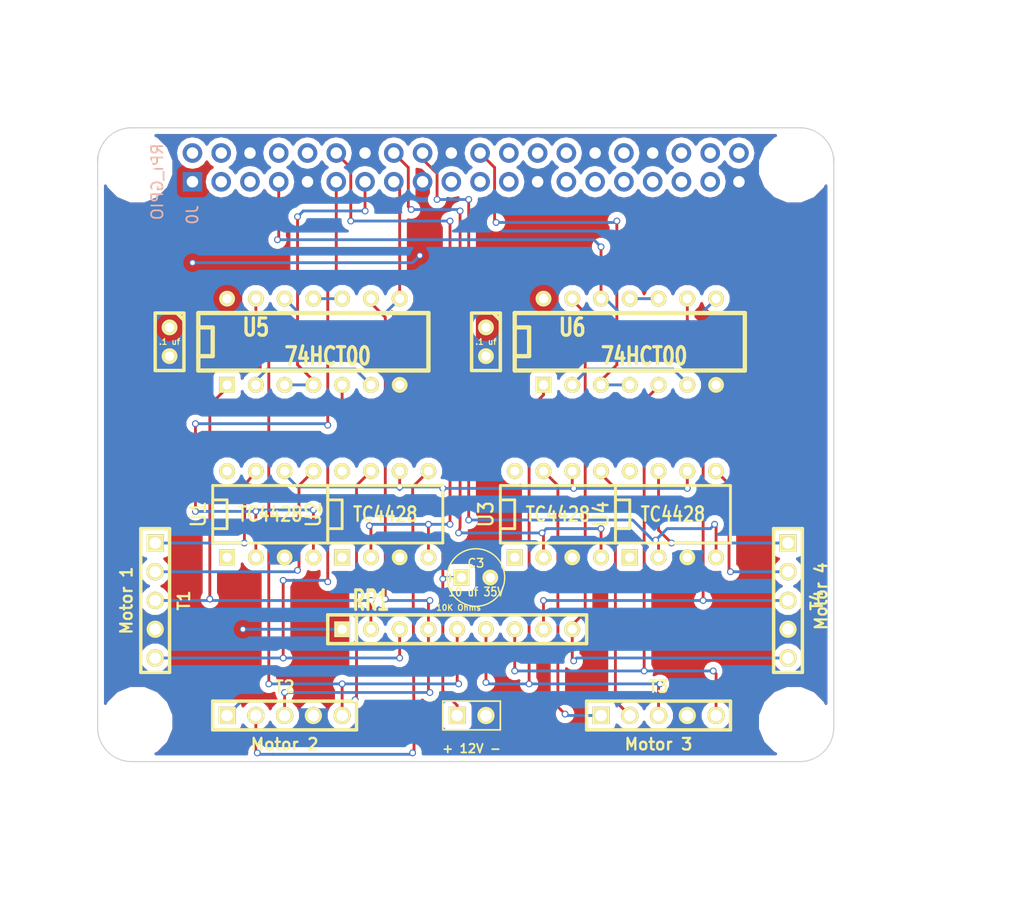
<source format=kicad_pcb>
(kicad_pcb (version 3) (host pcbnew "(2013-june-11)-stable")

  (general
    (links 76)
    (no_connects 0)
    (area 29.28939 20.694 130.847429 101.769)
    (thickness 1.6)
    (drawings 16)
    (tracks 293)
    (zones 0)
    (modules 20)
    (nets 32)
  )

  (page USLetter)
  (title_block 
    (company "Deepwoods Software")
  )

  (layers
    (15 F.Cu signal)
    (0 B.Cu signal)
    (16 B.Adhes user)
    (17 F.Adhes user)
    (18 B.Paste user)
    (19 F.Paste user)
    (20 B.SilkS user)
    (21 F.SilkS user)
    (22 B.Mask user)
    (23 F.Mask user)
    (24 Dwgs.User user)
    (25 Cmts.User user)
    (26 Eco1.User user)
    (27 Eco2.User user)
    (28 Edge.Cuts user)
  )

  (setup
    (last_trace_width 0.25)
    (user_trace_width 0.01)
    (user_trace_width 0.02)
    (user_trace_width 0.05)
    (user_trace_width 0.1)
    (user_trace_width 0.2)
    (trace_clearance 0.2)
    (zone_clearance 0.508)
    (zone_45_only no)
    (trace_min 0.01)
    (segment_width 0.2)
    (edge_width 0.1)
    (via_size 0.6)
    (via_drill 0.4)
    (via_min_size 0.4)
    (via_min_drill 0.3)
    (uvia_size 0.3)
    (uvia_drill 0.1)
    (uvias_allowed no)
    (uvia_min_size 0.2)
    (uvia_min_drill 0.1)
    (pcb_text_width 0.3)
    (pcb_text_size 1.5 1.5)
    (mod_edge_width 0.15)
    (mod_text_size 1 1)
    (mod_text_width 0.15)
    (pad_size 2.75 2.75)
    (pad_drill 2.75)
    (pad_to_mask_clearance 0)
    (aux_axis_origin 0 0)
    (visible_elements 7FFEFFFF)
    (pcbplotparams
      (layerselection 284196865)
      (usegerberextensions true)
      (excludeedgelayer false)
      (linewidth 0.100000)
      (plotframeref false)
      (viasonmask false)
      (mode 1)
      (useauxorigin false)
      (hpglpennumber 1)
      (hpglpenspeed 20)
      (hpglpendiameter 15)
      (hpglpenoverlay 2)
      (psnegative false)
      (psa4output false)
      (plotreference true)
      (plotvalue true)
      (plotothertext true)
      (plotinvisibletext false)
      (padsonsilk false)
      (subtractmaskfromsilk false)
      (outputformat 1)
      (mirror false)
      (drillshape 0)
      (scaleselection 1)
      (outputdirectory Gerber))
  )

  (net 0 "")
  (net 1 +12V)
  (net 2 +3.3V)
  (net 3 /MSel1)
  (net 4 /MSel2)
  (net 5 /MSel3)
  (net 6 /MSel4)
  (net 7 /Motor1A)
  (net 8 /Motor1B)
  (net 9 /Motor2A)
  (net 10 /Motor2B)
  (net 11 /Motor3A)
  (net 12 /Motor3B)
  (net 13 /Motor4A)
  (net 14 /Motor4B)
  (net 15 /PSense1)
  (net 16 /PSense2)
  (net 17 /PSense3)
  (net 18 /PSense4)
  (net 19 /Points1A)
  (net 20 /Points1B)
  (net 21 /Points2A)
  (net 22 /Points2B)
  (net 23 /Points3A)
  (net 24 /Points3B)
  (net 25 /Points4A)
  (net 26 /Points4B)
  (net 27 GND)
  (net 28 N-0000010)
  (net 29 N-000003)
  (net 30 N-000005)
  (net 31 N-000009)

  (net_class Default "This is the default net class."
    (clearance 0.2)
    (trace_width 0.25)
    (via_dia 0.6)
    (via_drill 0.4)
    (uvia_dia 0.3)
    (uvia_drill 0.1)
    (add_net "")
    (add_net +12V)
    (add_net +3.3V)
    (add_net /MSel1)
    (add_net /MSel2)
    (add_net /MSel3)
    (add_net /MSel4)
    (add_net /Motor1A)
    (add_net /Motor1B)
    (add_net /Motor2A)
    (add_net /Motor2B)
    (add_net /Motor3A)
    (add_net /Motor3B)
    (add_net /Motor4A)
    (add_net /Motor4B)
    (add_net /PSense1)
    (add_net /PSense2)
    (add_net /PSense3)
    (add_net /PSense4)
    (add_net /Points1A)
    (add_net /Points1B)
    (add_net /Points2A)
    (add_net /Points2B)
    (add_net /Points3A)
    (add_net /Points3B)
    (add_net /Points4A)
    (add_net /Points4B)
    (add_net GND)
    (add_net N-0000010)
    (add_net N-000003)
    (add_net N-000005)
    (add_net N-000009)
  )

  (module RPi_Hat:Pin_Header_Straight_2x20   locked (layer B.Cu) (tedit 580FA54B) (tstamp 5516AEA0)
    (at 70.601 35.394 90)
    (descr "Through hole pin header")
    (tags "pin header")
    (path /5516AE26)
    (fp_text reference J0 (at -4.191 -24.13 90) (layer B.SilkS)
      (effects (font (size 1 1) (thickness 0.15)) (justify mirror))
    )
    (fp_text value RPi_GPIO (at -1.27 -27.23 90) (layer B.SilkS)
      (effects (font (size 1 1) (thickness 0.15)) (justify mirror))
    )
    (fp_line (start -3.02 -25.88) (end -3.02 25.92) (layer Cmts.User) (width 0.05))
    (fp_line (start 3.03 -25.88) (end 3.03 25.92) (layer Cmts.User) (width 0.05))
    (fp_line (start -3.02 -25.88) (end 3.03 -25.88) (layer Cmts.User) (width 0.05))
    (fp_line (start -3.02 25.92) (end 3.03 25.92) (layer Cmts.User) (width 0.05))
    (fp_line (start 2.54 25.4) (end 2.54 -25.4) (layer Cmts.User) (width 0.15))
    (fp_line (start -2.54 -22.86) (end -2.54 25.4) (layer Cmts.User) (width 0.15))
    (fp_line (start 2.54 25.4) (end -2.54 25.4) (layer Cmts.User) (width 0.15))
    (fp_line (start 2.54 -25.4) (end 0 -25.4) (layer Cmts.User) (width 0.15))
    (fp_line (start -1.27 -25.68) (end -2.82 -25.68) (layer Cmts.User) (width 0.15))
    (fp_line (start 0 -25.4) (end 0 -22.86) (layer Cmts.User) (width 0.15))
    (fp_line (start 0 -22.86) (end -2.54 -22.86) (layer Cmts.User) (width 0.15))
    (fp_line (start -2.82 -25.68) (end -2.82 -24.13) (layer Cmts.User) (width 0.15))
    (pad 1 thru_hole rect (at -1.27 -24.13 90) (size 1.7272 1.7272) (drill 1.016)
      (layers *.Cu *.Mask)
      (net 2 +3.3V)
    )
    (pad 2 thru_hole oval (at 1.27 -24.13 90) (size 1.7272 1.7272) (drill 1.016)
      (layers *.Cu *.Mask)
    )
    (pad 3 thru_hole oval (at -1.27 -21.59 90) (size 1.7272 1.7272) (drill 1.016)
      (layers *.Cu *.Mask)
    )
    (pad 4 thru_hole oval (at 1.27 -21.59 90) (size 1.7272 1.7272) (drill 1.016)
      (layers *.Cu *.Mask)
    )
    (pad 5 thru_hole oval (at -1.27 -19.05 90) (size 1.7272 1.7272) (drill 1.016)
      (layers *.Cu *.Mask)
    )
    (pad 6 thru_hole oval (at 1.27 -19.05 90) (size 1.7272 1.7272) (drill 1.016)
      (layers *.Cu *.Mask)
      (net 27 GND)
    )
    (pad 7 thru_hole oval (at -1.27 -16.51 90) (size 1.7272 1.7272) (drill 1.016)
      (layers *.Cu *.Mask)
      (net 18 /PSense4)
    )
    (pad 8 thru_hole oval (at 1.27 -16.51 90) (size 1.7272 1.7272) (drill 1.016)
      (layers *.Cu *.Mask)
    )
    (pad 9 thru_hole oval (at -1.27 -13.97 90) (size 1.7272 1.7272) (drill 1.016)
      (layers *.Cu *.Mask)
      (net 27 GND)
    )
    (pad 10 thru_hole oval (at 1.27 -13.97 90) (size 1.7272 1.7272) (drill 1.016)
      (layers *.Cu *.Mask)
    )
    (pad 11 thru_hole oval (at -1.27 -11.43 90) (size 1.7272 1.7272) (drill 1.016)
      (layers *.Cu *.Mask)
      (net 3 /MSel1)
    )
    (pad 12 thru_hole oval (at 1.27 -11.43 90) (size 1.7272 1.7272) (drill 1.016)
      (layers *.Cu *.Mask)
      (net 4 /MSel2)
    )
    (pad 13 thru_hole oval (at -1.27 -8.89 90) (size 1.7272 1.7272) (drill 1.016)
      (layers *.Cu *.Mask)
      (net 15 /PSense1)
    )
    (pad 14 thru_hole oval (at 1.27 -8.89 90) (size 1.7272 1.7272) (drill 1.016)
      (layers *.Cu *.Mask)
      (net 27 GND)
    )
    (pad 15 thru_hole oval (at -1.27 -6.35 90) (size 1.7272 1.7272) (drill 1.016)
      (layers *.Cu *.Mask)
      (net 16 /PSense2)
    )
    (pad 16 thru_hole oval (at 1.27 -6.35 90) (size 1.7272 1.7272) (drill 1.016)
      (layers *.Cu *.Mask)
      (net 5 /MSel3)
    )
    (pad 17 thru_hole oval (at -1.27 -3.81 90) (size 1.7272 1.7272) (drill 1.016)
      (layers *.Cu *.Mask)
      (net 2 +3.3V)
    )
    (pad 18 thru_hole oval (at 1.27 -3.81 90) (size 1.7272 1.7272) (drill 1.016)
      (layers *.Cu *.Mask)
      (net 6 /MSel4)
    )
    (pad 19 thru_hole oval (at -1.27 -1.27 90) (size 1.7272 1.7272) (drill 1.016)
      (layers *.Cu *.Mask)
    )
    (pad 20 thru_hole oval (at 1.27 -1.27 90) (size 1.7272 1.7272) (drill 1.016)
      (layers *.Cu *.Mask)
      (net 27 GND)
    )
    (pad 21 thru_hole oval (at -1.27 1.27 90) (size 1.7272 1.7272) (drill 1.016)
      (layers *.Cu *.Mask)
    )
    (pad 22 thru_hole oval (at 1.27 1.27 90) (size 1.7272 1.7272) (drill 1.016)
      (layers *.Cu *.Mask)
      (net 17 /PSense3)
    )
    (pad 23 thru_hole oval (at -1.27 3.81 90) (size 1.7272 1.7272) (drill 1.016)
      (layers *.Cu *.Mask)
    )
    (pad 24 thru_hole oval (at 1.27 3.81 90) (size 1.7272 1.7272) (drill 1.016)
      (layers *.Cu *.Mask)
    )
    (pad 25 thru_hole oval (at -1.27 6.35 90) (size 1.7272 1.7272) (drill 1.016)
      (layers *.Cu *.Mask)
      (net 27 GND)
    )
    (pad 26 thru_hole oval (at 1.27 6.35 90) (size 1.7272 1.7272) (drill 1.016)
      (layers *.Cu *.Mask)
    )
    (pad 27 thru_hole oval (at -1.27 8.89 90) (size 1.7272 1.7272) (drill 1.016)
      (layers *.Cu *.Mask)
    )
    (pad 28 thru_hole oval (at 1.27 8.89 90) (size 1.7272 1.7272) (drill 1.016)
      (layers *.Cu *.Mask)
    )
    (pad 29 thru_hole oval (at -1.27 11.43 90) (size 1.7272 1.7272) (drill 1.016)
      (layers *.Cu *.Mask)
    )
    (pad 30 thru_hole oval (at 1.27 11.43 90) (size 1.7272 1.7272) (drill 1.016)
      (layers *.Cu *.Mask)
      (net 27 GND)
    )
    (pad 31 thru_hole oval (at -1.27 13.97 90) (size 1.7272 1.7272) (drill 1.016)
      (layers *.Cu *.Mask)
    )
    (pad 32 thru_hole oval (at 1.27 13.97 90) (size 1.7272 1.7272) (drill 1.016)
      (layers *.Cu *.Mask)
    )
    (pad 33 thru_hole oval (at -1.27 16.51 90) (size 1.7272 1.7272) (drill 1.016)
      (layers *.Cu *.Mask)
    )
    (pad 34 thru_hole oval (at 1.27 16.51 90) (size 1.7272 1.7272) (drill 1.016)
      (layers *.Cu *.Mask)
      (net 27 GND)
    )
    (pad 35 thru_hole oval (at -1.27 19.05 90) (size 1.7272 1.7272) (drill 1.016)
      (layers *.Cu *.Mask)
    )
    (pad 36 thru_hole oval (at 1.27 19.05 90) (size 1.7272 1.7272) (drill 1.016)
      (layers *.Cu *.Mask)
    )
    (pad 37 thru_hole oval (at -1.27 21.59 90) (size 1.7272 1.7272) (drill 1.016)
      (layers *.Cu *.Mask)
    )
    (pad 38 thru_hole oval (at 1.27 21.59 90) (size 1.7272 1.7272) (drill 1.016)
      (layers *.Cu *.Mask)
    )
    (pad 39 thru_hole oval (at -1.27 24.13 90) (size 1.7272 1.7272) (drill 1.016)
      (layers *.Cu *.Mask)
      (net 27 GND)
    )
    (pad 40 thru_hole oval (at 1.27 24.13 90) (size 1.7272 1.7272) (drill 1.016)
      (layers *.Cu *.Mask)
    )
    (model walter/pin_strip/pin_socket_20x2.wrl
      (at (xyz 0 0 0))
      (scale (xyz 1 1 1))
      (rotate (xyz 0 0 90))
    )
    (model walter/pin_strip/pin_strip_20x2.wrl
      (at (xyz 0 0 0.03125))
      (scale (xyz 1 1 1))
      (rotate (xyz 180 0 90))
    )
  )

  (module RPi_Hat:RPi_Hat_Mounting_Hole   locked (layer B.Cu) (tedit 580FABD5) (tstamp 5515DEA9)
    (at 99.601 35.394)
    (descr "Mounting hole, Befestigungsbohrung, 2,7mm, No Annular, Kein Restring,")
    (tags "Mounting hole, Befestigungsbohrung, 2,7mm, No Annular, Kein Restring,")
    (fp_text reference H2 (at 0 -4.0005) (layer B.SilkS) hide
      (effects (font (size 1 1) (thickness 0.15)) (justify mirror))
    )
    (fp_text value "" (at 0.09906 3.59918) (layer B.SilkS) hide
      (effects (font (size 1 1) (thickness 0.15)) (justify mirror))
    )
    (fp_circle (center 0 0) (end 1.375 0) (layer Cmts.User) (width 0.15))
    (fp_circle (center 0 0) (end 3.1 0) (layer Cmts.User) (width 0.15))
    (fp_circle (center 0 0) (end 3.1 0) (layer Cmts.User) (width 0.15))
    (fp_circle (center 0 0) (end 1.375 0) (layer Cmts.User) (width 0.15))
    (fp_circle (center 0 0) (end 3.1 0) (layer Cmts.User) (width 0.15))
    (fp_circle (center 0 0) (end 3.1 0) (layer Cmts.User) (width 0.15))
    (pad "" np_thru_hole circle (at 0 0) (size 2.75 2.75) (drill 2.75)
      (layers *.Cu *.Mask)
      (solder_mask_margin 1.725)
      (clearance 1.725)
    )
  )

  (module RPi_Hat:RPi_Hat_Mounting_Hole   locked (layer B.Cu) (tedit 580FABF4) (tstamp 55169DC9)
    (at 99.601 84.394)
    (descr "Mounting hole, Befestigungsbohrung, 2,7mm, No Annular, Kein Restring,")
    (tags "Mounting hole, Befestigungsbohrung, 2,7mm, No Annular, Kein Restring,")
    (fp_text reference H4 (at 0 -4.0005) (layer B.SilkS) hide
      (effects (font (size 1 1) (thickness 0.15)) (justify mirror))
    )
    (fp_text value "" (at 0.09906 3.59918) (layer B.SilkS) hide
      (effects (font (size 1 1) (thickness 0.15)) (justify mirror))
    )
    (fp_circle (center 0 0) (end 1.375 0) (layer Cmts.User) (width 0.15))
    (fp_circle (center 0 0) (end 3.1 0) (layer Cmts.User) (width 0.15))
    (fp_circle (center 0 0) (end 3.1 0) (layer Cmts.User) (width 0.15))
    (fp_circle (center 0 0) (end 1.375 0) (layer Cmts.User) (width 0.15))
    (fp_circle (center 0 0) (end 3.1 0) (layer Cmts.User) (width 0.15))
    (fp_circle (center 0 0) (end 3.1 0) (layer Cmts.User) (width 0.15))
    (pad "" np_thru_hole circle (at 0 0) (size 2.75 2.75) (drill 2.75)
      (layers *.Cu *.Mask)
      (solder_mask_margin 1.725)
      (clearance 1.725)
    )
  )

  (module RPi_Hat:RPi_Hat_Mounting_Hole   locked (layer B.Cu) (tedit 580FABE5) (tstamp 5515DECC)
    (at 41.601 84.394)
    (descr "Mounting hole, Befestigungsbohrung, 2,7mm, No Annular, Kein Restring,")
    (tags "Mounting hole, Befestigungsbohrung, 2,7mm, No Annular, Kein Restring,")
    (fp_text reference H3 (at 0 -4.0005) (layer B.SilkS) hide
      (effects (font (size 1 1) (thickness 0.15)) (justify mirror))
    )
    (fp_text value "" (at 0.09906 3.59918) (layer B.SilkS) hide
      (effects (font (size 1 1) (thickness 0.15)) (justify mirror))
    )
    (fp_circle (center 0 0) (end 1.375 0) (layer Cmts.User) (width 0.15))
    (fp_circle (center 0 0) (end 3.1 0) (layer Cmts.User) (width 0.15))
    (fp_circle (center 0 0) (end 3.1 0) (layer Cmts.User) (width 0.15))
    (fp_circle (center 0 0) (end 1.375 0) (layer Cmts.User) (width 0.15))
    (fp_circle (center 0 0) (end 3.1 0) (layer Cmts.User) (width 0.15))
    (fp_circle (center 0 0) (end 3.1 0) (layer Cmts.User) (width 0.15))
    (pad "" np_thru_hole circle (at 0 0) (size 2.75 2.75) (drill 2.75)
      (layers *.Cu *.Mask)
      (solder_mask_margin 1.725)
      (clearance 1.725)
    )
  )

  (module RPi_Hat:RPi_Hat_Mounting_Hole   locked (layer B.Cu) (tedit 580FABC5) (tstamp 5515DEBF)
    (at 41.601 35.394)
    (descr "Mounting hole, Befestigungsbohrung, 2,7mm, No Annular, Kein Restring,")
    (tags "Mounting hole, Befestigungsbohrung, 2,7mm, No Annular, Kein Restring,")
    (fp_text reference H1 (at 0 -4.0005) (layer B.SilkS) hide
      (effects (font (size 1 1) (thickness 0.15)) (justify mirror))
    )
    (fp_text value "" (at 0.09906 3.59918) (layer B.SilkS) hide
      (effects (font (size 1 1) (thickness 0.15)) (justify mirror))
    )
    (fp_circle (center 0 0) (end 1.375 0) (layer Cmts.User) (width 0.15))
    (fp_circle (center 0 0) (end 3.1 0) (layer Cmts.User) (width 0.15))
    (fp_circle (center 0 0) (end 3.1 0) (layer Cmts.User) (width 0.15))
    (fp_circle (center 0 0) (end 1.375 0) (layer Cmts.User) (width 0.15))
    (fp_circle (center 0 0) (end 3.1 0) (layer Cmts.User) (width 0.15))
    (fp_circle (center 0 0) (end 3.1 0) (layer Cmts.User) (width 0.15))
    (pad "" np_thru_hole circle (at 0 0) (size 2.75 2.75) (drill 2.75)
      (layers *.Cu *.Mask)
      (solder_mask_margin 1.725)
      (clearance 1.725)
    )
  )

  (module SIL-9 (layer F.Cu) (tedit 5C72A6D6) (tstamp 5C560B64)
    (at 69.85 76.2)
    (descr "Connecteur 9 pins")
    (tags "CONN DEV")
    (path /5C560645)
    (fp_text reference RR1 (at -7.62 -2.54) (layer F.SilkS)
      (effects (font (size 1.72974 1.08712) (thickness 0.3048)))
    )
    (fp_text value "10K Ohms" (at 0.127 -1.905) (layer F.SilkS)
      (effects (font (size 0.508 0.508) (thickness 0.1016)))
    )
    (fp_line (start 11.43 -1.27) (end 11.43 1.27) (layer F.SilkS) (width 0.3048))
    (fp_line (start 11.43 1.27) (end -11.43 1.27) (layer F.SilkS) (width 0.3048))
    (fp_line (start -11.43 1.27) (end -11.43 -1.27) (layer F.SilkS) (width 0.3048))
    (fp_line (start 11.43 -1.27) (end -11.43 -1.27) (layer F.SilkS) (width 0.3048))
    (fp_line (start -8.89 -1.27) (end -8.89 1.27) (layer F.SilkS) (width 0.3048))
    (pad 1 thru_hole rect (at -10.16 0) (size 1.397 1.397) (drill 0.8128)
      (layers *.Cu *.Mask F.SilkS)
      (net 2 +3.3V)
    )
    (pad 2 thru_hole circle (at -7.62 0) (size 1.397 1.397) (drill 0.8128)
      (layers *.Cu *.Mask F.SilkS)
      (net 19 /Points1A)
    )
    (pad 3 thru_hole circle (at -5.08 0) (size 1.397 1.397) (drill 0.8128)
      (layers *.Cu *.Mask F.SilkS)
      (net 20 /Points1B)
    )
    (pad 4 thru_hole circle (at -2.54 0) (size 1.397 1.397) (drill 0.8128)
      (layers *.Cu *.Mask F.SilkS)
      (net 21 /Points2A)
    )
    (pad 5 thru_hole circle (at 0 0) (size 1.397 1.397) (drill 0.8128)
      (layers *.Cu *.Mask F.SilkS)
      (net 22 /Points2B)
    )
    (pad 6 thru_hole circle (at 2.54 0) (size 1.397 1.397) (drill 0.8128)
      (layers *.Cu *.Mask F.SilkS)
      (net 23 /Points3A)
    )
    (pad 7 thru_hole circle (at 5.08 0) (size 1.397 1.397) (drill 0.8128)
      (layers *.Cu *.Mask F.SilkS)
      (net 24 /Points3B)
    )
    (pad 8 thru_hole circle (at 7.62 0) (size 1.397 1.397) (drill 0.8128)
      (layers *.Cu *.Mask F.SilkS)
      (net 25 /Points4A)
    )
    (pad 9 thru_hole circle (at 10.16 0) (size 1.397 1.397) (drill 0.8128)
      (layers *.Cu *.Mask F.SilkS)
      (net 26 /Points4B)
    )
  )

  (module ScrewTerm_2.54-5 (layer F.Cu) (tedit 5934228F) (tstamp 5C560B71)
    (at 43.18 73.66 270)
    (descr "Screw Terminals on 2.54mm centers, 5 position")
    (tags CONN)
    (path /5C560A1F)
    (fp_text reference T1 (at 0 -2.54 270) (layer F.SilkS)
      (effects (font (size 1.016 1.016) (thickness 0.2032)))
    )
    (fp_text value "Motor 1" (at 0 2.54 270) (layer F.SilkS)
      (effects (font (size 1.016 1.016) (thickness 0.2032)))
    )
    (fp_line (start -6.35 -1.27) (end -6.35 1.27) (layer F.SilkS) (width 0.3048))
    (fp_line (start 6.35 1.27) (end 6.35 -1.27) (layer F.SilkS) (width 0.3048))
    (fp_line (start -6.35 -1.27) (end 6.35 -1.27) (layer F.SilkS) (width 0.3048))
    (fp_line (start 6.35 1.27) (end -6.35 1.27) (layer F.SilkS) (width 0.3048))
    (pad 1 thru_hole rect (at -5.08 0 270) (size 1.524 1.524) (drill 1.016)
      (layers *.Cu *.Mask F.SilkS)
      (net 7 /Motor1A)
    )
    (pad 2 thru_hole circle (at -2.54 0 270) (size 1.524 1.524) (drill 1.016)
      (layers *.Cu *.Mask F.SilkS)
      (net 8 /Motor1B)
    )
    (pad 3 thru_hole circle (at 0 0 270) (size 1.524 1.524) (drill 1.016)
      (layers *.Cu *.Mask F.SilkS)
      (net 19 /Points1A)
    )
    (pad 4 thru_hole circle (at 2.54 0 270) (size 1.524 1.524) (drill 1.016)
      (layers *.Cu *.Mask F.SilkS)
      (net 27 GND)
    )
    (pad 5 thru_hole circle (at 5.08 0 270) (size 1.524 1.524) (drill 1.016)
      (layers *.Cu *.Mask F.SilkS)
      (net 20 /Points1B)
    )
    (model walter/conn_screw/mors_5p.wrl
      (at (xyz 0 0 0))
      (scale (xyz 0.5 0.5 0.5))
      (rotate (xyz 0 0 180))
    )
  )

  (module ScrewTerm_2.54-5 (layer F.Cu) (tedit 5934228F) (tstamp 5C560B7E)
    (at 54.61 83.82)
    (descr "Screw Terminals on 2.54mm centers, 5 position")
    (tags CONN)
    (path /5C560A2E)
    (fp_text reference T2 (at 0 -2.54) (layer F.SilkS)
      (effects (font (size 1.016 1.016) (thickness 0.2032)))
    )
    (fp_text value "Motor 2" (at 0 2.54) (layer F.SilkS)
      (effects (font (size 1.016 1.016) (thickness 0.2032)))
    )
    (fp_line (start -6.35 -1.27) (end -6.35 1.27) (layer F.SilkS) (width 0.3048))
    (fp_line (start 6.35 1.27) (end 6.35 -1.27) (layer F.SilkS) (width 0.3048))
    (fp_line (start -6.35 -1.27) (end 6.35 -1.27) (layer F.SilkS) (width 0.3048))
    (fp_line (start 6.35 1.27) (end -6.35 1.27) (layer F.SilkS) (width 0.3048))
    (pad 1 thru_hole rect (at -5.08 0) (size 1.524 1.524) (drill 1.016)
      (layers *.Cu *.Mask F.SilkS)
      (net 9 /Motor2A)
    )
    (pad 2 thru_hole circle (at -2.54 0) (size 1.524 1.524) (drill 1.016)
      (layers *.Cu *.Mask F.SilkS)
      (net 10 /Motor2B)
    )
    (pad 3 thru_hole circle (at 0 0) (size 1.524 1.524) (drill 1.016)
      (layers *.Cu *.Mask F.SilkS)
      (net 21 /Points2A)
    )
    (pad 4 thru_hole circle (at 2.54 0) (size 1.524 1.524) (drill 1.016)
      (layers *.Cu *.Mask F.SilkS)
      (net 27 GND)
    )
    (pad 5 thru_hole circle (at 5.08 0) (size 1.524 1.524) (drill 1.016)
      (layers *.Cu *.Mask F.SilkS)
      (net 22 /Points2B)
    )
    (model walter/conn_screw/mors_5p.wrl
      (at (xyz 0 0 0))
      (scale (xyz 0.5 0.5 0.5))
      (rotate (xyz 0 0 180))
    )
  )

  (module ScrewTerm_2.54-5 (layer F.Cu) (tedit 5934228F) (tstamp 5C560B8B)
    (at 87.63 83.82)
    (descr "Screw Terminals on 2.54mm centers, 5 position")
    (tags CONN)
    (path /5C560A3D)
    (fp_text reference T3 (at 0 -2.54) (layer F.SilkS)
      (effects (font (size 1.016 1.016) (thickness 0.2032)))
    )
    (fp_text value "Motor 3" (at 0 2.54) (layer F.SilkS)
      (effects (font (size 1.016 1.016) (thickness 0.2032)))
    )
    (fp_line (start -6.35 -1.27) (end -6.35 1.27) (layer F.SilkS) (width 0.3048))
    (fp_line (start 6.35 1.27) (end 6.35 -1.27) (layer F.SilkS) (width 0.3048))
    (fp_line (start -6.35 -1.27) (end 6.35 -1.27) (layer F.SilkS) (width 0.3048))
    (fp_line (start 6.35 1.27) (end -6.35 1.27) (layer F.SilkS) (width 0.3048))
    (pad 1 thru_hole rect (at -5.08 0) (size 1.524 1.524) (drill 1.016)
      (layers *.Cu *.Mask F.SilkS)
      (net 11 /Motor3A)
    )
    (pad 2 thru_hole circle (at -2.54 0) (size 1.524 1.524) (drill 1.016)
      (layers *.Cu *.Mask F.SilkS)
      (net 12 /Motor3B)
    )
    (pad 3 thru_hole circle (at 0 0) (size 1.524 1.524) (drill 1.016)
      (layers *.Cu *.Mask F.SilkS)
      (net 23 /Points3A)
    )
    (pad 4 thru_hole circle (at 2.54 0) (size 1.524 1.524) (drill 1.016)
      (layers *.Cu *.Mask F.SilkS)
      (net 27 GND)
    )
    (pad 5 thru_hole circle (at 5.08 0) (size 1.524 1.524) (drill 1.016)
      (layers *.Cu *.Mask F.SilkS)
      (net 24 /Points3B)
    )
    (model walter/conn_screw/mors_5p.wrl
      (at (xyz 0 0 0))
      (scale (xyz 0.5 0.5 0.5))
      (rotate (xyz 0 0 180))
    )
  )

  (module ScrewTerm_2.54-5 (layer F.Cu) (tedit 5C72A5E6) (tstamp 5C560B98)
    (at 99.06 73.66 270)
    (descr "Screw Terminals on 2.54mm centers, 5 position")
    (tags CONN)
    (path /5C560A4C)
    (fp_text reference T4 (at 0 -2.54 270) (layer F.SilkS)
      (effects (font (size 1.016 1.016) (thickness 0.2032)))
    )
    (fp_text value "Motor 4" (at -0.381 -2.921 270) (layer F.SilkS)
      (effects (font (size 1.016 1.016) (thickness 0.2032)))
    )
    (fp_line (start -6.35 -1.27) (end -6.35 1.27) (layer F.SilkS) (width 0.3048))
    (fp_line (start 6.35 1.27) (end 6.35 -1.27) (layer F.SilkS) (width 0.3048))
    (fp_line (start -6.35 -1.27) (end 6.35 -1.27) (layer F.SilkS) (width 0.3048))
    (fp_line (start 6.35 1.27) (end -6.35 1.27) (layer F.SilkS) (width 0.3048))
    (pad 1 thru_hole rect (at -5.08 0 270) (size 1.524 1.524) (drill 1.016)
      (layers *.Cu *.Mask F.SilkS)
      (net 13 /Motor4A)
    )
    (pad 2 thru_hole circle (at -2.54 0 270) (size 1.524 1.524) (drill 1.016)
      (layers *.Cu *.Mask F.SilkS)
      (net 14 /Motor4B)
    )
    (pad 3 thru_hole circle (at 0 0 270) (size 1.524 1.524) (drill 1.016)
      (layers *.Cu *.Mask F.SilkS)
      (net 25 /Points4A)
    )
    (pad 4 thru_hole circle (at 2.54 0 270) (size 1.524 1.524) (drill 1.016)
      (layers *.Cu *.Mask F.SilkS)
      (net 27 GND)
    )
    (pad 5 thru_hole circle (at 5.08 0 270) (size 1.524 1.524) (drill 1.016)
      (layers *.Cu *.Mask F.SilkS)
      (net 26 /Points4B)
    )
    (model walter/conn_screw/mors_5p.wrl
      (at (xyz 0 0 0))
      (scale (xyz 0.5 0.5 0.5))
      (rotate (xyz 0 0 180))
    )
  )

  (module ScrewTerm2.54-2 (layer F.Cu) (tedit 5C72A656) (tstamp 5C560BA2)
    (at 71.12 83.82)
    (descr "Connecteurs 2 pins")
    (tags "CONN DEV")
    (path /5C560C0A)
    (fp_text reference T5 (at -2.7 -1.9) (layer F.SilkS) hide
      (effects (font (size 0.762 0.762) (thickness 0.1524)))
    )
    (fp_text value "+ 12V -" (at 0 2.921) (layer F.SilkS)
      (effects (font (size 0.762 0.762) (thickness 0.1524)))
    )
    (fp_line (start -2.54 1.27) (end -2.54 -1.27) (layer F.SilkS) (width 0.1524))
    (fp_line (start -2.54 -1.27) (end 2.54 -1.27) (layer F.SilkS) (width 0.1524))
    (fp_line (start 2.54 -1.27) (end 2.54 1.27) (layer F.SilkS) (width 0.1524))
    (fp_line (start 2.54 1.27) (end -2.54 1.27) (layer F.SilkS) (width 0.1524))
    (pad 1 thru_hole rect (at -1.27 0 90) (size 1.524 1.524) (drill 1.016)
      (layers *.Cu *.Mask F.SilkS)
      (net 1 +12V)
    )
    (pad 2 thru_hole circle (at 1.27 0 90) (size 1.524 1.524) (drill 1.016)
      (layers *.Cu *.Mask F.SilkS)
      (net 27 GND)
    )
    (model walter/conn_screw/mors_2p.wrl
      (at (xyz 0 0 0))
      (scale (xyz 0.5 0.5 0.5))
      (rotate (xyz 0 0 180))
    )
  )

  (module DIP-8__300 (layer F.Cu) (tedit 43A7F843) (tstamp 5C560BB5)
    (at 53.34 66.04)
    (descr "8 pins DIL package, round pads")
    (tags DIL)
    (path /5C560185)
    (fp_text reference U1 (at -6.35 0 90) (layer F.SilkS)
      (effects (font (size 1.27 1.143) (thickness 0.2032)))
    )
    (fp_text value TC4428 (at 0 0) (layer F.SilkS)
      (effects (font (size 1.27 1.016) (thickness 0.2032)))
    )
    (fp_line (start -5.08 -1.27) (end -3.81 -1.27) (layer F.SilkS) (width 0.254))
    (fp_line (start -3.81 -1.27) (end -3.81 1.27) (layer F.SilkS) (width 0.254))
    (fp_line (start -3.81 1.27) (end -5.08 1.27) (layer F.SilkS) (width 0.254))
    (fp_line (start -5.08 -2.54) (end 5.08 -2.54) (layer F.SilkS) (width 0.254))
    (fp_line (start 5.08 -2.54) (end 5.08 2.54) (layer F.SilkS) (width 0.254))
    (fp_line (start 5.08 2.54) (end -5.08 2.54) (layer F.SilkS) (width 0.254))
    (fp_line (start -5.08 2.54) (end -5.08 -2.54) (layer F.SilkS) (width 0.254))
    (pad 1 thru_hole rect (at -3.81 3.81) (size 1.397 1.397) (drill 0.8128)
      (layers *.Cu *.Mask F.SilkS)
    )
    (pad 2 thru_hole circle (at -1.27 3.81) (size 1.397 1.397) (drill 0.8128)
      (layers *.Cu *.Mask F.SilkS)
      (net 3 /MSel1)
    )
    (pad 3 thru_hole circle (at 1.27 3.81) (size 1.397 1.397) (drill 0.8128)
      (layers *.Cu *.Mask F.SilkS)
      (net 27 GND)
    )
    (pad 4 thru_hole circle (at 3.81 3.81) (size 1.397 1.397) (drill 0.8128)
      (layers *.Cu *.Mask F.SilkS)
      (net 3 /MSel1)
    )
    (pad 5 thru_hole circle (at 3.81 -3.81) (size 1.397 1.397) (drill 0.8128)
      (layers *.Cu *.Mask F.SilkS)
      (net 8 /Motor1B)
    )
    (pad 6 thru_hole circle (at 1.27 -3.81) (size 1.397 1.397) (drill 0.8128)
      (layers *.Cu *.Mask F.SilkS)
      (net 1 +12V)
    )
    (pad 7 thru_hole circle (at -1.27 -3.81) (size 1.397 1.397) (drill 0.8128)
      (layers *.Cu *.Mask F.SilkS)
      (net 7 /Motor1A)
    )
    (pad 8 thru_hole circle (at -3.81 -3.81) (size 1.397 1.397) (drill 0.8128)
      (layers *.Cu *.Mask F.SilkS)
    )
    (model dil/dil_8.wrl
      (at (xyz 0 0 0))
      (scale (xyz 1 1 1))
      (rotate (xyz 0 0 0))
    )
  )

  (module DIP-8__300 (layer F.Cu) (tedit 43A7F843) (tstamp 5C560BC8)
    (at 63.5 66.04)
    (descr "8 pins DIL package, round pads")
    (tags DIL)
    (path /5C5601A3)
    (fp_text reference U2 (at -6.35 0 90) (layer F.SilkS)
      (effects (font (size 1.27 1.143) (thickness 0.2032)))
    )
    (fp_text value TC4428 (at 0 0) (layer F.SilkS)
      (effects (font (size 1.27 1.016) (thickness 0.2032)))
    )
    (fp_line (start -5.08 -1.27) (end -3.81 -1.27) (layer F.SilkS) (width 0.254))
    (fp_line (start -3.81 -1.27) (end -3.81 1.27) (layer F.SilkS) (width 0.254))
    (fp_line (start -3.81 1.27) (end -5.08 1.27) (layer F.SilkS) (width 0.254))
    (fp_line (start -5.08 -2.54) (end 5.08 -2.54) (layer F.SilkS) (width 0.254))
    (fp_line (start 5.08 -2.54) (end 5.08 2.54) (layer F.SilkS) (width 0.254))
    (fp_line (start 5.08 2.54) (end -5.08 2.54) (layer F.SilkS) (width 0.254))
    (fp_line (start -5.08 2.54) (end -5.08 -2.54) (layer F.SilkS) (width 0.254))
    (pad 1 thru_hole rect (at -3.81 3.81) (size 1.397 1.397) (drill 0.8128)
      (layers *.Cu *.Mask F.SilkS)
    )
    (pad 2 thru_hole circle (at -1.27 3.81) (size 1.397 1.397) (drill 0.8128)
      (layers *.Cu *.Mask F.SilkS)
      (net 4 /MSel2)
    )
    (pad 3 thru_hole circle (at 1.27 3.81) (size 1.397 1.397) (drill 0.8128)
      (layers *.Cu *.Mask F.SilkS)
      (net 27 GND)
    )
    (pad 4 thru_hole circle (at 3.81 3.81) (size 1.397 1.397) (drill 0.8128)
      (layers *.Cu *.Mask F.SilkS)
      (net 4 /MSel2)
    )
    (pad 5 thru_hole circle (at 3.81 -3.81) (size 1.397 1.397) (drill 0.8128)
      (layers *.Cu *.Mask F.SilkS)
      (net 10 /Motor2B)
    )
    (pad 6 thru_hole circle (at 1.27 -3.81) (size 1.397 1.397) (drill 0.8128)
      (layers *.Cu *.Mask F.SilkS)
      (net 1 +12V)
    )
    (pad 7 thru_hole circle (at -1.27 -3.81) (size 1.397 1.397) (drill 0.8128)
      (layers *.Cu *.Mask F.SilkS)
      (net 9 /Motor2A)
    )
    (pad 8 thru_hole circle (at -3.81 -3.81) (size 1.397 1.397) (drill 0.8128)
      (layers *.Cu *.Mask F.SilkS)
    )
    (model dil/dil_8.wrl
      (at (xyz 0 0 0))
      (scale (xyz 1 1 1))
      (rotate (xyz 0 0 0))
    )
  )

  (module DIP-8__300 (layer F.Cu) (tedit 43A7F843) (tstamp 5C560BDB)
    (at 78.74 66.04)
    (descr "8 pins DIL package, round pads")
    (tags DIL)
    (path /5C5601C1)
    (fp_text reference U3 (at -6.35 0 90) (layer F.SilkS)
      (effects (font (size 1.27 1.143) (thickness 0.2032)))
    )
    (fp_text value TC4428 (at 0 0) (layer F.SilkS)
      (effects (font (size 1.27 1.016) (thickness 0.2032)))
    )
    (fp_line (start -5.08 -1.27) (end -3.81 -1.27) (layer F.SilkS) (width 0.254))
    (fp_line (start -3.81 -1.27) (end -3.81 1.27) (layer F.SilkS) (width 0.254))
    (fp_line (start -3.81 1.27) (end -5.08 1.27) (layer F.SilkS) (width 0.254))
    (fp_line (start -5.08 -2.54) (end 5.08 -2.54) (layer F.SilkS) (width 0.254))
    (fp_line (start 5.08 -2.54) (end 5.08 2.54) (layer F.SilkS) (width 0.254))
    (fp_line (start 5.08 2.54) (end -5.08 2.54) (layer F.SilkS) (width 0.254))
    (fp_line (start -5.08 2.54) (end -5.08 -2.54) (layer F.SilkS) (width 0.254))
    (pad 1 thru_hole rect (at -3.81 3.81) (size 1.397 1.397) (drill 0.8128)
      (layers *.Cu *.Mask F.SilkS)
    )
    (pad 2 thru_hole circle (at -1.27 3.81) (size 1.397 1.397) (drill 0.8128)
      (layers *.Cu *.Mask F.SilkS)
      (net 5 /MSel3)
    )
    (pad 3 thru_hole circle (at 1.27 3.81) (size 1.397 1.397) (drill 0.8128)
      (layers *.Cu *.Mask F.SilkS)
      (net 27 GND)
    )
    (pad 4 thru_hole circle (at 3.81 3.81) (size 1.397 1.397) (drill 0.8128)
      (layers *.Cu *.Mask F.SilkS)
      (net 5 /MSel3)
    )
    (pad 5 thru_hole circle (at 3.81 -3.81) (size 1.397 1.397) (drill 0.8128)
      (layers *.Cu *.Mask F.SilkS)
      (net 12 /Motor3B)
    )
    (pad 6 thru_hole circle (at 1.27 -3.81) (size 1.397 1.397) (drill 0.8128)
      (layers *.Cu *.Mask F.SilkS)
      (net 1 +12V)
    )
    (pad 7 thru_hole circle (at -1.27 -3.81) (size 1.397 1.397) (drill 0.8128)
      (layers *.Cu *.Mask F.SilkS)
      (net 11 /Motor3A)
    )
    (pad 8 thru_hole circle (at -3.81 -3.81) (size 1.397 1.397) (drill 0.8128)
      (layers *.Cu *.Mask F.SilkS)
    )
    (model dil/dil_8.wrl
      (at (xyz 0 0 0))
      (scale (xyz 1 1 1))
      (rotate (xyz 0 0 0))
    )
  )

  (module DIP-8__300 (layer F.Cu) (tedit 43A7F843) (tstamp 5C560BEE)
    (at 88.9 66.04)
    (descr "8 pins DIL package, round pads")
    (tags DIL)
    (path /5C5601DF)
    (fp_text reference U4 (at -6.35 0 90) (layer F.SilkS)
      (effects (font (size 1.27 1.143) (thickness 0.2032)))
    )
    (fp_text value TC4428 (at 0 0) (layer F.SilkS)
      (effects (font (size 1.27 1.016) (thickness 0.2032)))
    )
    (fp_line (start -5.08 -1.27) (end -3.81 -1.27) (layer F.SilkS) (width 0.254))
    (fp_line (start -3.81 -1.27) (end -3.81 1.27) (layer F.SilkS) (width 0.254))
    (fp_line (start -3.81 1.27) (end -5.08 1.27) (layer F.SilkS) (width 0.254))
    (fp_line (start -5.08 -2.54) (end 5.08 -2.54) (layer F.SilkS) (width 0.254))
    (fp_line (start 5.08 -2.54) (end 5.08 2.54) (layer F.SilkS) (width 0.254))
    (fp_line (start 5.08 2.54) (end -5.08 2.54) (layer F.SilkS) (width 0.254))
    (fp_line (start -5.08 2.54) (end -5.08 -2.54) (layer F.SilkS) (width 0.254))
    (pad 1 thru_hole rect (at -3.81 3.81) (size 1.397 1.397) (drill 0.8128)
      (layers *.Cu *.Mask F.SilkS)
    )
    (pad 2 thru_hole circle (at -1.27 3.81) (size 1.397 1.397) (drill 0.8128)
      (layers *.Cu *.Mask F.SilkS)
      (net 6 /MSel4)
    )
    (pad 3 thru_hole circle (at 1.27 3.81) (size 1.397 1.397) (drill 0.8128)
      (layers *.Cu *.Mask F.SilkS)
      (net 27 GND)
    )
    (pad 4 thru_hole circle (at 3.81 3.81) (size 1.397 1.397) (drill 0.8128)
      (layers *.Cu *.Mask F.SilkS)
      (net 6 /MSel4)
    )
    (pad 5 thru_hole circle (at 3.81 -3.81) (size 1.397 1.397) (drill 0.8128)
      (layers *.Cu *.Mask F.SilkS)
      (net 14 /Motor4B)
    )
    (pad 6 thru_hole circle (at 1.27 -3.81) (size 1.397 1.397) (drill 0.8128)
      (layers *.Cu *.Mask F.SilkS)
      (net 1 +12V)
    )
    (pad 7 thru_hole circle (at -1.27 -3.81) (size 1.397 1.397) (drill 0.8128)
      (layers *.Cu *.Mask F.SilkS)
      (net 13 /Motor4A)
    )
    (pad 8 thru_hole circle (at -3.81 -3.81) (size 1.397 1.397) (drill 0.8128)
      (layers *.Cu *.Mask F.SilkS)
    )
    (model dil/dil_8.wrl
      (at (xyz 0 0 0))
      (scale (xyz 1 1 1))
      (rotate (xyz 0 0 0))
    )
  )

  (module DIP-14__300 (layer F.Cu) (tedit 200000) (tstamp 5C560C07)
    (at 57.15 50.8)
    (descr "14 pins DIL package, round pads")
    (tags DIL)
    (path /5C560538)
    (fp_text reference U5 (at -5.08 -1.27) (layer F.SilkS)
      (effects (font (size 1.524 1.143) (thickness 0.3048)))
    )
    (fp_text value 74HCT00 (at 1.27 1.27) (layer F.SilkS)
      (effects (font (size 1.524 1.143) (thickness 0.3048)))
    )
    (fp_line (start -10.16 -2.54) (end 10.16 -2.54) (layer F.SilkS) (width 0.381))
    (fp_line (start 10.16 2.54) (end -10.16 2.54) (layer F.SilkS) (width 0.381))
    (fp_line (start -10.16 2.54) (end -10.16 -2.54) (layer F.SilkS) (width 0.381))
    (fp_line (start -10.16 -1.27) (end -8.89 -1.27) (layer F.SilkS) (width 0.381))
    (fp_line (start -8.89 -1.27) (end -8.89 1.27) (layer F.SilkS) (width 0.381))
    (fp_line (start -8.89 1.27) (end -10.16 1.27) (layer F.SilkS) (width 0.381))
    (fp_line (start 10.16 -2.54) (end 10.16 2.54) (layer F.SilkS) (width 0.381))
    (pad 1 thru_hole rect (at -7.62 3.81) (size 1.397 1.397) (drill 0.8128)
      (layers *.Cu *.Mask F.SilkS)
      (net 19 /Points1A)
    )
    (pad 2 thru_hole circle (at -5.08 3.81) (size 1.397 1.397) (drill 0.8128)
      (layers *.Cu *.Mask F.SilkS)
      (net 30 N-000005)
    )
    (pad 3 thru_hole circle (at -2.54 3.81) (size 1.397 1.397) (drill 0.8128)
      (layers *.Cu *.Mask F.SilkS)
      (net 15 /PSense1)
    )
    (pad 4 thru_hole circle (at 0 3.81) (size 1.397 1.397) (drill 0.8128)
      (layers *.Cu *.Mask F.SilkS)
      (net 15 /PSense1)
    )
    (pad 5 thru_hole circle (at 2.54 3.81) (size 1.397 1.397) (drill 0.8128)
      (layers *.Cu *.Mask F.SilkS)
      (net 20 /Points1B)
    )
    (pad 6 thru_hole circle (at 5.08 3.81) (size 1.397 1.397) (drill 0.8128)
      (layers *.Cu *.Mask F.SilkS)
      (net 30 N-000005)
    )
    (pad 7 thru_hole circle (at 7.62 3.81) (size 1.397 1.397) (drill 0.8128)
      (layers *.Cu *.Mask F.SilkS)
      (net 27 GND)
    )
    (pad 8 thru_hole circle (at 7.62 -3.81) (size 1.397 1.397) (drill 0.8128)
      (layers *.Cu *.Mask F.SilkS)
      (net 16 /PSense2)
    )
    (pad 9 thru_hole circle (at 5.08 -3.81) (size 1.397 1.397) (drill 0.8128)
      (layers *.Cu *.Mask F.SilkS)
      (net 21 /Points2A)
    )
    (pad 10 thru_hole circle (at 2.54 -3.81) (size 1.397 1.397) (drill 0.8128)
      (layers *.Cu *.Mask F.SilkS)
      (net 29 N-000003)
    )
    (pad 11 thru_hole circle (at 0 -3.81) (size 1.397 1.397) (drill 0.8128)
      (layers *.Cu *.Mask F.SilkS)
      (net 29 N-000003)
    )
    (pad 12 thru_hole circle (at -2.54 -3.81) (size 1.397 1.397) (drill 0.8128)
      (layers *.Cu *.Mask F.SilkS)
      (net 16 /PSense2)
    )
    (pad 13 thru_hole circle (at -5.08 -3.81) (size 1.397 1.397) (drill 0.8128)
      (layers *.Cu *.Mask F.SilkS)
      (net 22 /Points2B)
    )
    (pad 14 thru_hole circle (at -7.62 -3.81) (size 1.397 1.397) (drill 0.8128)
      (layers *.Cu *.Mask F.SilkS)
      (net 2 +3.3V)
    )
    (model dil/dil_14.wrl
      (at (xyz 0 0 0))
      (scale (xyz 1 1 1))
      (rotate (xyz 0 0 0))
    )
  )

  (module DIP-14__300 (layer F.Cu) (tedit 200000) (tstamp 5C560C20)
    (at 85.09 50.8)
    (descr "14 pins DIL package, round pads")
    (tags DIL)
    (path /5C560574)
    (fp_text reference U6 (at -5.08 -1.27) (layer F.SilkS)
      (effects (font (size 1.524 1.143) (thickness 0.3048)))
    )
    (fp_text value 74HCT00 (at 1.27 1.27) (layer F.SilkS)
      (effects (font (size 1.524 1.143) (thickness 0.3048)))
    )
    (fp_line (start -10.16 -2.54) (end 10.16 -2.54) (layer F.SilkS) (width 0.381))
    (fp_line (start 10.16 2.54) (end -10.16 2.54) (layer F.SilkS) (width 0.381))
    (fp_line (start -10.16 2.54) (end -10.16 -2.54) (layer F.SilkS) (width 0.381))
    (fp_line (start -10.16 -1.27) (end -8.89 -1.27) (layer F.SilkS) (width 0.381))
    (fp_line (start -8.89 -1.27) (end -8.89 1.27) (layer F.SilkS) (width 0.381))
    (fp_line (start -8.89 1.27) (end -10.16 1.27) (layer F.SilkS) (width 0.381))
    (fp_line (start 10.16 -2.54) (end 10.16 2.54) (layer F.SilkS) (width 0.381))
    (pad 1 thru_hole rect (at -7.62 3.81) (size 1.397 1.397) (drill 0.8128)
      (layers *.Cu *.Mask F.SilkS)
      (net 23 /Points3A)
    )
    (pad 2 thru_hole circle (at -5.08 3.81) (size 1.397 1.397) (drill 0.8128)
      (layers *.Cu *.Mask F.SilkS)
      (net 28 N-0000010)
    )
    (pad 3 thru_hole circle (at -2.54 3.81) (size 1.397 1.397) (drill 0.8128)
      (layers *.Cu *.Mask F.SilkS)
      (net 17 /PSense3)
    )
    (pad 4 thru_hole circle (at 0 3.81) (size 1.397 1.397) (drill 0.8128)
      (layers *.Cu *.Mask F.SilkS)
      (net 17 /PSense3)
    )
    (pad 5 thru_hole circle (at 2.54 3.81) (size 1.397 1.397) (drill 0.8128)
      (layers *.Cu *.Mask F.SilkS)
      (net 24 /Points3B)
    )
    (pad 6 thru_hole circle (at 5.08 3.81) (size 1.397 1.397) (drill 0.8128)
      (layers *.Cu *.Mask F.SilkS)
      (net 28 N-0000010)
    )
    (pad 7 thru_hole circle (at 7.62 3.81) (size 1.397 1.397) (drill 0.8128)
      (layers *.Cu *.Mask F.SilkS)
      (net 27 GND)
    )
    (pad 8 thru_hole circle (at 7.62 -3.81) (size 1.397 1.397) (drill 0.8128)
      (layers *.Cu *.Mask F.SilkS)
      (net 18 /PSense4)
    )
    (pad 9 thru_hole circle (at 5.08 -3.81) (size 1.397 1.397) (drill 0.8128)
      (layers *.Cu *.Mask F.SilkS)
      (net 25 /Points4A)
    )
    (pad 10 thru_hole circle (at 2.54 -3.81) (size 1.397 1.397) (drill 0.8128)
      (layers *.Cu *.Mask F.SilkS)
      (net 31 N-000009)
    )
    (pad 11 thru_hole circle (at 0 -3.81) (size 1.397 1.397) (drill 0.8128)
      (layers *.Cu *.Mask F.SilkS)
      (net 31 N-000009)
    )
    (pad 12 thru_hole circle (at -2.54 -3.81) (size 1.397 1.397) (drill 0.8128)
      (layers *.Cu *.Mask F.SilkS)
      (net 18 /PSense4)
    )
    (pad 13 thru_hole circle (at -5.08 -3.81) (size 1.397 1.397) (drill 0.8128)
      (layers *.Cu *.Mask F.SilkS)
      (net 26 /Points4B)
    )
    (pad 14 thru_hole circle (at -7.62 -3.81) (size 1.397 1.397) (drill 0.8128)
      (layers *.Cu *.Mask F.SilkS)
      (net 2 +3.3V)
    )
    (model dil/dil_14.wrl
      (at (xyz 0 0 0))
      (scale (xyz 1 1 1))
      (rotate (xyz 0 0 0))
    )
  )

  (module C1V5 (layer F.Cu) (tedit 3E070CF4) (tstamp 5C5708F8)
    (at 71.501 71.628)
    (descr "Condensateur e = 1 pas")
    (tags C)
    (path /5C570839)
    (fp_text reference C3 (at 0 -1.26746) (layer F.SilkS)
      (effects (font (size 0.762 0.762) (thickness 0.127)))
    )
    (fp_text value "10 uf 35V" (at 0 1.27) (layer F.SilkS)
      (effects (font (size 0.762 0.635) (thickness 0.127)))
    )
    (fp_text user + (at -2.286 0) (layer F.SilkS)
      (effects (font (size 0.762 0.762) (thickness 0.2032)))
    )
    (fp_circle (center 0 0) (end 0.127 -2.54) (layer F.SilkS) (width 0.127))
    (pad 1 thru_hole rect (at -1.27 0) (size 1.397 1.397) (drill 0.8128)
      (layers *.Cu *.Mask F.SilkS)
      (net 1 +12V)
    )
    (pad 2 thru_hole circle (at 1.27 0) (size 1.397 1.397) (drill 0.8128)
      (layers *.Cu *.Mask F.SilkS)
      (net 27 GND)
    )
    (model discret/c_vert_c1v5.wrl
      (at (xyz 0 0 0))
      (scale (xyz 1 1 1))
      (rotate (xyz 0 0 0))
    )
  )

  (module C1 (layer F.Cu) (tedit 5C72A5A4) (tstamp 5C570903)
    (at 44.45 50.8 270)
    (descr "Condensateur e = 1 pas")
    (tags C)
    (path /5C57081B)
    (fp_text reference C1 (at 0.254 -2.286 270) (layer F.SilkS) hide
      (effects (font (size 1.016 1.016) (thickness 0.2032)))
    )
    (fp_text value ".1 uf" (at 0 0 360) (layer F.SilkS)
      (effects (font (size 0.508 0.508) (thickness 0.1016)))
    )
    (fp_line (start -2.4892 -1.27) (end 2.54 -1.27) (layer F.SilkS) (width 0.3048))
    (fp_line (start 2.54 -1.27) (end 2.54 1.27) (layer F.SilkS) (width 0.3048))
    (fp_line (start 2.54 1.27) (end -2.54 1.27) (layer F.SilkS) (width 0.3048))
    (fp_line (start -2.54 1.27) (end -2.54 -1.27) (layer F.SilkS) (width 0.3048))
    (fp_line (start -2.54 -0.635) (end -1.905 -1.27) (layer F.SilkS) (width 0.3048))
    (pad 1 thru_hole circle (at -1.27 0 270) (size 1.397 1.397) (drill 0.8128)
      (layers *.Cu *.Mask F.SilkS)
      (net 2 +3.3V)
    )
    (pad 2 thru_hole circle (at 1.27 0 270) (size 1.397 1.397) (drill 0.8128)
      (layers *.Cu *.Mask F.SilkS)
      (net 27 GND)
    )
    (model discret/capa_1_pas.wrl
      (at (xyz 0 0 0))
      (scale (xyz 1 1 1))
      (rotate (xyz 0 0 0))
    )
  )

  (module C1 (layer F.Cu) (tedit 5C72A5C9) (tstamp 5C57090E)
    (at 72.39 50.8 270)
    (descr "Condensateur e = 1 pas")
    (tags C)
    (path /5C57082A)
    (fp_text reference C2 (at 0.254 -2.286 270) (layer F.SilkS) hide
      (effects (font (size 1.016 1.016) (thickness 0.2032)))
    )
    (fp_text value ".1 uf" (at 0 0 360) (layer F.SilkS)
      (effects (font (size 0.508 0.508) (thickness 0.1016)))
    )
    (fp_line (start -2.4892 -1.27) (end 2.54 -1.27) (layer F.SilkS) (width 0.3048))
    (fp_line (start 2.54 -1.27) (end 2.54 1.27) (layer F.SilkS) (width 0.3048))
    (fp_line (start 2.54 1.27) (end -2.54 1.27) (layer F.SilkS) (width 0.3048))
    (fp_line (start -2.54 1.27) (end -2.54 -1.27) (layer F.SilkS) (width 0.3048))
    (fp_line (start -2.54 -0.635) (end -1.905 -1.27) (layer F.SilkS) (width 0.3048))
    (pad 1 thru_hole circle (at -1.27 0 270) (size 1.397 1.397) (drill 0.8128)
      (layers *.Cu *.Mask F.SilkS)
      (net 2 +3.3V)
    )
    (pad 2 thru_hole circle (at 1.27 0 270) (size 1.397 1.397) (drill 0.8128)
      (layers *.Cu *.Mask F.SilkS)
      (net 27 GND)
    )
    (model discret/capa_1_pas.wrl
      (at (xyz 0 0 0))
      (scale (xyz 1 1 1))
      (rotate (xyz 0 0 0))
    )
  )

  (gr_arc (start 41.101 34.894) (end 38.101 34.894) (angle 90) (layer Edge.Cuts) (width 0.1) (tstamp 5516A6F0))
  (gr_text "Dimensions taken from\nhttps://github.com/raspberrypi/hats/blob/master/hat-board-mechanical.pdf" (at 74.601 98.394) (layer Cmts.User)
    (effects (font (size 1.5 1.5) (thickness 0.15) italic))
  )
  (dimension 56 (width 0.15) (layer Cmts.User)
    (gr_text "56 mm (Thru-hole socket J2)" (at 113.451 59.894 270) (layer Cmts.User)
      (effects (font (size 1.5 1.5) (thickness 0.15)))
    )
    (feature1 (pts (xy 104.101 87.894) (xy 114.801 87.894)))
    (feature2 (pts (xy 104.101 31.894) (xy 114.801 31.894)))
    (crossbar (pts (xy 112.101 31.894) (xy 112.101 87.894)))
    (arrow1a (pts (xy 112.101 87.894) (xy 111.514579 86.767496)))
    (arrow1b (pts (xy 112.101 87.894) (xy 112.687421 86.767496)))
    (arrow2a (pts (xy 112.101 31.894) (xy 111.514579 33.020504)))
    (arrow2b (pts (xy 112.101 31.894) (xy 112.687421 33.020504)))
  )
  (gr_arc (start 100.101 34.894) (end 100.101 31.894) (angle 90) (layer Edge.Cuts) (width 0.1) (tstamp 5516A74C))
  (gr_line (start 41.101 31.894) (end 100.101 31.894) (angle 90) (layer Edge.Cuts) (width 0.1) (tstamp 5516A726))
  (dimension 3.5 (width 0.15) (layer Cmts.User)
    (gr_text "3.5 mm" (at 46.601 91.394) (layer Cmts.User)
      (effects (font (size 1.5 1.5) (thickness 0.15)))
    )
    (feature1 (pts (xy 41.601 88.894) (xy 41.601 94.094)))
    (feature2 (pts (xy 38.101 88.894) (xy 38.101 94.094)))
    (crossbar (pts (xy 38.101 91.394) (xy 41.601 91.394)))
    (arrow1a (pts (xy 41.601 91.394) (xy 40.474496 91.980421)))
    (arrow1b (pts (xy 41.601 91.394) (xy 40.474496 90.807579)))
    (arrow2a (pts (xy 38.101 91.394) (xy 39.227504 91.980421)))
    (arrow2b (pts (xy 38.101 91.394) (xy 39.227504 90.807579)))
  )
  (dimension 3.5 (width 0.15) (layer Cmts.User) (tstamp 55169E80)
    (gr_text "3.5 mm" (at 48.351 79.644 270) (layer Cmts.User) (tstamp 55169E81)
      (effects (font (size 1.5 1.5) (thickness 0.15)))
    )
    (feature1 (pts (xy 45.101 87.894) (xy 50.801 87.894)))
    (feature2 (pts (xy 45.101 84.394) (xy 50.801 84.394)))
    (crossbar (pts (xy 48.101 84.394) (xy 48.101 87.894)))
    (arrow1a (pts (xy 48.101 87.894) (xy 47.514579 86.767496)))
    (arrow1b (pts (xy 48.101 87.894) (xy 48.687421 86.767496)))
    (arrow2a (pts (xy 48.101 84.394) (xy 47.514579 85.520504)))
    (arrow2b (pts (xy 48.101 84.394) (xy 48.687421 85.520504)))
  )
  (dimension 49 (width 0.15) (layer Cmts.User)
    (gr_text "49 mm" (at 108.450999 59.894 270) (layer Cmts.User)
      (effects (font (size 1.5 1.5) (thickness 0.15)))
    )
    (feature1 (pts (xy 104.101 84.394) (xy 109.800999 84.394)))
    (feature2 (pts (xy 104.101 35.394) (xy 109.800999 35.394)))
    (crossbar (pts (xy 107.100999 35.394) (xy 107.100999 84.394)))
    (arrow1a (pts (xy 107.100999 84.394) (xy 106.514578 83.267496)))
    (arrow1b (pts (xy 107.100999 84.394) (xy 107.68742 83.267496)))
    (arrow2a (pts (xy 107.100999 35.394) (xy 106.514578 36.520504)))
    (arrow2b (pts (xy 107.100999 35.394) (xy 107.68742 36.520504)))
  )
  (dimension 29 (width 0.15) (layer Cmts.User)
    (gr_text "29 mm" (at 56.101 43.243999) (layer Cmts.User)
      (effects (font (size 1.5 1.5) (thickness 0.15)))
    )
    (feature1 (pts (xy 70.601 39.394) (xy 70.601 44.593999)))
    (feature2 (pts (xy 41.601 39.394) (xy 41.601 44.593999)))
    (crossbar (pts (xy 41.601 41.893999) (xy 70.601 41.893999)))
    (arrow1a (pts (xy 70.601 41.893999) (xy 69.474496 42.48042)))
    (arrow1b (pts (xy 70.601 41.893999) (xy 69.474496 41.307578)))
    (arrow2a (pts (xy 41.601 41.893999) (xy 42.727504 42.48042)))
    (arrow2b (pts (xy 41.601 41.893999) (xy 42.727504 41.307578)))
  )
  (dimension 58 (width 0.15) (layer Cmts.User)
    (gr_text "58 mm" (at 70.601 26.544) (layer Cmts.User)
      (effects (font (size 1.5 1.5) (thickness 0.15)))
    )
    (feature1 (pts (xy 99.601 30.394) (xy 99.601 25.194)))
    (feature2 (pts (xy 41.601 30.394) (xy 41.601 25.194)))
    (crossbar (pts (xy 41.601 27.894) (xy 99.601 27.894)))
    (arrow1a (pts (xy 99.601 27.894) (xy 98.474496 28.480421)))
    (arrow1b (pts (xy 99.601 27.894) (xy 98.474496 27.307579)))
    (arrow2a (pts (xy 41.601 27.894) (xy 42.727504 28.480421)))
    (arrow2b (pts (xy 41.601 27.894) (xy 42.727504 27.307579)))
  )
  (dimension 65 (width 0.15) (layer Cmts.User)
    (gr_text "65 mm" (at 70.601 22.044) (layer Cmts.User)
      (effects (font (size 1.5 1.5) (thickness 0.15)))
    )
    (feature1 (pts (xy 103.101 30.394) (xy 103.101 20.694)))
    (feature2 (pts (xy 38.101 30.394) (xy 38.101 20.694)))
    (crossbar (pts (xy 38.101 23.394) (xy 103.101 23.394)))
    (arrow1a (pts (xy 103.101 23.394) (xy 101.974496 23.980421)))
    (arrow1b (pts (xy 103.101 23.394) (xy 101.974496 22.807579)))
    (arrow2a (pts (xy 38.101 23.394) (xy 39.227504 23.980421)))
    (arrow2b (pts (xy 38.101 23.394) (xy 39.227504 22.807579)))
  )
  (gr_arc (start 100.101 84.894) (end 103.101 84.894) (angle 90) (layer Edge.Cuts) (width 0.1) (tstamp 55157FFB))
  (gr_arc (start 41.101 84.894) (end 41.101 87.894) (angle 90) (layer Edge.Cuts) (width 0.1) (tstamp 55157FCE))
  (gr_line (start 38.101 34.394) (end 38.101 84.894) (layer Edge.Cuts) (width 0.1))
  (gr_line (start 41.101 87.894) (end 100.101 87.894) (angle 90) (layer Edge.Cuts) (width 0.1))
  (gr_line (start 103.101 34.394) (end 103.101 84.894) (angle 90) (layer Edge.Cuts) (width 0.1))

  (segment (start 70.231 71.628) (end 68.707 71.628) (width 0.25) (layer B.Cu) (net 1))
  (via (at 68.58 71.755) (size 0.6) (layers F.Cu B.Cu) (net 1))
  (segment (start 68.707 71.628) (end 68.58 71.755) (width 0.25) (layer B.Cu) (net 1) (tstamp 5C570A7C))
  (segment (start 64.77 63.627) (end 68.453 63.627) (width 0.25) (layer B.Cu) (net 1))
  (segment (start 68.453 63.627) (end 68.58 63.754) (width 0.25) (layer B.Cu) (net 1) (tstamp 5C561388))
  (segment (start 64.77 63.627) (end 55.753 63.627) (width 0.25) (layer B.Cu) (net 1))
  (segment (start 54.61 62.484) (end 54.61 62.23) (width 0.25) (layer B.Cu) (net 1) (tstamp 5C561366))
  (segment (start 55.753 63.627) (end 54.61 62.484) (width 0.25) (layer B.Cu) (net 1) (tstamp 5C561363))
  (segment (start 90.17 62.23) (end 90.17 63.754) (width 0.25) (layer F.Cu) (net 1))
  (segment (start 90.17 63.754) (end 80.137 63.754) (width 0.25) (layer B.Cu) (net 1) (tstamp 5C560E2B))
  (via (at 90.17 63.754) (size 0.6) (layers F.Cu B.Cu) (net 1))
  (segment (start 68.58 63.754) (end 80.137 63.754) (width 0.25) (layer B.Cu) (net 1))
  (segment (start 80.01 63.627) (end 80.01 62.23) (width 0.25) (layer F.Cu) (net 1) (tstamp 5C560E20))
  (segment (start 80.137 63.754) (end 80.01 63.627) (width 0.25) (layer F.Cu) (net 1) (tstamp 5C560E1F))
  (via (at 80.137 63.754) (size 0.6) (layers F.Cu B.Cu) (net 1))
  (segment (start 64.77 62.23) (end 64.77 63.627) (width 0.25) (layer F.Cu) (net 1))
  (segment (start 64.77 63.627) (end 64.77 63.881) (width 0.25) (layer B.Cu) (net 1) (tstamp 5C560E16))
  (via (at 64.77 63.627) (size 0.6) (layers F.Cu B.Cu) (net 1))
  (segment (start 69.85 83.82) (end 69.85 82.931) (width 0.25) (layer F.Cu) (net 1))
  (segment (start 68.58 63.754) (end 68.453 63.627) (width 0.25) (layer B.Cu) (net 1) (tstamp 5C560E0E))
  (via (at 68.58 63.754) (size 0.6) (layers F.Cu B.Cu) (net 1))
  (segment (start 68.58 81.661) (end 68.58 71.755) (width 0.25) (layer F.Cu) (net 1) (tstamp 5C560E0B))
  (segment (start 68.58 71.755) (end 68.58 63.754) (width 0.25) (layer F.Cu) (net 1) (tstamp 5C570A87))
  (segment (start 69.85 82.931) (end 68.58 81.661) (width 0.25) (layer F.Cu) (net 1) (tstamp 5C560E0A))
  (segment (start 66.791 36.664) (end 66.791 42.937) (width 0.25) (layer F.Cu) (net 2))
  (segment (start 46.471 43.804) (end 46.471 36.664) (width 0.25) (layer F.Cu) (net 2) (tstamp 5C570B7B))
  (segment (start 46.482 43.815) (end 46.471 43.804) (width 0.25) (layer F.Cu) (net 2) (tstamp 5C570B7A))
  (via (at 46.482 43.815) (size 0.6) (layers F.Cu B.Cu) (net 2))
  (segment (start 65.913 43.815) (end 46.482 43.815) (width 0.25) (layer B.Cu) (net 2) (tstamp 5C570B74))
  (segment (start 66.548 43.18) (end 65.913 43.815) (width 0.25) (layer B.Cu) (net 2) (tstamp 5C570B73))
  (via (at 66.548 43.18) (size 0.6) (layers F.Cu B.Cu) (net 2))
  (segment (start 66.791 42.937) (end 66.548 43.18) (width 0.25) (layer F.Cu) (net 2) (tstamp 5C570B6C))
  (segment (start 59.69 76.2) (end 50.927 76.2) (width 0.25) (layer B.Cu) (net 2))
  (via (at 50.927 76.2) (size 0.6) (layers F.Cu B.Cu) (net 2))
  (segment (start 59.171 36.664) (end 59.171 45.223) (width 0.25) (layer F.Cu) (net 3))
  (segment (start 46.736 65.786) (end 52.07 65.786) (width 0.25) (layer B.Cu) (net 3) (tstamp 5C561429))
  (via (at 46.736 65.786) (size 0.6) (layers F.Cu B.Cu) (net 3))
  (segment (start 46.736 58.039) (end 46.736 65.786) (width 0.25) (layer F.Cu) (net 3) (tstamp 5C561420))
  (via (at 46.736 58.039) (size 0.6) (layers F.Cu B.Cu) (net 3))
  (segment (start 58.293 58.039) (end 46.736 58.039) (width 0.25) (layer B.Cu) (net 3) (tstamp 5C561415))
  (segment (start 58.42 58.166) (end 58.293 58.039) (width 0.25) (layer B.Cu) (net 3) (tstamp 5C561414))
  (via (at 58.42 58.166) (size 0.6) (layers F.Cu B.Cu) (net 3))
  (segment (start 58.42 45.974) (end 58.42 58.166) (width 0.25) (layer F.Cu) (net 3) (tstamp 5C5613FD))
  (segment (start 59.171 45.223) (end 58.42 45.974) (width 0.25) (layer F.Cu) (net 3) (tstamp 5C5613F9))
  (segment (start 57.15 65.659) (end 52.197 65.659) (width 0.25) (layer B.Cu) (net 3))
  (segment (start 52.07 65.786) (end 52.07 69.85) (width 0.25) (layer F.Cu) (net 3) (tstamp 5C5613DA))
  (via (at 52.07 65.786) (size 0.6) (layers F.Cu B.Cu) (net 3))
  (segment (start 52.197 65.659) (end 52.07 65.786) (width 0.25) (layer B.Cu) (net 3) (tstamp 5C5613D5))
  (segment (start 57.15 69.85) (end 57.15 65.659) (width 0.25) (layer F.Cu) (net 3))
  (segment (start 57.15 65.659) (end 57.15 65.786) (width 0.25) (layer B.Cu) (net 3) (tstamp 5C561131))
  (via (at 57.15 65.659) (size 0.6) (layers F.Cu B.Cu) (net 3))
  (segment (start 67.31 66.929) (end 69.215 66.929) (width 0.25) (layer B.Cu) (net 4))
  (segment (start 59.171 34.152) (end 59.171 34.124) (width 0.25) (layer F.Cu) (net 4) (tstamp 5C561178))
  (segment (start 60.452 35.433) (end 59.171 34.152) (width 0.25) (layer F.Cu) (net 4) (tstamp 5C561177))
  (segment (start 60.452 40.132) (end 60.452 35.433) (width 0.25) (layer F.Cu) (net 4) (tstamp 5C561176))
  (via (at 60.452 40.132) (size 0.6) (layers F.Cu B.Cu) (net 4))
  (segment (start 69.215 40.132) (end 60.452 40.132) (width 0.25) (layer B.Cu) (net 4) (tstamp 5C56116F))
  (via (at 69.215 40.132) (size 0.6) (layers F.Cu B.Cu) (net 4))
  (segment (start 69.215 66.929) (end 69.215 40.132) (width 0.25) (layer F.Cu) (net 4) (tstamp 5C56115E))
  (via (at 69.215 66.929) (size 0.6) (layers F.Cu B.Cu) (net 4))
  (segment (start 62.23 69.85) (end 62.23 67.183) (width 0.25) (layer F.Cu) (net 4))
  (segment (start 67.31 66.929) (end 67.31 69.85) (width 0.25) (layer F.Cu) (net 4) (tstamp 5C561143))
  (via (at 67.31 66.929) (size 0.6) (layers F.Cu B.Cu) (net 4))
  (segment (start 62.23 66.929) (end 67.31 66.929) (width 0.25) (layer B.Cu) (net 4) (tstamp 5C561141))
  (segment (start 62.103 67.056) (end 62.23 66.929) (width 0.25) (layer B.Cu) (net 4) (tstamp 5C561140))
  (via (at 62.103 67.056) (size 0.6) (layers F.Cu B.Cu) (net 4))
  (segment (start 62.23 67.183) (end 62.103 67.056) (width 0.25) (layer F.Cu) (net 4) (tstamp 5C56113C))
  (segment (start 77.343 67.691) (end 69.977 67.691) (width 0.25) (layer B.Cu) (net 5))
  (segment (start 65.532 35.405) (end 64.251 34.124) (width 0.25) (layer F.Cu) (net 5) (tstamp 5C561201))
  (segment (start 65.532 38.862) (end 65.532 35.405) (width 0.25) (layer F.Cu) (net 5) (tstamp 5C5611FF))
  (segment (start 65.786 39.116) (end 65.532 38.862) (width 0.25) (layer F.Cu) (net 5) (tstamp 5C5611FE))
  (via (at 65.786 39.116) (size 0.6) (layers F.Cu B.Cu) (net 5))
  (segment (start 69.977 39.116) (end 65.786 39.116) (width 0.25) (layer B.Cu) (net 5) (tstamp 5C5611FB))
  (segment (start 70.104 39.243) (end 69.977 39.116) (width 0.25) (layer B.Cu) (net 5) (tstamp 5C5611FA))
  (via (at 70.104 39.243) (size 0.6) (layers F.Cu B.Cu) (net 5))
  (segment (start 70.104 67.183) (end 70.104 39.243) (width 0.25) (layer F.Cu) (net 5) (tstamp 5C5611EA))
  (segment (start 69.977 67.691) (end 70.104 67.183) (width 0.25) (layer F.Cu) (net 5) (tstamp 5C5611E9))
  (via (at 69.977 67.691) (size 0.6) (layers F.Cu B.Cu) (net 5))
  (segment (start 77.47 69.85) (end 77.47 67.818) (width 0.25) (layer F.Cu) (net 5))
  (segment (start 82.55 67.31) (end 82.55 69.85) (width 0.25) (layer F.Cu) (net 5) (tstamp 5C5611C0))
  (via (at 82.55 67.31) (size 0.6) (layers F.Cu B.Cu) (net 5))
  (segment (start 77.724 67.31) (end 82.55 67.31) (width 0.25) (layer B.Cu) (net 5) (tstamp 5C5611BD))
  (segment (start 77.343 67.691) (end 77.724 67.31) (width 0.25) (layer B.Cu) (net 5) (tstamp 5C5611BC))
  (via (at 77.343 67.691) (size 0.6) (layers F.Cu B.Cu) (net 5))
  (segment (start 77.47 67.818) (end 77.343 67.691) (width 0.25) (layer F.Cu) (net 5) (tstamp 5C5611B8))
  (segment (start 70.866 66.548) (end 70.866 38.227) (width 0.25) (layer F.Cu) (net 6))
  (via (at 70.866 38.227) (size 0.6) (layers F.Cu B.Cu) (net 6))
  (segment (start 70.866 38.227) (end 68.072 38.227) (width 0.25) (layer B.Cu) (net 6) (tstamp 5C561224))
  (via (at 68.072 38.227) (size 0.6) (layers F.Cu B.Cu) (net 6))
  (segment (start 68.072 38.227) (end 68.072 35.941) (width 0.25) (layer F.Cu) (net 6) (tstamp 5C561229))
  (segment (start 68.072 35.941) (end 66.791 34.66) (width 0.25) (layer F.Cu) (net 6) (tstamp 5C56122A))
  (segment (start 66.791 34.66) (end 66.791 34.124) (width 0.25) (layer F.Cu) (net 6) (tstamp 5C561232))
  (segment (start 87.376 68.326) (end 87.122 68.326) (width 0.25) (layer B.Cu) (net 6))
  (segment (start 70.866 66.548) (end 70.739 66.421) (width 0.25) (layer F.Cu) (net 6) (tstamp 5C56121D))
  (via (at 70.866 66.548) (size 0.6) (layers F.Cu B.Cu) (net 6))
  (segment (start 85.344 66.548) (end 70.866 66.548) (width 0.25) (layer B.Cu) (net 6) (tstamp 5C561214))
  (segment (start 87.122 68.326) (end 85.344 66.548) (width 0.25) (layer B.Cu) (net 6) (tstamp 5C56120F))
  (segment (start 92.71 69.85) (end 92.71 67.056) (width 0.25) (layer F.Cu) (net 6))
  (segment (start 87.63 68.58) (end 87.63 69.85) (width 0.25) (layer F.Cu) (net 6) (tstamp 5C5611D9))
  (segment (start 87.376 68.326) (end 87.63 68.58) (width 0.25) (layer F.Cu) (net 6) (tstamp 5C5611D8))
  (via (at 87.376 68.326) (size 0.6) (layers F.Cu B.Cu) (net 6))
  (segment (start 88.392 67.31) (end 87.376 68.326) (width 0.25) (layer B.Cu) (net 6) (tstamp 5C5611D1))
  (segment (start 92.202 67.31) (end 88.392 67.31) (width 0.25) (layer B.Cu) (net 6) (tstamp 5C5611CB))
  (segment (start 92.583 66.929) (end 92.202 67.31) (width 0.25) (layer B.Cu) (net 6) (tstamp 5C5611CA))
  (via (at 92.583 66.929) (size 0.6) (layers F.Cu B.Cu) (net 6))
  (segment (start 92.71 67.056) (end 92.583 66.929) (width 0.25) (layer F.Cu) (net 6) (tstamp 5C5611C5))
  (segment (start 52.07 62.23) (end 51.111044 63.444776) (width 0.25) (layer F.Cu) (net 7))
  (segment (start 51.054 68.58) (end 43.18 68.58) (width 0.25) (layer B.Cu) (net 7) (tstamp 5C560DD2))
  (via (at 51.054 68.58) (size 0.6) (layers F.Cu B.Cu) (net 7))
  (segment (start 51.111044 63.444776) (end 51.054 68.58) (width 0.25) (layer F.Cu) (net 7) (tstamp 5C560DCF))
  (segment (start 43.18 71.12) (end 55.626 71.12) (width 0.25) (layer B.Cu) (net 8))
  (segment (start 55.88 63.5) (end 57.15 62.23) (width 0.25) (layer F.Cu) (net 8) (tstamp 5C560DD9))
  (segment (start 55.88 70.866) (end 55.88 63.5) (width 0.25) (layer F.Cu) (net 8) (tstamp 5C560DD8))
  (segment (start 55.753 70.993) (end 55.88 70.866) (width 0.25) (layer F.Cu) (net 8) (tstamp 5C560DD7))
  (via (at 55.753 70.993) (size 0.6) (layers F.Cu B.Cu) (net 8))
  (segment (start 55.626 71.12) (end 55.753 70.993) (width 0.25) (layer B.Cu) (net 8) (tstamp 5C560DD5))
  (segment (start 62.23 62.23) (end 60.96 63.5) (width 0.25) (layer F.Cu) (net 9))
  (segment (start 50.8 82.55) (end 49.53 83.82) (width 0.25) (layer B.Cu) (net 9) (tstamp 5C560DEC))
  (segment (start 60.706 82.55) (end 50.8 82.55) (width 0.25) (layer B.Cu) (net 9) (tstamp 5C560DEB))
  (segment (start 60.833 82.423) (end 60.706 82.55) (width 0.25) (layer B.Cu) (net 9) (tstamp 5C560DEA))
  (via (at 60.833 82.423) (size 0.6) (layers F.Cu B.Cu) (net 9))
  (segment (start 60.96 82.296) (end 60.833 82.423) (width 0.25) (layer F.Cu) (net 9) (tstamp 5C560DE8))
  (segment (start 60.96 63.5) (end 60.96 82.296) (width 0.25) (layer F.Cu) (net 9) (tstamp 5C560DE7))
  (segment (start 53.594 87.249) (end 52.324 87.249) (width 0.25) (layer B.Cu) (net 10))
  (segment (start 65.913 63.627) (end 66.04 86.995) (width 0.25) (layer F.Cu) (net 10) (tstamp 5C560DF0))
  (segment (start 66.04 86.995) (end 65.913 87.122) (width 0.25) (layer F.Cu) (net 10) (tstamp 5C560DF1))
  (via (at 65.913 87.122) (size 0.6) (layers F.Cu B.Cu) (net 10))
  (segment (start 65.913 87.122) (end 65.786 87.249) (width 0.25) (layer B.Cu) (net 10) (tstamp 5C560DF3))
  (segment (start 65.786 87.249) (end 53.594 87.249) (width 0.25) (layer B.Cu) (net 10) (tstamp 5C560DF4))
  (segment (start 67.31 62.23) (end 65.913 63.627) (width 0.25) (layer F.Cu) (net 10))
  (segment (start 52.07 86.995) (end 52.07 83.82) (width 0.25) (layer F.Cu) (net 10) (tstamp 5C561698))
  (segment (start 52.197 87.122) (end 52.07 86.995) (width 0.25) (layer F.Cu) (net 10) (tstamp 5C561697))
  (via (at 52.197 87.122) (size 0.6) (layers F.Cu B.Cu) (net 10))
  (segment (start 52.324 87.249) (end 52.197 87.122) (width 0.25) (layer B.Cu) (net 10) (tstamp 5C561693))
  (segment (start 82.55 83.82) (end 79.502 83.82) (width 0.25) (layer B.Cu) (net 11))
  (segment (start 78.74 63.5) (end 77.47 62.23) (width 0.25) (layer F.Cu) (net 11) (tstamp 5C560E4F))
  (segment (start 78.74 83.058) (end 78.74 63.5) (width 0.25) (layer F.Cu) (net 11) (tstamp 5C560E4B))
  (segment (start 79.375 83.693) (end 78.74 83.058) (width 0.25) (layer F.Cu) (net 11) (tstamp 5C560E4A))
  (via (at 79.375 83.693) (size 0.6) (layers F.Cu B.Cu) (net 11))
  (segment (start 79.502 83.82) (end 79.375 83.693) (width 0.25) (layer B.Cu) (net 11) (tstamp 5C560E43))
  (segment (start 82.55 62.23) (end 82.55 62.484) (width 0.25) (layer F.Cu) (net 12))
  (segment (start 83.82 82.55) (end 85.09 83.82) (width 0.25) (layer F.Cu) (net 12) (tstamp 5C560E5E))
  (segment (start 83.82 63.754) (end 83.82 82.55) (width 0.25) (layer F.Cu) (net 12) (tstamp 5C560E58))
  (segment (start 82.55 62.484) (end 83.82 63.754) (width 0.25) (layer F.Cu) (net 12) (tstamp 5C560E56))
  (segment (start 87.63 62.23) (end 87.63 67.437) (width 0.25) (layer F.Cu) (net 13))
  (segment (start 88.773 68.58) (end 99.06 68.58) (width 0.25) (layer B.Cu) (net 13) (tstamp 5C560EAE))
  (via (at 88.773 68.58) (size 0.6) (layers F.Cu B.Cu) (net 13))
  (segment (start 87.63 67.437) (end 88.773 68.58) (width 0.25) (layer F.Cu) (net 13) (tstamp 5C560EA5))
  (segment (start 99.06 71.12) (end 93.98 71.12) (width 0.25) (layer B.Cu) (net 14))
  (segment (start 93.853 63.373) (end 92.71 62.23) (width 0.25) (layer F.Cu) (net 14) (tstamp 5C560EBC))
  (segment (start 93.853 70.993) (end 93.853 63.373) (width 0.25) (layer F.Cu) (net 14) (tstamp 5C560EBB))
  (segment (start 93.98 71.12) (end 93.853 70.993) (width 0.25) (layer F.Cu) (net 14) (tstamp 5C560EBA))
  (via (at 93.98 71.12) (size 0.6) (layers F.Cu B.Cu) (net 14))
  (segment (start 57.15 54.61) (end 57.15 54.229) (width 0.25) (layer F.Cu) (net 15))
  (segment (start 61.711 39.232) (end 61.711 36.664) (width 0.25) (layer F.Cu) (net 15) (tstamp 5C5611A2))
  (segment (start 61.722 39.243) (end 61.711 39.232) (width 0.25) (layer F.Cu) (net 15) (tstamp 5C5611A1))
  (via (at 61.722 39.243) (size 0.6) (layers F.Cu B.Cu) (net 15))
  (segment (start 56.261 39.243) (end 61.722 39.243) (width 0.25) (layer B.Cu) (net 15) (tstamp 5C56119D))
  (segment (start 55.753 39.751) (end 56.261 39.243) (width 0.25) (layer B.Cu) (net 15) (tstamp 5C56119C))
  (via (at 55.753 39.751) (size 0.6) (layers F.Cu B.Cu) (net 15))
  (segment (start 55.753 52.832) (end 55.753 39.751) (width 0.25) (layer F.Cu) (net 15) (tstamp 5C561193))
  (segment (start 57.15 54.229) (end 55.753 52.832) (width 0.25) (layer F.Cu) (net 15) (tstamp 5C56118D))
  (segment (start 54.61 54.61) (end 57.15 54.61) (width 0.25) (layer B.Cu) (net 15))
  (segment (start 64.77 46.99) (end 64.77 37.183) (width 0.25) (layer F.Cu) (net 16))
  (segment (start 64.77 37.183) (end 64.251 36.664) (width 0.25) (layer F.Cu) (net 16) (tstamp 5C5611A7))
  (segment (start 54.61 46.99) (end 55.88 48.26) (width 0.25) (layer B.Cu) (net 16))
  (segment (start 63.5 48.26) (end 64.77 46.99) (width 0.25) (layer B.Cu) (net 16) (tstamp 5C560FCE))
  (segment (start 55.88 48.26) (end 63.5 48.26) (width 0.25) (layer B.Cu) (net 16) (tstamp 5C560FCB))
  (segment (start 82.55 54.61) (end 82.55 54.229) (width 0.25) (layer F.Cu) (net 17))
  (segment (start 73.152 35.405) (end 71.871 34.124) (width 0.25) (layer F.Cu) (net 17) (tstamp 5C561278))
  (segment (start 73.152 40.132) (end 73.152 35.405) (width 0.25) (layer F.Cu) (net 17) (tstamp 5C561274))
  (segment (start 73.279 40.259) (end 73.152 40.132) (width 0.25) (layer F.Cu) (net 17) (tstamp 5C561273))
  (via (at 73.279 40.259) (size 0.6) (layers F.Cu B.Cu) (net 17))
  (segment (start 83.82 40.259) (end 73.279 40.259) (width 0.25) (layer B.Cu) (net 17) (tstamp 5C561270))
  (segment (start 83.947 40.132) (end 83.82 40.259) (width 0.25) (layer B.Cu) (net 17) (tstamp 5C56126F))
  (via (at 83.947 40.132) (size 0.6) (layers F.Cu B.Cu) (net 17))
  (segment (start 83.947 52.832) (end 83.947 40.132) (width 0.25) (layer F.Cu) (net 17) (tstamp 5C561265))
  (segment (start 82.55 54.229) (end 83.947 52.832) (width 0.25) (layer F.Cu) (net 17) (tstamp 5C561263))
  (segment (start 82.55 54.61) (end 85.09 54.61) (width 0.25) (layer B.Cu) (net 17))
  (segment (start 82.55 46.99) (end 82.55 42.418) (width 0.25) (layer F.Cu) (net 18))
  (segment (start 54.091 41.667) (end 54.091 36.664) (width 0.25) (layer F.Cu) (net 18) (tstamp 5C561259))
  (segment (start 53.975 41.783) (end 54.091 41.667) (width 0.25) (layer F.Cu) (net 18) (tstamp 5C561258))
  (via (at 53.975 41.783) (size 0.6) (layers F.Cu B.Cu) (net 18))
  (segment (start 81.915 41.783) (end 53.975 41.783) (width 0.25) (layer B.Cu) (net 18) (tstamp 5C561251))
  (segment (start 82.55 42.418) (end 81.915 41.783) (width 0.25) (layer B.Cu) (net 18) (tstamp 5C561250))
  (via (at 82.55 42.418) (size 0.6) (layers F.Cu B.Cu) (net 18))
  (segment (start 82.55 46.99) (end 82.931 46.99) (width 0.25) (layer B.Cu) (net 18))
  (segment (start 91.44 48.26) (end 92.71 46.99) (width 0.25) (layer B.Cu) (net 18) (tstamp 5C560FEF))
  (segment (start 84.201 48.26) (end 91.44 48.26) (width 0.25) (layer B.Cu) (net 18) (tstamp 5C560FEB))
  (segment (start 82.931 46.99) (end 84.201 48.26) (width 0.25) (layer B.Cu) (net 18) (tstamp 5C560FEA))
  (segment (start 49.53 54.61) (end 49.53 54.864) (width 0.25) (layer F.Cu) (net 19))
  (segment (start 48.006 73.533) (end 48.133 73.66) (width 0.25) (layer B.Cu) (net 19) (tstamp 5C560EF1))
  (via (at 48.006 73.533) (size 0.6) (layers F.Cu B.Cu) (net 19))
  (segment (start 48.006 56.388) (end 48.006 73.533) (width 0.25) (layer F.Cu) (net 19) (tstamp 5C560EE3))
  (segment (start 49.53 54.864) (end 48.006 56.388) (width 0.25) (layer F.Cu) (net 19) (tstamp 5C560ED6))
  (segment (start 62.23 76.2) (end 62.23 73.66) (width 0.25) (layer F.Cu) (net 19))
  (segment (start 62.23 73.66) (end 48.133 73.66) (width 0.25) (layer B.Cu) (net 19) (tstamp 5C560DDF))
  (segment (start 48.133 73.66) (end 43.18 73.66) (width 0.25) (layer B.Cu) (net 19) (tstamp 5C560EF4))
  (via (at 62.23 73.66) (size 0.6) (layers F.Cu B.Cu) (net 19))
  (segment (start 54.483 78.74) (end 43.18 78.74) (width 0.25) (layer B.Cu) (net 20))
  (segment (start 54.483 78.74) (end 64.77 78.74) (width 0.25) (layer B.Cu) (net 20))
  (via (at 64.77 78.74) (size 0.6) (layers F.Cu B.Cu) (net 20))
  (segment (start 64.77 78.74) (end 64.77 76.2) (width 0.25) (layer F.Cu) (net 20) (tstamp 5C560DE4))
  (segment (start 58.42 71.247) (end 58.42 72.009) (width 0.25) (layer F.Cu) (net 20))
  (segment (start 59.69 59.309) (end 58.42 60.579) (width 0.25) (layer F.Cu) (net 20) (tstamp 5C560F01))
  (segment (start 58.42 60.579) (end 58.42 71.247) (width 0.25) (layer F.Cu) (net 20) (tstamp 5C560F07))
  (segment (start 59.69 54.61) (end 59.69 59.309) (width 0.25) (layer F.Cu) (net 20))
  (segment (start 54.61 78.74) (end 54.61 78.867) (width 0.25) (layer B.Cu) (net 20) (tstamp 5C5616D7))
  (segment (start 54.483 78.74) (end 54.61 78.74) (width 0.25) (layer B.Cu) (net 20) (tstamp 5C5616D6))
  (via (at 54.483 78.74) (size 0.6) (layers F.Cu B.Cu) (net 20))
  (segment (start 54.483 71.882) (end 54.483 78.74) (width 0.25) (layer F.Cu) (net 20) (tstamp 5C5616CC))
  (via (at 54.483 71.882) (size 0.6) (layers F.Cu B.Cu) (net 20))
  (segment (start 58.293 71.882) (end 54.483 71.882) (width 0.25) (layer B.Cu) (net 20) (tstamp 5C5616CA))
  (segment (start 58.42 72.009) (end 58.293 71.882) (width 0.25) (layer B.Cu) (net 20) (tstamp 5C5616C9))
  (via (at 58.42 72.009) (size 0.6) (layers F.Cu B.Cu) (net 20))
  (segment (start 54.61 81.788) (end 67.437 81.788) (width 0.25) (layer B.Cu) (net 21))
  (segment (start 67.31 81.661) (end 67.437 81.788) (width 0.25) (layer F.Cu) (net 21) (tstamp 5C560DF9))
  (via (at 67.437 81.788) (size 0.6) (layers F.Cu B.Cu) (net 21))
  (via (at 54.61 81.788) (size 0.6) (layers F.Cu B.Cu) (net 21))
  (segment (start 54.61 83.82) (end 54.61 81.788) (width 0.25) (layer F.Cu) (net 21) (tstamp 5C560DFE))
  (segment (start 67.31 81.661) (end 67.31 76.2) (width 0.25) (layer F.Cu) (net 21))
  (segment (start 62.23 46.99) (end 62.23 47.371) (width 0.25) (layer F.Cu) (net 21))
  (segment (start 67.31 73.787) (end 67.31 76.2) (width 0.25) (layer F.Cu) (net 21) (tstamp 5C5614C6))
  (segment (start 67.437 73.66) (end 67.31 73.787) (width 0.25) (layer F.Cu) (net 21) (tstamp 5C5614C5))
  (via (at 67.437 73.66) (size 0.6) (layers F.Cu B.Cu) (net 21))
  (segment (start 63.627 73.66) (end 67.437 73.66) (width 0.25) (layer B.Cu) (net 21) (tstamp 5C5614C2))
  (segment (start 63.5 73.533) (end 63.627 73.66) (width 0.25) (layer B.Cu) (net 21) (tstamp 5C5614C1))
  (via (at 63.5 73.533) (size 0.6) (layers F.Cu B.Cu) (net 21))
  (segment (start 63.5 48.641) (end 63.5 73.533) (width 0.25) (layer F.Cu) (net 21) (tstamp 5C5614AB))
  (segment (start 62.23 47.371) (end 63.5 48.641) (width 0.25) (layer F.Cu) (net 21) (tstamp 5C5614A9))
  (segment (start 52.07 46.99) (end 52.07 48.641) (width 0.25) (layer F.Cu) (net 22))
  (segment (start 53.213 81.026) (end 59.69 81.026) (width 0.25) (layer B.Cu) (net 22) (tstamp 5C560F71))
  (via (at 53.213 81.026) (size 0.6) (layers F.Cu B.Cu) (net 22))
  (segment (start 53.213 49.784) (end 53.213 81.026) (width 0.25) (layer F.Cu) (net 22) (tstamp 5C560F57))
  (segment (start 52.07 48.641) (end 53.213 49.784) (width 0.25) (layer F.Cu) (net 22) (tstamp 5C560F54))
  (segment (start 59.69 83.82) (end 59.69 81.026) (width 0.25) (layer F.Cu) (net 22))
  (segment (start 69.85 80.899) (end 69.85 76.2) (width 0.25) (layer F.Cu) (net 22) (tstamp 5C560E07))
  (segment (start 69.977 81.026) (end 69.85 80.899) (width 0.25) (layer F.Cu) (net 22) (tstamp 5C560E06))
  (via (at 69.977 81.026) (size 0.6) (layers F.Cu B.Cu) (net 22))
  (segment (start 59.69 81.026) (end 69.977 81.026) (width 0.25) (layer B.Cu) (net 22) (tstamp 5C560E03))
  (via (at 59.69 81.026) (size 0.6) (layers F.Cu B.Cu) (net 22))
  (segment (start 77.47 54.61) (end 77.47 55.499) (width 0.25) (layer F.Cu) (net 23))
  (via (at 76.2 81.026) (size 0.6) (layers F.Cu B.Cu) (net 23))
  (segment (start 76.2 56.769) (end 76.2 81.026) (width 0.25) (layer F.Cu) (net 23) (tstamp 5C56152C))
  (segment (start 77.47 55.499) (end 76.2 56.769) (width 0.25) (layer F.Cu) (net 23) (tstamp 5C561529))
  (segment (start 72.39 76.2) (end 72.39 80.899) (width 0.25) (layer F.Cu) (net 23))
  (segment (start 87.63 81.153) (end 87.63 83.82) (width 0.25) (layer F.Cu) (net 23) (tstamp 5C560E72))
  (segment (start 87.757 81.026) (end 87.63 81.153) (width 0.25) (layer F.Cu) (net 23) (tstamp 5C560E71))
  (via (at 87.757 81.026) (size 0.6) (layers F.Cu B.Cu) (net 23))
  (segment (start 72.517 81.026) (end 76.2 81.026) (width 0.25) (layer B.Cu) (net 23) (tstamp 5C560E6D))
  (segment (start 76.2 81.026) (end 87.757 81.026) (width 0.25) (layer B.Cu) (net 23) (tstamp 5C561548))
  (segment (start 72.39 80.899) (end 72.517 81.026) (width 0.25) (layer B.Cu) (net 23) (tstamp 5C560E6C))
  (via (at 72.39 80.899) (size 0.6) (layers F.Cu B.Cu) (net 23))
  (segment (start 87.63 54.61) (end 87.63 54.737) (width 0.25) (layer F.Cu) (net 24))
  (via (at 86.36 79.883) (size 0.6) (layers F.Cu B.Cu) (net 24))
  (segment (start 86.36 56.007) (end 86.36 79.883) (width 0.25) (layer F.Cu) (net 24) (tstamp 5C561063))
  (segment (start 87.63 54.737) (end 86.36 56.007) (width 0.25) (layer F.Cu) (net 24) (tstamp 5C56105E))
  (segment (start 92.71 83.82) (end 92.71 80.137) (width 0.25) (layer F.Cu) (net 24))
  (segment (start 74.93 79.883) (end 74.93 76.2) (width 0.25) (layer F.Cu) (net 24) (tstamp 5C560E80))
  (via (at 74.93 79.883) (size 0.6) (layers F.Cu B.Cu) (net 24))
  (segment (start 92.456 79.883) (end 86.36 79.883) (width 0.25) (layer B.Cu) (net 24) (tstamp 5C560E7B))
  (segment (start 86.36 79.883) (end 74.93 79.883) (width 0.25) (layer B.Cu) (net 24) (tstamp 5C561070))
  (via (at 92.456 79.883) (size 0.6) (layers F.Cu B.Cu) (net 24))
  (segment (start 92.71 80.137) (end 92.456 79.883) (width 0.25) (layer F.Cu) (net 24) (tstamp 5C560E76))
  (segment (start 91.567 73.66) (end 77.47 73.66) (width 0.25) (layer B.Cu) (net 25))
  (via (at 77.47 73.66) (size 0.6) (layers F.Cu B.Cu) (net 25))
  (segment (start 77.47 73.66) (end 77.47 76.2) (width 0.25) (layer F.Cu) (net 25))
  (segment (start 91.567 73.533) (end 91.567 73.66) (width 0.25) (layer F.Cu) (net 25))
  (segment (start 90.17 48.895) (end 91.567 50.292) (width 0.25) (layer F.Cu) (net 25) (tstamp 5C5612BF))
  (segment (start 91.567 50.292) (end 91.567 73.533) (width 0.25) (layer F.Cu) (net 25) (tstamp 5C5612C3))
  (segment (start 90.17 46.99) (end 90.17 48.895) (width 0.25) (layer F.Cu) (net 25))
  (segment (start 91.567 73.66) (end 99.06 73.66) (width 0.25) (layer B.Cu) (net 25) (tstamp 5C5612EB))
  (via (at 91.567 73.66) (size 0.6) (layers F.Cu B.Cu) (net 25))
  (segment (start 80.01 46.99) (end 79.883 46.99) (width 0.25) (layer F.Cu) (net 26))
  (segment (start 80.01 75.819) (end 80.01 76.2) (width 0.25) (layer F.Cu) (net 26) (tstamp 5C56108A))
  (segment (start 81.153 74.676) (end 80.01 75.819) (width 0.25) (layer F.Cu) (net 26) (tstamp 5C561084))
  (segment (start 81.153 48.26) (end 81.153 74.676) (width 0.25) (layer F.Cu) (net 26) (tstamp 5C56107D))
  (segment (start 79.883 46.99) (end 81.153 48.26) (width 0.25) (layer F.Cu) (net 26) (tstamp 5C56107B))
  (segment (start 99.06 78.74) (end 80.391 78.74) (width 0.25) (layer B.Cu) (net 26))
  (segment (start 80.01 78.867) (end 80.01 76.2) (width 0.25) (layer F.Cu) (net 26) (tstamp 5C560E9A))
  (segment (start 80.137 78.994) (end 80.01 78.867) (width 0.25) (layer F.Cu) (net 26) (tstamp 5C560E99))
  (via (at 80.137 78.994) (size 0.6) (layers F.Cu B.Cu) (net 26))
  (segment (start 80.391 78.74) (end 80.137 78.994) (width 0.25) (layer B.Cu) (net 26) (tstamp 5C560E94))
  (segment (start 80.01 54.61) (end 81.407 53.213) (width 0.25) (layer B.Cu) (net 28))
  (segment (start 90.17 54.483) (end 90.17 54.61) (width 0.25) (layer B.Cu) (net 28) (tstamp 5C560FE3))
  (segment (start 88.9 53.213) (end 90.17 54.483) (width 0.25) (layer B.Cu) (net 28) (tstamp 5C560FE1))
  (segment (start 81.407 53.213) (end 88.9 53.213) (width 0.25) (layer B.Cu) (net 28) (tstamp 5C560FDE))
  (segment (start 57.15 46.99) (end 59.69 46.99) (width 0.25) (layer B.Cu) (net 29))
  (segment (start 52.07 54.61) (end 52.07 54.229) (width 0.25) (layer B.Cu) (net 30))
  (segment (start 60.833 53.213) (end 62.23 54.61) (width 0.25) (layer B.Cu) (net 30) (tstamp 5C560FC4))
  (segment (start 53.086 53.213) (end 60.833 53.213) (width 0.25) (layer B.Cu) (net 30) (tstamp 5C560FBF))
  (segment (start 52.07 54.229) (end 53.086 53.213) (width 0.25) (layer B.Cu) (net 30) (tstamp 5C560FBD))
  (segment (start 85.09 46.99) (end 87.63 46.99) (width 0.25) (layer B.Cu) (net 31))

  (zone (net 27) (net_name GND) (layer B.Cu) (tstamp 5C56157E) (hatch edge 0.508)
    (connect_pads yes (clearance 0.508))
    (min_thickness 0.254)
    (fill (arc_segments 16) (thermal_gap 0.508) (thermal_bridge_width 0.508))
    (polygon
      (pts
        (xy 103.124 89.408) (xy 38.1 89.535) (xy 38.1 30.099) (xy 103.124 30.099)
      )
    )
    (filled_polygon
      (pts
        (xy 102.416 82.756459) (xy 102.338312 82.56844) (xy 101.431335 81.659878) (xy 100.457241 81.255398) (xy 100.457241 78.463339)
        (xy 100.457241 73.383339) (xy 100.245009 72.869697) (xy 99.85237 72.476372) (xy 99.644485 72.39005) (xy 99.850303 72.305009)
        (xy 100.243628 71.91237) (xy 100.456756 71.399099) (xy 100.457241 70.843339) (xy 100.245009 70.329697) (xy 99.893036 69.97711)
        (xy 99.947755 69.97711) (xy 100.181229 69.880641) (xy 100.360013 69.702168) (xy 100.456889 69.468864) (xy 100.45711 69.216245)
        (xy 100.45711 67.692245) (xy 100.360641 67.458771) (xy 100.182168 67.279987) (xy 99.948864 67.183111) (xy 99.696245 67.18289)
        (xy 98.172245 67.18289) (xy 97.938771 67.279359) (xy 97.759987 67.457832) (xy 97.663111 67.691136) (xy 97.662998 67.82)
        (xy 96.2296 67.82) (xy 96.2296 34.153359) (xy 96.2296 34.094641) (xy 96.115526 33.521152) (xy 95.79067 33.034971)
        (xy 95.304489 32.710115) (xy 94.731 32.596041) (xy 94.157511 32.710115) (xy 93.67133 33.034971) (xy 93.461 33.349751)
        (xy 93.25067 33.034971) (xy 92.764489 32.710115) (xy 92.191 32.596041) (xy 91.617511 32.710115) (xy 91.13133 33.034971)
        (xy 90.921 33.349751) (xy 90.71067 33.034971) (xy 90.224489 32.710115) (xy 89.651 32.596041) (xy 89.077511 32.710115)
        (xy 88.59133 33.034971) (xy 88.266474 33.521152) (xy 88.1524 34.094641) (xy 88.1524 34.153359) (xy 88.266474 34.726848)
        (xy 88.59133 35.213029) (xy 88.862172 35.393999) (xy 88.59133 35.574971) (xy 88.380999 35.889751) (xy 88.17067 35.574971)
        (xy 87.684489 35.250115) (xy 87.111 35.136041) (xy 86.537511 35.250115) (xy 86.05133 35.574971) (xy 85.841 35.889751)
        (xy 85.63067 35.574971) (xy 85.359827 35.394) (xy 85.63067 35.213029) (xy 85.955526 34.726848) (xy 86.0696 34.153359)
        (xy 86.0696 34.094641) (xy 85.955526 33.521152) (xy 85.63067 33.034971) (xy 85.144489 32.710115) (xy 84.571 32.596041)
        (xy 83.997511 32.710115) (xy 83.51133 33.034971) (xy 83.186474 33.521152) (xy 83.0724 34.094641) (xy 83.0724 34.153359)
        (xy 83.186474 34.726848) (xy 83.51133 35.213029) (xy 83.782172 35.394) (xy 83.51133 35.574971) (xy 83.301 35.889751)
        (xy 83.09067 35.574971) (xy 82.604489 35.250115) (xy 82.031 35.136041) (xy 81.457511 35.250115) (xy 80.97133 35.574971)
        (xy 80.761 35.889751) (xy 80.55067 35.574971) (xy 80.279827 35.394) (xy 80.55067 35.213029) (xy 80.875526 34.726848)
        (xy 80.9896 34.153359) (xy 80.9896 34.094641) (xy 80.875526 33.521152) (xy 80.55067 33.034971) (xy 80.064489 32.710115)
        (xy 79.491 32.596041) (xy 78.917511 32.710115) (xy 78.43133 33.034971) (xy 78.221 33.349751) (xy 78.01067 33.034971)
        (xy 77.524489 32.710115) (xy 76.951 32.596041) (xy 76.377511 32.710115) (xy 75.89133 33.034971) (xy 75.681 33.349751)
        (xy 75.47067 33.034971) (xy 74.984489 32.710115) (xy 74.411 32.596041) (xy 73.837511 32.710115) (xy 73.35133 33.034971)
        (xy 73.141 33.349751) (xy 72.93067 33.034971) (xy 72.444489 32.710115) (xy 71.871 32.596041) (xy 71.297511 32.710115)
        (xy 70.81133 33.034971) (xy 70.486474 33.521152) (xy 70.3724 34.094641) (xy 70.3724 34.153359) (xy 70.486474 34.726848)
        (xy 70.81133 35.213029) (xy 71.082172 35.394) (xy 70.81133 35.574971) (xy 70.601 35.889751) (xy 70.39067 35.574971)
        (xy 69.904489 35.250115) (xy 69.331 35.136041) (xy 68.757511 35.250115) (xy 68.27133 35.574971) (xy 68.061 35.889751)
        (xy 67.85067 35.574971) (xy 67.579827 35.394) (xy 67.85067 35.213029) (xy 68.175526 34.726848) (xy 68.2896 34.153359)
        (xy 68.2896 34.094641) (xy 68.175526 33.521152) (xy 67.85067 33.034971) (xy 67.364489 32.710115) (xy 66.791 32.596041)
        (xy 66.217511 32.710115) (xy 65.73133 33.034971) (xy 65.521 33.349751) (xy 65.31067 33.034971) (xy 64.824489 32.710115)
        (xy 64.251 32.596041) (xy 63.677511 32.710115) (xy 63.19133 33.034971) (xy 62.866474 33.521152) (xy 62.7524 34.094641)
        (xy 62.7524 34.153359) (xy 62.866474 34.726848) (xy 63.19133 35.213029) (xy 63.462172 35.394) (xy 63.19133 35.574971)
        (xy 62.980999 35.889751) (xy 62.77067 35.574971) (xy 62.284489 35.250115) (xy 61.711 35.136041) (xy 61.137511 35.250115)
        (xy 60.65133 35.574971) (xy 60.441 35.889751) (xy 60.23067 35.574971) (xy 59.959827 35.394) (xy 60.23067 35.213029)
        (xy 60.555526 34.726848) (xy 60.6696 34.153359) (xy 60.6696 34.094641) (xy 60.555526 33.521152) (xy 60.23067 33.034971)
        (xy 59.744489 32.710115) (xy 59.171 32.596041) (xy 58.597511 32.710115) (xy 58.11133 33.034971) (xy 57.901 33.349751)
        (xy 57.69067 33.034971) (xy 57.204489 32.710115) (xy 56.631 32.596041) (xy 56.057511 32.710115) (xy 55.57133 33.034971)
        (xy 55.361 33.349751) (xy 55.15067 33.034971) (xy 54.664489 32.710115) (xy 54.091 32.596041) (xy 53.517511 32.710115)
        (xy 53.03133 33.034971) (xy 52.706474 33.521152) (xy 52.5924 34.094641) (xy 52.5924 34.153359) (xy 52.706474 34.726848)
        (xy 53.03133 35.213029) (xy 53.302172 35.394) (xy 53.03133 35.574971) (xy 52.821 35.889751) (xy 52.61067 35.574971)
        (xy 52.124489 35.250115) (xy 51.551 35.136041) (xy 50.977511 35.250115) (xy 50.49133 35.574971) (xy 50.281 35.889751)
        (xy 50.07067 35.574971) (xy 49.799827 35.394) (xy 50.07067 35.213029) (xy 50.395526 34.726848) (xy 50.5096 34.153359)
        (xy 50.5096 34.094641) (xy 50.395526 33.521152) (xy 50.07067 33.034971) (xy 49.584489 32.710115) (xy 49.011 32.596041)
        (xy 48.437511 32.710115) (xy 47.95133 33.034971) (xy 47.741 33.349751) (xy 47.53067 33.034971) (xy 47.044489 32.710115)
        (xy 46.471 32.596041) (xy 45.897511 32.710115) (xy 45.41133 33.034971) (xy 45.086474 33.521152) (xy 44.9724 34.094641)
        (xy 44.9724 34.153359) (xy 45.086474 34.726848) (xy 45.401545 35.198386) (xy 45.248171 35.261759) (xy 45.069387 35.440232)
        (xy 44.972511 35.673536) (xy 44.97229 35.926155) (xy 44.97229 37.653355) (xy 45.068759 37.886829) (xy 45.247232 38.065613)
        (xy 45.480536 38.162489) (xy 45.733155 38.16271) (xy 47.460355 38.16271) (xy 47.693829 38.066241) (xy 47.872613 37.887768)
        (xy 47.937287 37.732013) (xy 47.95133 37.753029) (xy 48.437511 38.077885) (xy 49.011 38.191959) (xy 49.584489 38.077885)
        (xy 50.07067 37.753029) (xy 50.281 37.438248) (xy 50.49133 37.753029) (xy 50.977511 38.077885) (xy 51.551 38.191959)
        (xy 52.124489 38.077885) (xy 52.61067 37.753029) (xy 52.820999 37.438248) (xy 53.03133 37.753029) (xy 53.517511 38.077885)
        (xy 54.091 38.191959) (xy 54.664489 38.077885) (xy 55.15067 37.753029) (xy 55.475526 37.266848) (xy 55.5896 36.693359)
        (xy 55.5896 36.634641) (xy 55.475526 36.061152) (xy 55.15067 35.574971) (xy 54.879827 35.394) (xy 55.15067 35.213029)
        (xy 55.361 34.898248) (xy 55.57133 35.213029) (xy 56.057511 35.537885) (xy 56.631 35.651959) (xy 57.204489 35.537885)
        (xy 57.69067 35.213029) (xy 57.901 34.898248) (xy 58.11133 35.213029) (xy 58.382172 35.394) (xy 58.11133 35.574971)
        (xy 57.786474 36.061152) (xy 57.6724 36.634641) (xy 57.6724 36.693359) (xy 57.786474 37.266848) (xy 58.11133 37.753029)
        (xy 58.597511 38.077885) (xy 59.171 38.191959) (xy 59.744489 38.077885) (xy 60.23067 37.753029) (xy 60.441 37.438248)
        (xy 60.65133 37.753029) (xy 61.137511 38.077885) (xy 61.711 38.191959) (xy 62.284489 38.077885) (xy 62.77067 37.753029)
        (xy 62.980999 37.438248) (xy 63.19133 37.753029) (xy 63.677511 38.077885) (xy 64.251 38.191959) (xy 64.824489 38.077885)
        (xy 65.31067 37.753029) (xy 65.521 37.438248) (xy 65.73133 37.753029) (xy 66.217511 38.077885) (xy 66.791 38.191959)
        (xy 67.137089 38.123117) (xy 67.136886 38.356) (xy 66.348462 38.356) (xy 66.316327 38.323808) (xy 65.972799 38.181162)
        (xy 65.600833 38.180838) (xy 65.257057 38.322883) (xy 64.993808 38.585673) (xy 64.851162 38.929201) (xy 64.850838 39.301167)
        (xy 64.880105 39.372) (xy 62.656888 39.372) (xy 62.657162 39.057833) (xy 62.515117 38.714057) (xy 62.252327 38.450808)
        (xy 61.908799 38.308162) (xy 61.536833 38.307838) (xy 61.193057 38.449883) (xy 61.159882 38.483) (xy 56.261 38.483)
        (xy 55.970161 38.540852) (xy 55.723599 38.705599) (xy 55.61332 38.815877) (xy 55.567833 38.815838) (xy 55.224057 38.957883)
        (xy 54.960808 39.220673) (xy 54.818162 39.564201) (xy 54.817838 39.936167) (xy 54.959883 40.279943) (xy 55.222673 40.543192)
        (xy 55.566201 40.685838) (xy 55.938167 40.686162) (xy 56.281943 40.544117) (xy 56.545192 40.281327) (xy 56.660764 40.003)
        (xy 59.517111 40.003) (xy 59.516838 40.317167) (xy 59.658883 40.660943) (xy 59.921673 40.924192) (xy 60.159627 41.023)
        (xy 54.537462 41.023) (xy 54.505327 40.990808) (xy 54.161799 40.848162) (xy 53.789833 40.847838) (xy 53.446057 40.989883)
        (xy 53.182808 41.252673) (xy 53.040162 41.596201) (xy 53.039838 41.968167) (xy 53.181883 42.311943) (xy 53.444673 42.575192)
        (xy 53.788201 42.717838) (xy 54.160167 42.718162) (xy 54.503943 42.576117) (xy 54.537117 42.543) (xy 65.862667 42.543)
        (xy 65.755808 42.649673) (xy 65.613162 42.993201) (xy 65.613121 43.040076) (xy 65.598197 43.055) (xy 47.044462 43.055)
        (xy 47.012327 43.022808) (xy 46.668799 42.880162) (xy 46.296833 42.879838) (xy 45.953057 43.021883) (xy 45.689808 43.284673)
        (xy 45.547162 43.628201) (xy 45.546838 44.000167) (xy 45.688883 44.343943) (xy 45.951673 44.607192) (xy 46.295201 44.749838)
        (xy 46.667167 44.750162) (xy 47.010943 44.608117) (xy 47.044117 44.575) (xy 65.913 44.575) (xy 66.203839 44.517148)
        (xy 66.450401 44.352401) (xy 66.687679 44.115122) (xy 66.733167 44.115162) (xy 67.076943 43.973117) (xy 67.340192 43.710327)
        (xy 67.482838 43.366799) (xy 67.483162 42.994833) (xy 67.341117 42.651057) (xy 67.233248 42.543) (xy 81.600197 42.543)
        (xy 81.614877 42.557679) (xy 81.614838 42.603167) (xy 81.756883 42.946943) (xy 82.019673 43.210192) (xy 82.363201 43.352838)
        (xy 82.735167 43.353162) (xy 83.078943 43.211117) (xy 83.342192 42.948327) (xy 83.484838 42.604799) (xy 83.485162 42.232833)
        (xy 83.343117 41.889057) (xy 83.080327 41.625808) (xy 82.736799 41.483162) (xy 82.689923 41.483121) (xy 82.452401 41.245599)
        (xy 82.205839 41.080852) (xy 81.915 41.023) (xy 73.83711 41.023) (xy 73.841117 41.019) (xy 83.644994 41.019)
        (xy 83.760201 41.066838) (xy 84.132167 41.067162) (xy 84.475943 40.925117) (xy 84.739192 40.662327) (xy 84.881838 40.318799)
        (xy 84.882162 39.946833) (xy 84.740117 39.603057) (xy 84.477327 39.339808) (xy 84.133799 39.197162) (xy 83.761833 39.196838)
        (xy 83.418057 39.338883) (xy 83.25766 39.499) (xy 73.841462 39.499) (xy 73.809327 39.466808) (xy 73.465799 39.324162)
        (xy 73.093833 39.323838) (xy 72.750057 39.465883) (xy 72.486808 39.728673) (xy 72.344162 40.072201) (xy 72.343838 40.444167)
        (xy 72.485883 40.787943) (xy 72.72053 41.023) (xy 69.507047 41.023) (xy 69.743943 40.925117) (xy 70.007192 40.662327)
        (xy 70.149838 40.318799) (xy 70.14996 40.17804) (xy 70.289167 40.178162) (xy 70.632943 40.036117) (xy 70.896192 39.773327)
        (xy 71.038838 39.429799) (xy 71.039071 39.162151) (xy 71.051167 39.162162) (xy 71.394943 39.020117) (xy 71.658192 38.757327)
        (xy 71.800838 38.413799) (xy 71.801043 38.178043) (xy 71.871 38.191959) (xy 72.444489 38.077885) (xy 72.93067 37.753029)
        (xy 73.141 37.438248) (xy 73.35133 37.753029) (xy 73.837511 38.077885) (xy 74.411 38.191959) (xy 74.984489 38.077885)
        (xy 75.47067 37.753029) (xy 75.795526 37.266848) (xy 75.9096 36.693359) (xy 75.9096 36.634641) (xy 75.795526 36.061152)
        (xy 75.47067 35.574971) (xy 75.199827 35.394) (xy 75.47067 35.213029) (xy 75.681 34.898248) (xy 75.89133 35.213029)
        (xy 76.377511 35.537885) (xy 76.951 35.651959) (xy 77.524489 35.537885) (xy 78.01067 35.213029) (xy 78.221 34.898248)
        (xy 78.43133 35.213029) (xy 78.702172 35.393999) (xy 78.43133 35.574971) (xy 78.106474 36.061152) (xy 77.9924 36.634641)
        (xy 77.9924 36.693359) (xy 78.106474 37.266848) (xy 78.43133 37.753029) (xy 78.917511 38.077885) (xy 79.491 38.191959)
        (xy 80.064489 38.077885) (xy 80.55067 37.753029) (xy 80.761 37.438248) (xy 80.97133 37.753029) (xy 81.457511 38.077885)
        (xy 82.031 38.191959) (xy 82.604489 38.077885) (xy 83.09067 37.753029) (xy 83.301 37.438248) (xy 83.51133 37.753029)
        (xy 83.997511 38.077885) (xy 84.571 38.191959) (xy 85.144489 38.077885) (xy 85.63067 37.753029) (xy 85.841 37.438248)
        (xy 86.05133 37.753029) (xy 86.537511 38.077885) (xy 87.111 38.191959) (xy 87.684489 38.077885) (xy 88.17067 37.753029)
        (xy 88.380999 37.438248) (xy 88.59133 37.753029) (xy 89.077511 38.077885) (xy 89.651 38.191959) (xy 90.224489 38.077885)
        (xy 90.71067 37.753029) (xy 90.921 37.438248) (xy 91.13133 37.753029) (xy 91.617511 38.077885) (xy 92.191 38.191959)
        (xy 92.764489 38.077885) (xy 93.25067 37.753029) (xy 93.575526 37.266848) (xy 93.6896 36.693359) (xy 93.6896 36.634641)
        (xy 93.575526 36.061152) (xy 93.25067 35.574971) (xy 92.979827 35.394) (xy 93.25067 35.213029) (xy 93.461 34.898248)
        (xy 93.67133 35.213029) (xy 94.157511 35.537885) (xy 94.731 35.651959) (xy 95.304489 35.537885) (xy 95.79067 35.213029)
        (xy 96.115526 34.726848) (xy 96.2296 34.153359) (xy 96.2296 67.82) (xy 94.04373 67.82) (xy 94.04373 61.965914)
        (xy 94.04373 46.725914) (xy 93.841145 46.23562) (xy 93.466353 45.860174) (xy 92.976413 45.656733) (xy 92.445914 45.65627)
        (xy 91.95562 45.858855) (xy 91.580174 46.233647) (xy 91.439906 46.571448) (xy 91.301145 46.23562) (xy 90.926353 45.860174)
        (xy 90.436413 45.656733) (xy 89.905914 45.65627) (xy 89.41562 45.858855) (xy 89.040174 46.233647) (xy 88.899906 46.571448)
        (xy 88.761145 46.23562) (xy 88.386353 45.860174) (xy 87.896413 45.656733) (xy 87.365914 45.65627) (xy 86.87562 45.858855)
        (xy 86.503827 46.23) (xy 86.215534 46.23) (xy 85.846353 45.860174) (xy 85.356413 45.656733) (xy 84.825914 45.65627)
        (xy 84.33562 45.858855) (xy 83.960174 46.233647) (xy 83.819906 46.571448) (xy 83.681145 46.23562) (xy 83.306353 45.860174)
        (xy 82.816413 45.656733) (xy 82.285914 45.65627) (xy 81.79562 45.858855) (xy 81.420174 46.233647) (xy 81.279906 46.571448)
        (xy 81.141145 46.23562) (xy 80.766353 45.860174) (xy 80.276413 45.656733) (xy 79.745914 45.65627) (xy 79.25562 45.858855)
        (xy 78.880174 46.233647) (xy 78.739906 46.571448) (xy 78.601145 46.23562) (xy 78.226353 45.860174) (xy 77.736413 45.656733)
        (xy 77.205914 45.65627) (xy 76.71562 45.858855) (xy 76.340174 46.233647) (xy 76.136733 46.723587) (xy 76.13627 47.254086)
        (xy 76.338855 47.74438) (xy 76.713647 48.119826) (xy 77.203587 48.323267) (xy 77.734086 48.32373) (xy 78.22438 48.121145)
        (xy 78.599826 47.746353) (xy 78.740093 47.408551) (xy 78.878855 47.74438) (xy 79.253647 48.119826) (xy 79.743587 48.323267)
        (xy 80.274086 48.32373) (xy 80.76438 48.121145) (xy 81.139826 47.746353) (xy 81.280093 47.408551) (xy 81.418855 47.74438)
        (xy 81.793647 48.119826) (xy 82.283587 48.323267) (xy 82.814086 48.32373) (xy 83.080038 48.21384) (xy 83.663599 48.797401)
        (xy 83.91016 48.962148) (xy 83.910161 48.962148) (xy 84.201 49.02) (xy 91.44 49.02) (xy 91.730839 48.962148)
        (xy 91.977401 48.797401) (xy 92.451528 48.323273) (xy 92.974086 48.32373) (xy 93.46438 48.121145) (xy 93.839826 47.746353)
        (xy 94.043267 47.256413) (xy 94.04373 46.725914) (xy 94.04373 61.965914) (xy 93.841145 61.47562) (xy 93.466353 61.100174)
        (xy 92.976413 60.896733) (xy 92.445914 60.89627) (xy 91.95562 61.098855) (xy 91.580174 61.473647) (xy 91.50373 61.657743)
        (xy 91.50373 54.345914) (xy 91.301145 53.85562) (xy 90.926353 53.480174) (xy 90.436413 53.276733) (xy 90.038187 53.276385)
        (xy 89.437401 52.675599) (xy 89.190839 52.510852) (xy 88.9 52.453) (xy 81.407 52.453) (xy 81.11616 52.510852)
        (xy 80.869599 52.675599) (xy 80.268471 53.276726) (xy 79.745914 53.27627) (xy 79.25562 53.478855) (xy 78.880174 53.853647)
        (xy 78.80361 54.038033) (xy 78.80361 53.785745) (xy 78.707141 53.552271) (xy 78.528668 53.373487) (xy 78.295364 53.276611)
        (xy 78.042745 53.27639) (xy 76.645745 53.27639) (xy 76.412271 53.372859) (xy 76.233487 53.551332) (xy 76.136611 53.784636)
        (xy 76.13639 54.037255) (xy 76.13639 55.434255) (xy 76.232859 55.667729) (xy 76.411332 55.846513) (xy 76.644636 55.943389)
        (xy 76.897255 55.94361) (xy 78.294255 55.94361) (xy 78.527729 55.847141) (xy 78.706513 55.668668) (xy 78.803389 55.435364)
        (xy 78.80361 55.182745) (xy 78.80361 55.182272) (xy 78.878855 55.36438) (xy 79.253647 55.739826) (xy 79.743587 55.943267)
        (xy 80.274086 55.94373) (xy 80.76438 55.741145) (xy 81.139826 55.366353) (xy 81.280093 55.028551) (xy 81.418855 55.36438)
        (xy 81.793647 55.739826) (xy 82.283587 55.943267) (xy 82.814086 55.94373) (xy 83.30438 55.741145) (xy 83.676172 55.37)
        (xy 83.964465 55.37) (xy 84.333647 55.739826) (xy 84.823587 55.943267) (xy 85.354086 55.94373) (xy 85.84438 55.741145)
        (xy 86.219826 55.366353) (xy 86.360093 55.028551) (xy 86.498855 55.36438) (xy 86.873647 55.739826) (xy 87.363587 55.943267)
        (xy 87.894086 55.94373) (xy 88.38438 55.741145) (xy 88.759826 55.366353) (xy 88.900093 55.028551) (xy 89.038855 55.36438)
        (xy 89.413647 55.739826) (xy 89.903587 55.943267) (xy 90.434086 55.94373) (xy 90.92438 55.741145) (xy 91.299826 55.366353)
        (xy 91.503267 54.876413) (xy 91.50373 54.345914) (xy 91.50373 61.657743) (xy 91.439906 61.811448) (xy 91.301145 61.47562)
        (xy 90.926353 61.100174) (xy 90.436413 60.896733) (xy 89.905914 60.89627) (xy 89.41562 61.098855) (xy 89.040174 61.473647)
        (xy 88.899906 61.811448) (xy 88.761145 61.47562) (xy 88.386353 61.100174) (xy 87.896413 60.896733) (xy 87.365914 60.89627)
        (xy 86.87562 61.098855) (xy 86.500174 61.473647) (xy 86.359906 61.811448) (xy 86.221145 61.47562) (xy 85.846353 61.100174)
        (xy 85.356413 60.896733) (xy 84.825914 60.89627) (xy 84.33562 61.098855) (xy 83.960174 61.473647) (xy 83.819906 61.811448)
        (xy 83.681145 61.47562) (xy 83.306353 61.100174) (xy 82.816413 60.896733) (xy 82.285914 60.89627) (xy 81.79562 61.098855)
        (xy 81.420174 61.473647) (xy 81.279906 61.811448) (xy 81.141145 61.47562) (xy 80.766353 61.100174) (xy 80.276413 60.896733)
        (xy 79.745914 60.89627) (xy 79.25562 61.098855) (xy 78.880174 61.473647) (xy 78.739906 61.811448) (xy 78.601145 61.47562)
        (xy 78.226353 61.100174) (xy 77.736413 60.896733) (xy 77.205914 60.89627) (xy 76.71562 61.098855) (xy 76.340174 61.473647)
        (xy 76.199906 61.811448) (xy 76.061145 61.47562) (xy 75.686353 61.100174) (xy 75.196413 60.896733) (xy 74.665914 60.89627)
        (xy 74.17562 61.098855) (xy 73.800174 61.473647) (xy 73.72373 61.657744) (xy 73.72373 49.265914) (xy 73.521145 48.77562)
        (xy 73.146353 48.400174) (xy 72.656413 48.196733) (xy 72.125914 48.19627) (xy 71.63562 48.398855) (xy 71.260174 48.773647)
        (xy 71.056733 49.263587) (xy 71.05627 49.794086) (xy 71.258855 50.28438) (xy 71.633647 50.659826) (xy 72.123587 50.863267)
        (xy 72.654086 50.86373) (xy 73.14438 50.661145) (xy 73.519826 50.286353) (xy 73.723267 49.796413) (xy 73.72373 49.265914)
        (xy 73.72373 61.657744) (xy 73.596733 61.963587) (xy 73.59627 62.494086) (xy 73.798855 62.98438) (xy 73.808458 62.994)
        (xy 69.142462 62.994) (xy 69.110327 62.961808) (xy 68.766799 62.819162) (xy 68.509342 62.818937) (xy 68.643267 62.496413)
        (xy 68.64373 61.965914) (xy 68.441145 61.47562) (xy 68.066353 61.100174) (xy 67.576413 60.896733) (xy 67.045914 60.89627)
        (xy 66.55562 61.098855) (xy 66.180174 61.473647) (xy 66.10373 61.657743) (xy 66.10373 46.725914) (xy 65.901145 46.23562)
        (xy 65.526353 45.860174) (xy 65.036413 45.656733) (xy 64.505914 45.65627) (xy 64.01562 45.858855) (xy 63.640174 46.233647)
        (xy 63.499906 46.571448) (xy 63.361145 46.23562) (xy 62.986353 45.860174) (xy 62.496413 45.656733) (xy 61.965914 45.65627)
        (xy 61.47562 45.858855) (xy 61.100174 46.233647) (xy 60.959906 46.571448) (xy 60.821145 46.23562) (xy 60.446353 45.860174)
        (xy 59.956413 45.656733) (xy 59.425914 45.65627) (xy 58.93562 45.858855) (xy 58.563827 46.23) (xy 58.275534 46.23)
        (xy 57.906353 45.860174) (xy 57.416413 45.656733) (xy 56.885914 45.65627) (xy 56.39562 45.858855) (xy 56.020174 46.233647)
        (xy 55.879906 46.571448) (xy 55.741145 46.23562) (xy 55.366353 45.860174) (xy 54.876413 45.656733) (xy 54.345914 45.65627)
        (xy 53.85562 45.858855) (xy 53.480174 46.233647) (xy 53.339906 46.571448) (xy 53.201145 46.23562) (xy 52.826353 45.860174)
        (xy 52.336413 45.656733) (xy 51.805914 45.65627) (xy 51.31562 45.858855) (xy 50.940174 46.233647) (xy 50.799906 46.571448)
        (xy 50.661145 46.23562) (xy 50.286353 45.860174) (xy 49.796413 45.656733) (xy 49.265914 45.65627) (xy 48.77562 45.858855)
        (xy 48.400174 46.233647) (xy 48.196733 46.723587) (xy 48.19627 47.254086) (xy 48.398855 47.74438) (xy 48.773647 48.119826)
        (xy 49.263587 48.323267) (xy 49.794086 48.32373) (xy 50.28438 48.121145) (xy 50.659826 47.746353) (xy 50.800093 47.408551)
        (xy 50.938855 47.74438) (xy 51.313647 48.119826) (xy 51.803587 48.323267) (xy 52.334086 48.32373) (xy 52.82438 48.121145)
        (xy 53.199826 47.746353) (xy 53.340093 47.408551) (xy 53.478855 47.74438) (xy 53.853647 48.119826) (xy 54.343587 48.323267)
        (xy 54.868923 48.323725) (xy 55.342599 48.797401) (xy 55.58916 48.962148) (xy 55.589161 48.962148) (xy 55.88 49.02)
        (xy 63.5 49.02) (xy 63.790839 48.962148) (xy 64.037401 48.797401) (xy 64.511528 48.323273) (xy 65.034086 48.32373)
        (xy 65.52438 48.121145) (xy 65.899826 47.746353) (xy 66.103267 47.256413) (xy 66.10373 46.725914) (xy 66.10373 61.657743)
        (xy 66.039906 61.811448) (xy 65.901145 61.47562) (xy 65.526353 61.100174) (xy 65.036413 60.896733) (xy 64.505914 60.89627)
        (xy 64.01562 61.098855) (xy 63.640174 61.473647) (xy 63.56373 61.657743) (xy 63.56373 54.345914) (xy 63.361145 53.85562)
        (xy 62.986353 53.480174) (xy 62.496413 53.276733) (xy 61.971076 53.276274) (xy 61.370401 52.675599) (xy 61.123839 52.510852)
        (xy 60.833 52.453) (xy 53.086 52.453) (xy 52.795161 52.510852) (xy 52.548599 52.675599) (xy 52.548598 52.675599)
        (xy 52.548598 52.6756) (xy 51.947804 53.276393) (xy 51.805914 53.27627) (xy 51.31562 53.478855) (xy 50.940174 53.853647)
        (xy 50.86361 54.038033) (xy 50.86361 53.785745) (xy 50.767141 53.552271) (xy 50.588668 53.373487) (xy 50.355364 53.276611)
        (xy 50.102745 53.27639) (xy 48.705745 53.27639) (xy 48.472271 53.372859) (xy 48.293487 53.551332) (xy 48.196611 53.784636)
        (xy 48.19639 54.037255) (xy 48.19639 55.434255) (xy 48.292859 55.667729) (xy 48.471332 55.846513) (xy 48.704636 55.943389)
        (xy 48.957255 55.94361) (xy 50.354255 55.94361) (xy 50.587729 55.847141) (xy 50.766513 55.668668) (xy 50.863389 55.435364)
        (xy 50.86361 55.182745) (xy 50.86361 55.182272) (xy 50.938855 55.36438) (xy 51.313647 55.739826) (xy 51.803587 55.943267)
        (xy 52.334086 55.94373) (xy 52.82438 55.741145) (xy 53.199826 55.366353) (xy 53.340093 55.028551) (xy 53.478855 55.36438)
        (xy 53.853647 55.739826) (xy 54.343587 55.943267) (xy 54.874086 55.94373) (xy 55.36438 55.741145) (xy 55.736172 55.37)
        (xy 56.024465 55.37) (xy 56.393647 55.739826) (xy 56.883587 55.943267) (xy 57.414086 55.94373) (xy 57.90438 55.741145)
        (xy 58.279826 55.366353) (xy 58.420093 55.028551) (xy 58.558855 55.36438) (xy 58.933647 55.739826) (xy 59.423587 55.943267)
        (xy 59.954086 55.94373) (xy 60.44438 55.741145) (xy 60.819826 55.366353) (xy 60.960093 55.028551) (xy 61.098855 55.36438)
        (xy 61.473647 55.739826) (xy 61.963587 55.943267) (xy 62.494086 55.94373) (xy 62.98438 55.741145) (xy 63.359826 55.366353)
        (xy 63.563267 54.876413) (xy 63.56373 54.345914) (xy 63.56373 61.657743) (xy 63.499906 61.811448) (xy 63.361145 61.47562)
        (xy 62.986353 61.100174) (xy 62.496413 60.896733) (xy 61.965914 60.89627) (xy 61.47562 61.098855) (xy 61.100174 61.473647)
        (xy 60.959906 61.811448) (xy 60.821145 61.47562) (xy 60.446353 61.100174) (xy 59.956413 60.896733) (xy 59.425914 60.89627)
        (xy 59.355162 60.925504) (xy 59.355162 57.980833) (xy 59.213117 57.637057) (xy 58.950327 57.373808) (xy 58.606799 57.231162)
        (xy 58.234833 57.230838) (xy 58.118271 57.279) (xy 47.298462 57.279) (xy 47.266327 57.246808) (xy 46.922799 57.104162)
        (xy 46.550833 57.103838) (xy 46.207057 57.245883) (xy 45.943808 57.508673) (xy 45.801162 57.852201) (xy 45.800838 58.224167)
        (xy 45.942883 58.567943) (xy 46.205673 58.831192) (xy 46.549201 58.973838) (xy 46.921167 58.974162) (xy 47.264943 58.832117)
        (xy 47.298117 58.799) (xy 57.730758 58.799) (xy 57.889673 58.958192) (xy 58.233201 59.100838) (xy 58.605167 59.101162)
        (xy 58.948943 58.959117) (xy 59.212192 58.696327) (xy 59.354838 58.352799) (xy 59.355162 57.980833) (xy 59.355162 60.925504)
        (xy 58.93562 61.098855) (xy 58.560174 61.473647) (xy 58.419906 61.811448) (xy 58.281145 61.47562) (xy 57.906353 61.100174)
        (xy 57.416413 60.896733) (xy 56.885914 60.89627) (xy 56.39562 61.098855) (xy 56.020174 61.473647) (xy 55.879906 61.811448)
        (xy 55.741145 61.47562) (xy 55.366353 61.100174) (xy 54.876413 60.896733) (xy 54.345914 60.89627) (xy 53.85562 61.098855)
        (xy 53.480174 61.473647) (xy 53.339906 61.811448) (xy 53.201145 61.47562) (xy 52.826353 61.100174) (xy 52.336413 60.896733)
        (xy 51.805914 60.89627) (xy 51.31562 61.098855) (xy 50.940174 61.473647) (xy 50.799906 61.811448) (xy 50.661145 61.47562)
        (xy 50.286353 61.100174) (xy 49.796413 60.896733) (xy 49.265914 60.89627) (xy 48.77562 61.098855) (xy 48.400174 61.473647)
        (xy 48.196733 61.963587) (xy 48.19627 62.494086) (xy 48.398855 62.98438) (xy 48.773647 63.359826) (xy 49.263587 63.563267)
        (xy 49.794086 63.56373) (xy 50.28438 63.361145) (xy 50.659826 62.986353) (xy 50.800093 62.648551) (xy 50.938855 62.98438)
        (xy 51.313647 63.359826) (xy 51.803587 63.563267) (xy 52.334086 63.56373) (xy 52.82438 63.361145) (xy 53.199826 62.986353)
        (xy 53.340093 62.648551) (xy 53.478855 62.98438) (xy 53.853647 63.359826) (xy 54.343587 63.563267) (xy 54.614701 63.563503)
        (xy 55.215599 64.164401) (xy 55.462161 64.329148) (xy 55.753 64.387) (xy 64.207537 64.387) (xy 64.219877 64.399362)
        (xy 64.232599 64.418401) (xy 64.479161 64.583148) (xy 64.77 64.641) (xy 65.060839 64.583148) (xy 65.307401 64.418401)
        (xy 65.320899 64.398198) (xy 65.332117 64.387) (xy 67.890758 64.387) (xy 68.049673 64.546192) (xy 68.393201 64.688838)
        (xy 68.765167 64.689162) (xy 69.108943 64.547117) (xy 69.142117 64.514) (xy 79.574537 64.514) (xy 79.606673 64.546192)
        (xy 79.950201 64.688838) (xy 80.322167 64.689162) (xy 80.665943 64.547117) (xy 80.699117 64.514) (xy 89.607537 64.514)
        (xy 89.639673 64.546192) (xy 89.983201 64.688838) (xy 90.355167 64.689162) (xy 90.698943 64.547117) (xy 90.962192 64.284327)
        (xy 91.104838 63.940799) (xy 91.105162 63.568833) (xy 90.991614 63.294027) (xy 91.299826 62.986353) (xy 91.440093 62.648551)
        (xy 91.578855 62.98438) (xy 91.953647 63.359826) (xy 92.443587 63.563267) (xy 92.974086 63.56373) (xy 93.46438 63.361145)
        (xy 93.839826 62.986353) (xy 94.043267 62.496413) (xy 94.04373 61.965914) (xy 94.04373 67.82) (xy 92.875047 67.82)
        (xy 93.111943 67.722117) (xy 93.375192 67.459327) (xy 93.517838 67.115799) (xy 93.518162 66.743833) (xy 93.376117 66.400057)
        (xy 93.113327 66.136808) (xy 92.769799 65.994162) (xy 92.397833 65.993838) (xy 92.054057 66.135883) (xy 91.790808 66.398673)
        (xy 91.727971 66.55) (xy 88.392 66.55) (xy 88.101161 66.607852) (xy 87.854599 66.772599) (xy 87.854598 66.772599)
        (xy 87.854598 66.7726) (xy 87.249 67.378197) (xy 85.881401 66.010599) (xy 85.634839 65.845852) (xy 85.344 65.788)
        (xy 71.428462 65.788) (xy 71.396327 65.755808) (xy 71.052799 65.613162) (xy 70.680833 65.612838) (xy 70.337057 65.754883)
        (xy 70.073808 66.017673) (xy 69.942374 66.334199) (xy 69.745327 66.136808) (xy 69.401799 65.994162) (xy 69.029833 65.993838)
        (xy 68.686057 66.135883) (xy 68.652882 66.169) (xy 67.872462 66.169) (xy 67.840327 66.136808) (xy 67.496799 65.994162)
        (xy 67.124833 65.993838) (xy 66.781057 66.135883) (xy 66.747882 66.169) (xy 62.405005 66.169) (xy 62.289799 66.121162)
        (xy 61.917833 66.120838) (xy 61.574057 66.262883) (xy 61.310808 66.525673) (xy 61.168162 66.869201) (xy 61.167838 67.241167)
        (xy 61.309883 67.584943) (xy 61.572673 67.848192) (xy 61.916201 67.990838) (xy 62.288167 67.991162) (xy 62.631943 67.849117)
        (xy 62.792339 67.689) (xy 66.747537 67.689) (xy 66.779673 67.721192) (xy 67.123201 67.863838) (xy 67.495167 67.864162)
        (xy 67.838943 67.722117) (xy 67.872117 67.689) (xy 68.652537 67.689) (xy 68.684673 67.721192) (xy 69.028201 67.863838)
        (xy 69.041848 67.863849) (xy 69.041838 67.876167) (xy 69.183883 68.219943) (xy 69.446673 68.483192) (xy 69.790201 68.625838)
        (xy 70.162167 68.626162) (xy 70.505943 68.484117) (xy 70.539117 68.451) (xy 76.780537 68.451) (xy 76.812673 68.483192)
        (xy 77.048736 68.581214) (xy 76.71562 68.718855) (xy 76.340174 69.093647) (xy 76.26361 69.278033) (xy 76.26361 69.025745)
        (xy 76.167141 68.792271) (xy 75.988668 68.613487) (xy 75.755364 68.516611) (xy 75.502745 68.51639) (xy 74.105745 68.51639)
        (xy 73.872271 68.612859) (xy 73.693487 68.791332) (xy 73.596611 69.024636) (xy 73.59639 69.277255) (xy 73.59639 70.674255)
        (xy 73.692859 70.907729) (xy 73.871332 71.086513) (xy 74.104636 71.183389) (xy 74.357255 71.18361) (xy 75.754255 71.18361)
        (xy 75.987729 71.087141) (xy 76.166513 70.908668) (xy 76.263389 70.675364) (xy 76.26361 70.422745) (xy 76.26361 70.422272)
        (xy 76.338855 70.60438) (xy 76.713647 70.979826) (xy 77.203587 71.183267) (xy 77.734086 71.18373) (xy 78.22438 70.981145)
        (xy 78.599826 70.606353) (xy 78.803267 70.116413) (xy 78.80373 69.585914) (xy 78.601145 69.09562) (xy 78.226353 68.720174)
        (xy 77.764639 68.528453) (xy 77.871943 68.484117) (xy 78.135192 68.221327) (xy 78.198028 68.07) (xy 81.987537 68.07)
        (xy 82.019673 68.102192) (xy 82.363201 68.244838) (xy 82.735167 68.245162) (xy 83.078943 68.103117) (xy 83.342192 67.840327)
        (xy 83.484838 67.496799) (xy 83.485002 67.308) (xy 85.029197 67.308) (xy 86.584598 68.863401) (xy 86.584599 68.863401)
        (xy 86.604803 68.876901) (xy 86.660952 68.933148) (xy 86.500174 69.093647) (xy 86.42361 69.278033) (xy 86.42361 69.025745)
        (xy 86.327141 68.792271) (xy 86.148668 68.613487) (xy 85.915364 68.516611) (xy 85.662745 68.51639) (xy 84.265745 68.51639)
        (xy 84.032271 68.612859) (xy 83.853487 68.791332) (xy 83.756611 69.024636) (xy 83.75639 69.277255) (xy 83.75639 69.277727)
        (xy 83.681145 69.09562) (xy 83.306353 68.720174) (xy 82.816413 68.516733) (xy 82.285914 68.51627) (xy 81.79562 68.718855)
        (xy 81.420174 69.093647) (xy 81.216733 69.583587) (xy 81.21627 70.114086) (xy 81.418855 70.60438) (xy 81.793647 70.979826)
        (xy 82.283587 71.183267) (xy 82.814086 71.18373) (xy 83.30438 70.981145) (xy 83.679826 70.606353) (xy 83.75639 70.421966)
        (xy 83.75639 70.674255) (xy 83.852859 70.907729) (xy 84.031332 71.086513) (xy 84.264636 71.183389) (xy 84.517255 71.18361)
        (xy 85.914255 71.18361) (xy 86.147729 71.087141) (xy 86.326513 70.908668) (xy 86.423389 70.675364) (xy 86.42361 70.422745)
        (xy 86.42361 70.422272) (xy 86.498855 70.60438) (xy 86.873647 70.979826) (xy 87.363587 71.183267) (xy 87.894086 71.18373)
        (xy 88.38438 70.981145) (xy 88.759826 70.606353) (xy 88.963267 70.116413) (xy 88.96373 69.585914) (xy 88.934487 69.515141)
        (xy 88.958167 69.515162) (xy 89.301943 69.373117) (xy 89.335117 69.34) (xy 91.477879 69.34) (xy 91.376733 69.583587)
        (xy 91.37627 70.114086) (xy 91.578855 70.60438) (xy 91.953647 70.979826) (xy 92.443587 71.183267) (xy 92.974086 71.18373)
        (xy 93.044969 71.154441) (xy 93.044838 71.305167) (xy 93.186883 71.648943) (xy 93.449673 71.912192) (xy 93.793201 72.054838)
        (xy 94.165167 72.055162) (xy 94.508943 71.913117) (xy 94.542117 71.88) (xy 97.86247 71.88) (xy 97.874991 71.910303)
        (xy 98.26763 72.303628) (xy 98.475514 72.389949) (xy 98.269697 72.474991) (xy 97.876372 72.86763) (xy 97.86293 72.9)
        (xy 92.129462 72.9) (xy 92.097327 72.867808) (xy 91.753799 72.725162) (xy 91.381833 72.724838) (xy 91.038057 72.866883)
        (xy 91.004882 72.9) (xy 78.032462 72.9) (xy 78.000327 72.867808) (xy 77.656799 72.725162) (xy 77.284833 72.724838)
        (xy 76.941057 72.866883) (xy 76.677808 73.129673) (xy 76.535162 73.473201) (xy 76.534838 73.845167) (xy 76.676883 74.188943)
        (xy 76.939673 74.452192) (xy 77.283201 74.594838) (xy 77.655167 74.595162) (xy 77.998943 74.453117) (xy 78.032117 74.42)
        (xy 91.004537 74.42) (xy 91.036673 74.452192) (xy 91.380201 74.594838) (xy 91.752167 74.595162) (xy 92.095943 74.453117)
        (xy 92.129117 74.42) (xy 97.86247 74.42) (xy 97.874991 74.450303) (xy 98.26763 74.843628) (xy 98.780901 75.056756)
        (xy 99.336661 75.057241) (xy 99.850303 74.845009) (xy 100.243628 74.45237) (xy 100.456756 73.939099) (xy 100.457241 73.383339)
        (xy 100.457241 78.463339) (xy 100.245009 77.949697) (xy 99.85237 77.556372) (xy 99.339099 77.343244) (xy 98.783339 77.342759)
        (xy 98.269697 77.554991) (xy 97.876372 77.94763) (xy 97.86293 77.98) (xy 81.34373 77.98) (xy 81.34373 75.935914)
        (xy 81.141145 75.44562) (xy 80.766353 75.070174) (xy 80.276413 74.866733) (xy 79.745914 74.86627) (xy 79.25562 75.068855)
        (xy 78.880174 75.443647) (xy 78.739906 75.781448) (xy 78.601145 75.44562) (xy 78.226353 75.070174) (xy 77.736413 74.866733)
        (xy 77.205914 74.86627) (xy 76.71562 75.068855) (xy 76.340174 75.443647) (xy 76.199906 75.781448) (xy 76.061145 75.44562)
        (xy 75.686353 75.070174) (xy 75.196413 74.866733) (xy 74.665914 74.86627) (xy 74.17562 75.068855) (xy 73.800174 75.443647)
        (xy 73.659906 75.781448) (xy 73.521145 75.44562) (xy 73.146353 75.070174) (xy 72.656413 74.866733) (xy 72.125914 74.86627)
        (xy 71.63562 75.068855) (xy 71.56461 75.139741) (xy 71.56461 72.200745) (xy 71.56461 70.803745) (xy 71.468141 70.570271)
        (xy 71.289668 70.391487) (xy 71.056364 70.294611) (xy 70.803745 70.29439) (xy 69.406745 70.29439) (xy 69.173271 70.390859)
        (xy 68.994487 70.569332) (xy 68.897611 70.802636) (xy 68.897553 70.868) (xy 68.882005 70.868) (xy 68.766799 70.820162)
        (xy 68.394833 70.819838) (xy 68.106711 70.938886) (xy 68.439826 70.606353) (xy 68.643267 70.116413) (xy 68.64373 69.585914)
        (xy 68.441145 69.09562) (xy 68.066353 68.720174) (xy 67.576413 68.516733) (xy 67.045914 68.51627) (xy 66.55562 68.718855)
        (xy 66.180174 69.093647) (xy 65.976733 69.583587) (xy 65.97627 70.114086) (xy 66.178855 70.60438) (xy 66.553647 70.979826)
        (xy 67.043587 71.183267) (xy 67.574086 71.18373) (xy 68.008725 71.004141) (xy 67.787808 71.224673) (xy 67.645162 71.568201)
        (xy 67.644838 71.940167) (xy 67.786883 72.283943) (xy 68.049673 72.547192) (xy 68.393201 72.689838) (xy 68.765167 72.690162)
        (xy 68.962073 72.608802) (xy 68.993859 72.685729) (xy 69.172332 72.864513) (xy 69.405636 72.961389) (xy 69.658255 72.96161)
        (xy 71.055255 72.96161) (xy 71.288729 72.865141) (xy 71.467513 72.686668) (xy 71.564389 72.453364) (xy 71.56461 72.200745)
        (xy 71.56461 75.139741) (xy 71.260174 75.443647) (xy 71.119906 75.781448) (xy 70.981145 75.44562) (xy 70.606353 75.070174)
        (xy 70.116413 74.866733) (xy 69.585914 74.86627) (xy 69.09562 75.068855) (xy 68.720174 75.443647) (xy 68.579906 75.781448)
        (xy 68.441145 75.44562) (xy 68.372162 75.376516) (xy 68.372162 73.474833) (xy 68.230117 73.131057) (xy 67.967327 72.867808)
        (xy 67.623799 72.725162) (xy 67.251833 72.724838) (xy 66.908057 72.866883) (xy 66.874882 72.9) (xy 64.189241 72.9)
        (xy 64.030327 72.740808) (xy 63.686799 72.598162) (xy 63.314833 72.597838) (xy 62.971057 72.739883) (xy 62.801545 72.909098)
        (xy 62.760327 72.867808) (xy 62.416799 72.725162) (xy 62.044833 72.724838) (xy 61.701057 72.866883) (xy 61.667882 72.9)
        (xy 58.712047 72.9) (xy 58.948943 72.802117) (xy 59.212192 72.539327) (xy 59.354838 72.195799) (xy 59.355162 71.823833)
        (xy 59.213117 71.480057) (xy 58.950327 71.216808) (xy 58.869856 71.183393) (xy 59.117255 71.18361) (xy 60.514255 71.18361)
        (xy 60.747729 71.087141) (xy 60.926513 70.908668) (xy 61.023389 70.675364) (xy 61.02361 70.422745) (xy 61.02361 70.422272)
        (xy 61.098855 70.60438) (xy 61.473647 70.979826) (xy 61.963587 71.183267) (xy 62.494086 71.18373) (xy 62.98438 70.981145)
        (xy 63.359826 70.606353) (xy 63.563267 70.116413) (xy 63.56373 69.585914) (xy 63.361145 69.09562) (xy 62.986353 68.720174)
        (xy 62.496413 68.516733) (xy 61.965914 68.51627) (xy 61.47562 68.718855) (xy 61.100174 69.093647) (xy 61.02361 69.278033)
        (xy 61.02361 69.025745) (xy 60.927141 68.792271) (xy 60.748668 68.613487) (xy 60.515364 68.516611) (xy 60.262745 68.51639)
        (xy 58.865745 68.51639) (xy 58.632271 68.612859) (xy 58.453487 68.791332) (xy 58.356611 69.024636) (xy 58.35639 69.277255)
        (xy 58.35639 69.277727) (xy 58.281145 69.09562) (xy 58.085162 68.899295) (xy 58.085162 65.473833) (xy 57.943117 65.130057)
        (xy 57.680327 64.866808) (xy 57.336799 64.724162) (xy 56.964833 64.723838) (xy 56.621057 64.865883) (xy 56.587882 64.899)
        (xy 52.372005 64.899) (xy 52.256799 64.851162) (xy 51.884833 64.850838) (xy 51.541057 64.992883) (xy 51.507882 65.026)
        (xy 47.298462 65.026) (xy 47.266327 64.993808) (xy 46.922799 64.851162) (xy 46.550833 64.850838) (xy 46.207057 64.992883)
        (xy 45.943808 65.255673) (xy 45.801162 65.599201) (xy 45.800838 65.971167) (xy 45.942883 66.314943) (xy 46.205673 66.578192)
        (xy 46.549201 66.720838) (xy 46.921167 66.721162) (xy 47.264943 66.579117) (xy 47.298117 66.546) (xy 51.507537 66.546)
        (xy 51.539673 66.578192) (xy 51.883201 66.720838) (xy 52.255167 66.721162) (xy 52.598943 66.579117) (xy 52.759339 66.419)
        (xy 56.587537 66.419) (xy 56.619673 66.451192) (xy 56.963201 66.593838) (xy 57.335167 66.594162) (xy 57.678943 66.452117)
        (xy 57.942192 66.189327) (xy 58.084838 65.845799) (xy 58.085162 65.473833) (xy 58.085162 68.899295) (xy 57.906353 68.720174)
        (xy 57.416413 68.516733) (xy 56.885914 68.51627) (xy 56.39562 68.718855) (xy 56.020174 69.093647) (xy 55.816733 69.583587)
        (xy 55.816318 70.058054) (xy 55.567833 70.057838) (xy 55.224057 70.199883) (xy 55.06366 70.36) (xy 53.30212 70.36)
        (xy 53.403267 70.116413) (xy 53.40373 69.585914) (xy 53.201145 69.09562) (xy 52.826353 68.720174) (xy 52.336413 68.516733)
        (xy 51.989056 68.516429) (xy 51.989162 68.394833) (xy 51.847117 68.051057) (xy 51.584327 67.787808) (xy 51.240799 67.645162)
        (xy 50.868833 67.644838) (xy 50.525057 67.786883) (xy 50.491882 67.82) (xy 45.78373 67.82) (xy 45.78373 49.265914)
        (xy 45.581145 48.77562) (xy 45.206353 48.400174) (xy 44.716413 48.196733) (xy 44.185914 48.19627) (xy 43.69562 48.398855)
        (xy 43.320174 48.773647) (xy 43.116733 49.263587) (xy 43.11627 49.794086) (xy 43.318855 50.28438) (xy 43.693647 50.659826)
        (xy 44.183587 50.863267) (xy 44.714086 50.86373) (xy 45.20438 50.661145) (xy 45.579826 50.286353) (xy 45.783267 49.796413)
        (xy 45.78373 49.265914) (xy 45.78373 67.82) (xy 44.57711 67.82) (xy 44.57711 67.692245) (xy 44.480641 67.458771)
        (xy 44.302168 67.279987) (xy 44.068864 67.183111) (xy 43.816245 67.18289) (xy 42.292245 67.18289) (xy 42.058771 67.279359)
        (xy 41.879987 67.457832) (xy 41.783111 67.691136) (xy 41.78289 67.943755) (xy 41.78289 69.467755) (xy 41.879359 69.701229)
        (xy 42.057832 69.880013) (xy 42.291136 69.976889) (xy 42.347676 69.976938) (xy 41.996372 70.32763) (xy 41.783244 70.840901)
        (xy 41.782759 71.396661) (xy 41.994991 71.910303) (xy 42.38763 72.303628) (xy 42.595514 72.389949) (xy 42.389697 72.474991)
        (xy 41.996372 72.86763) (xy 41.783244 73.380901) (xy 41.782759 73.936661) (xy 41.994991 74.450303) (xy 42.38763 74.843628)
        (xy 42.900901 75.056756) (xy 43.456661 75.057241) (xy 43.970303 74.845009) (xy 44.363628 74.45237) (xy 44.377069 74.42)
        (xy 47.703994 74.42) (xy 47.819201 74.467838) (xy 48.191167 74.468162) (xy 48.307728 74.42) (xy 61.667537 74.42)
        (xy 61.699673 74.452192) (xy 62.043201 74.594838) (xy 62.415167 74.595162) (xy 62.758943 74.453117) (xy 62.928454 74.283901)
        (xy 62.969673 74.325192) (xy 63.313201 74.467838) (xy 63.685167 74.468162) (xy 63.801728 74.42) (xy 66.874537 74.42)
        (xy 66.906673 74.452192) (xy 67.250201 74.594838) (xy 67.622167 74.595162) (xy 67.965943 74.453117) (xy 68.229192 74.190327)
        (xy 68.371838 73.846799) (xy 68.372162 73.474833) (xy 68.372162 75.376516) (xy 68.066353 75.070174) (xy 67.576413 74.866733)
        (xy 67.045914 74.86627) (xy 66.55562 75.068855) (xy 66.180174 75.443647) (xy 66.039906 75.781448) (xy 65.901145 75.44562)
        (xy 65.526353 75.070174) (xy 65.036413 74.866733) (xy 64.505914 74.86627) (xy 64.01562 75.068855) (xy 63.640174 75.443647)
        (xy 63.499906 75.781448) (xy 63.361145 75.44562) (xy 62.986353 75.070174) (xy 62.496413 74.866733) (xy 61.965914 74.86627)
        (xy 61.47562 75.068855) (xy 61.100174 75.443647) (xy 61.02361 75.628033) (xy 61.02361 75.375745) (xy 60.927141 75.142271)
        (xy 60.748668 74.963487) (xy 60.515364 74.866611) (xy 60.262745 74.86639) (xy 58.865745 74.86639) (xy 58.632271 74.962859)
        (xy 58.453487 75.141332) (xy 58.356611 75.374636) (xy 58.356553 75.44) (xy 51.489462 75.44) (xy 51.457327 75.407808)
        (xy 51.113799 75.265162) (xy 50.741833 75.264838) (xy 50.398057 75.406883) (xy 50.134808 75.669673) (xy 49.992162 76.013201)
        (xy 49.991838 76.385167) (xy 50.133883 76.728943) (xy 50.396673 76.992192) (xy 50.740201 77.134838) (xy 51.112167 77.135162)
        (xy 51.455943 76.993117) (xy 51.489117 76.96) (xy 58.35639 76.96) (xy 58.35639 77.024255) (xy 58.452859 77.257729)
        (xy 58.631332 77.436513) (xy 58.864636 77.533389) (xy 59.117255 77.53361) (xy 60.514255 77.53361) (xy 60.747729 77.437141)
        (xy 60.926513 77.258668) (xy 61.023389 77.025364) (xy 61.02361 76.772745) (xy 61.02361 76.772272) (xy 61.098855 76.95438)
        (xy 61.473647 77.329826) (xy 61.963587 77.533267) (xy 62.494086 77.53373) (xy 62.98438 77.331145) (xy 63.359826 76.956353)
        (xy 63.500093 76.618551) (xy 63.638855 76.95438) (xy 64.013647 77.329826) (xy 64.503587 77.533267) (xy 65.034086 77.53373)
        (xy 65.52438 77.331145) (xy 65.899826 76.956353) (xy 66.040093 76.618551) (xy 66.178855 76.95438) (xy 66.553647 77.329826)
        (xy 67.043587 77.533267) (xy 67.574086 77.53373) (xy 68.06438 77.331145) (xy 68.439826 76.956353) (xy 68.580093 76.618551)
        (xy 68.718855 76.95438) (xy 69.093647 77.329826) (xy 69.583587 77.533267) (xy 70.114086 77.53373) (xy 70.60438 77.331145)
        (xy 70.979826 76.956353) (xy 71.120093 76.618551) (xy 71.258855 76.95438) (xy 71.633647 77.329826) (xy 72.123587 77.533267)
        (xy 72.654086 77.53373) (xy 73.14438 77.331145) (xy 73.519826 76.956353) (xy 73.660093 76.618551) (xy 73.798855 76.95438)
        (xy 74.173647 77.329826) (xy 74.663587 77.533267) (xy 75.194086 77.53373) (xy 75.68438 77.331145) (xy 76.059826 76.956353)
        (xy 76.200093 76.618551) (xy 76.338855 76.95438) (xy 76.713647 77.329826) (xy 77.203587 77.533267) (xy 77.734086 77.53373)
        (xy 78.22438 77.331145) (xy 78.599826 76.956353) (xy 78.740093 76.618551) (xy 78.878855 76.95438) (xy 79.253647 77.329826)
        (xy 79.743587 77.533267) (xy 80.274086 77.53373) (xy 80.76438 77.331145) (xy 81.139826 76.956353) (xy 81.343267 76.466413)
        (xy 81.34373 75.935914) (xy 81.34373 77.98) (xy 80.391 77.98) (xy 80.10016 78.037852) (xy 80.0686 78.058939)
        (xy 79.951833 78.058838) (xy 79.608057 78.200883) (xy 79.344808 78.463673) (xy 79.202162 78.807201) (xy 79.201886 79.123)
        (xy 75.492462 79.123) (xy 75.460327 79.090808) (xy 75.116799 78.948162) (xy 74.744833 78.947838) (xy 74.401057 79.089883)
        (xy 74.137808 79.352673) (xy 73.995162 79.696201) (xy 73.994838 80.068167) (xy 74.07658 80.266) (xy 73.079241 80.266)
        (xy 72.920327 80.106808) (xy 72.576799 79.964162) (xy 72.204833 79.963838) (xy 71.861057 80.105883) (xy 71.597808 80.368673)
        (xy 71.455162 80.712201) (xy 71.454838 81.084167) (xy 71.596883 81.427943) (xy 71.859673 81.691192) (xy 72.203201 81.833838)
        (xy 72.575167 81.834162) (xy 72.691728 81.786) (xy 75.637537 81.786) (xy 75.669673 81.818192) (xy 76.013201 81.960838)
        (xy 76.385167 81.961162) (xy 76.728943 81.819117) (xy 76.762117 81.786) (xy 87.194537 81.786) (xy 87.226673 81.818192)
        (xy 87.570201 81.960838) (xy 87.942167 81.961162) (xy 88.285943 81.819117) (xy 88.549192 81.556327) (xy 88.691838 81.212799)
        (xy 88.692162 80.840833) (xy 88.610419 80.643) (xy 91.893537 80.643) (xy 91.925673 80.675192) (xy 92.269201 80.817838)
        (xy 92.641167 80.818162) (xy 92.984943 80.676117) (xy 93.248192 80.413327) (xy 93.390838 80.069799) (xy 93.391162 79.697833)
        (xy 93.309419 79.5) (xy 97.86247 79.5) (xy 97.874991 79.530303) (xy 98.26763 79.923628) (xy 98.780901 80.136756)
        (xy 99.336661 80.137241) (xy 99.850303 79.925009) (xy 100.243628 79.53237) (xy 100.456756 79.019099) (xy 100.457241 78.463339)
        (xy 100.457241 81.255398) (xy 100.245706 81.167562) (xy 98.961926 81.166442) (xy 97.77544 81.656688) (xy 96.866878 82.563665)
        (xy 96.374562 83.749294) (xy 96.373442 85.033074) (xy 96.863688 86.21956) (xy 97.770665 87.128122) (xy 97.96544 87.209)
        (xy 94.107241 87.209) (xy 94.107241 83.543339) (xy 93.895009 83.029697) (xy 93.50237 82.636372) (xy 92.989099 82.423244)
        (xy 92.433339 82.422759) (xy 91.919697 82.634991) (xy 91.526372 83.02763) (xy 91.313244 83.540901) (xy 91.312759 84.096661)
        (xy 91.524991 84.610303) (xy 91.91763 85.003628) (xy 92.430901 85.216756) (xy 92.986661 85.217241) (xy 93.500303 85.005009)
        (xy 93.893628 84.61237) (xy 94.106756 84.099099) (xy 94.107241 83.543339) (xy 94.107241 87.209) (xy 89.027241 87.209)
        (xy 89.027241 83.543339) (xy 88.815009 83.029697) (xy 88.42237 82.636372) (xy 87.909099 82.423244) (xy 87.353339 82.422759)
        (xy 86.839697 82.634991) (xy 86.446372 83.02763) (xy 86.36005 83.235514) (xy 86.275009 83.029697) (xy 85.88237 82.636372)
        (xy 85.369099 82.423244) (xy 84.813339 82.422759) (xy 84.299697 82.634991) (xy 83.94711 82.986963) (xy 83.94711 82.932245)
        (xy 83.850641 82.698771) (xy 83.672168 82.519987) (xy 83.438864 82.423111) (xy 83.186245 82.42289) (xy 81.662245 82.42289)
        (xy 81.428771 82.519359) (xy 81.249987 82.697832) (xy 81.153111 82.931136) (xy 81.152998 83.06) (xy 80.064241 83.06)
        (xy 79.905327 82.900808) (xy 79.561799 82.758162) (xy 79.189833 82.757838) (xy 78.846057 82.899883) (xy 78.582808 83.162673)
        (xy 78.440162 83.506201) (xy 78.439838 83.878167) (xy 78.581883 84.221943) (xy 78.844673 84.485192) (xy 79.188201 84.627838)
        (xy 79.560167 84.628162) (xy 79.676728 84.58) (xy 81.15289 84.58) (xy 81.15289 84.707755) (xy 81.249359 84.941229)
        (xy 81.427832 85.120013) (xy 81.661136 85.216889) (xy 81.913755 85.21711) (xy 83.437755 85.21711) (xy 83.671229 85.120641)
        (xy 83.850013 84.942168) (xy 83.946889 84.708864) (xy 83.946938 84.652323) (xy 84.29763 85.003628) (xy 84.810901 85.216756)
        (xy 85.366661 85.217241) (xy 85.880303 85.005009) (xy 86.273628 84.61237) (xy 86.359949 84.404485) (xy 86.444991 84.610303)
        (xy 86.83763 85.003628) (xy 87.350901 85.216756) (xy 87.906661 85.217241) (xy 88.420303 85.005009) (xy 88.813628 84.61237)
        (xy 89.026756 84.099099) (xy 89.027241 83.543339) (xy 89.027241 87.209) (xy 71.24711 87.209) (xy 71.24711 84.456245)
        (xy 71.24711 82.932245) (xy 71.150641 82.698771) (xy 70.972168 82.519987) (xy 70.912162 82.49507) (xy 70.912162 80.840833)
        (xy 70.770117 80.497057) (xy 70.507327 80.233808) (xy 70.163799 80.091162) (xy 69.791833 80.090838) (xy 69.448057 80.232883)
        (xy 69.414882 80.266) (xy 65.705162 80.266) (xy 65.705162 78.554833) (xy 65.563117 78.211057) (xy 65.300327 77.947808)
        (xy 64.956799 77.805162) (xy 64.584833 77.804838) (xy 64.241057 77.946883) (xy 64.207882 77.98) (xy 55.045462 77.98)
        (xy 55.013327 77.947808) (xy 54.669799 77.805162) (xy 54.297833 77.804838) (xy 53.954057 77.946883) (xy 53.920882 77.98)
        (xy 44.377529 77.98) (xy 44.365009 77.949697) (xy 43.97237 77.556372) (xy 43.459099 77.343244) (xy 42.903339 77.342759)
        (xy 42.389697 77.554991) (xy 41.996372 77.94763) (xy 41.783244 78.460901) (xy 41.782759 79.016661) (xy 41.994991 79.530303)
        (xy 42.38763 79.923628) (xy 42.900901 80.136756) (xy 43.456661 80.137241) (xy 43.970303 79.925009) (xy 44.363628 79.53237)
        (xy 44.377069 79.5) (xy 53.920537 79.5) (xy 53.952673 79.532192) (xy 54.296201 79.674838) (xy 54.668167 79.675162)
        (xy 55.011943 79.533117) (xy 55.045117 79.5) (xy 64.207537 79.5) (xy 64.239673 79.532192) (xy 64.583201 79.674838)
        (xy 64.955167 79.675162) (xy 65.298943 79.533117) (xy 65.562192 79.270327) (xy 65.704838 78.926799) (xy 65.705162 78.554833)
        (xy 65.705162 80.266) (xy 60.252462 80.266) (xy 60.220327 80.233808) (xy 59.876799 80.091162) (xy 59.504833 80.090838)
        (xy 59.161057 80.232883) (xy 59.127882 80.266) (xy 53.775462 80.266) (xy 53.743327 80.233808) (xy 53.399799 80.091162)
        (xy 53.027833 80.090838) (xy 52.684057 80.232883) (xy 52.420808 80.495673) (xy 52.278162 80.839201) (xy 52.277838 81.211167)
        (xy 52.419883 81.554943) (xy 52.65453 81.79) (xy 50.8 81.79) (xy 50.50916 81.847852) (xy 50.262599 82.012599)
        (xy 49.852308 82.42289) (xy 48.642245 82.42289) (xy 48.408771 82.519359) (xy 48.229987 82.697832) (xy 48.133111 82.931136)
        (xy 48.13289 83.183755) (xy 48.13289 84.707755) (xy 48.229359 84.941229) (xy 48.407832 85.120013) (xy 48.641136 85.216889)
        (xy 48.893755 85.21711) (xy 50.417755 85.21711) (xy 50.651229 85.120641) (xy 50.830013 84.942168) (xy 50.926889 84.708864)
        (xy 50.926938 84.652323) (xy 51.27763 85.003628) (xy 51.790901 85.216756) (xy 52.346661 85.217241) (xy 52.860303 85.005009)
        (xy 53.253628 84.61237) (xy 53.339949 84.404485) (xy 53.424991 84.610303) (xy 53.81763 85.003628) (xy 54.330901 85.216756)
        (xy 54.886661 85.217241) (xy 55.400303 85.005009) (xy 55.793628 84.61237) (xy 56.006756 84.099099) (xy 56.007241 83.543339)
        (xy 55.910827 83.31) (xy 58.389122 83.31) (xy 58.293244 83.540901) (xy 58.292759 84.096661) (xy 58.504991 84.610303)
        (xy 58.89763 85.003628) (xy 59.410901 85.216756) (xy 59.966661 85.217241) (xy 60.480303 85.005009) (xy 60.873628 84.61237)
        (xy 61.086756 84.099099) (xy 61.087241 83.543339) (xy 61.010724 83.358155) (xy 61.018167 83.358162) (xy 61.361943 83.216117)
        (xy 61.625192 82.953327) (xy 61.767838 82.609799) (xy 61.767891 82.548) (xy 66.874537 82.548) (xy 66.906673 82.580192)
        (xy 67.250201 82.722838) (xy 67.622167 82.723162) (xy 67.965943 82.581117) (xy 68.229192 82.318327) (xy 68.371838 81.974799)
        (xy 68.372002 81.786) (xy 69.414537 81.786) (xy 69.446673 81.818192) (xy 69.790201 81.960838) (xy 70.162167 81.961162)
        (xy 70.505943 81.819117) (xy 70.769192 81.556327) (xy 70.911838 81.212799) (xy 70.912162 80.840833) (xy 70.912162 82.49507)
        (xy 70.738864 82.423111) (xy 70.486245 82.42289) (xy 68.962245 82.42289) (xy 68.728771 82.519359) (xy 68.549987 82.697832)
        (xy 68.453111 82.931136) (xy 68.45289 83.183755) (xy 68.45289 84.707755) (xy 68.549359 84.941229) (xy 68.727832 85.120013)
        (xy 68.961136 85.216889) (xy 69.213755 85.21711) (xy 70.737755 85.21711) (xy 70.971229 85.120641) (xy 71.150013 84.942168)
        (xy 71.246889 84.708864) (xy 71.24711 84.456245) (xy 71.24711 87.209) (xy 66.847924 87.209) (xy 66.848162 86.936833)
        (xy 66.706117 86.593057) (xy 66.443327 86.329808) (xy 66.099799 86.187162) (xy 65.727833 86.186838) (xy 65.384057 86.328883)
        (xy 65.22366 86.489) (xy 53.594 86.489) (xy 52.886241 86.489) (xy 52.727327 86.329808) (xy 52.383799 86.187162)
        (xy 52.011833 86.186838) (xy 51.668057 86.328883) (xy 51.404808 86.591673) (xy 51.262162 86.935201) (xy 51.261923 87.209)
        (xy 43.23854 87.209) (xy 43.42656 87.131312) (xy 44.335122 86.224335) (xy 44.827438 85.038706) (xy 44.828558 83.754926)
        (xy 44.338312 82.56844) (xy 43.431335 81.659878) (xy 42.245706 81.167562) (xy 40.961926 81.166442) (xy 39.77544 81.656688)
        (xy 38.866878 82.563665) (xy 38.786 82.75844) (xy 38.786 37.03154) (xy 38.863688 37.21956) (xy 39.770665 38.128122)
        (xy 40.956294 38.620438) (xy 42.240074 38.621558) (xy 43.42656 38.131312) (xy 44.335122 37.224335) (xy 44.827438 36.038706)
        (xy 44.828558 34.754926) (xy 44.338312 33.56844) (xy 43.431335 32.659878) (xy 43.236559 32.579) (xy 97.963459 32.579)
        (xy 97.77544 32.656688) (xy 96.866878 33.563665) (xy 96.374562 34.749294) (xy 96.373442 36.033074) (xy 96.863688 37.21956)
        (xy 97.770665 38.128122) (xy 98.956294 38.620438) (xy 100.240074 38.621558) (xy 101.42656 38.131312) (xy 102.335122 37.224335)
        (xy 102.416 37.029559) (xy 102.416 82.756459)
      )
    )
  )
  (zone (net 2) (net_name +3.3V) (layer F.Cu) (tstamp 5C5615C7) (hatch edge 0.508)
    (connect_pads yes (clearance 0.508))
    (min_thickness 0.254)
    (fill (arc_segments 16) (thermal_gap 0.508) (thermal_bridge_width 0.508))
    (polygon
      (pts
        (xy 38.1 29.972) (xy 103.632 30.099) (xy 103.124 89.408) (xy 38.1 89.789) (xy 38.227 30.099)
      )
    )
    (filled_polygon
      (pts
        (xy 60.2 80.225367) (xy 59.876799 80.091162) (xy 59.504833 80.090838) (xy 59.161057 80.232883) (xy 58.897808 80.495673)
        (xy 58.755162 80.839201) (xy 58.754838 81.211167) (xy 58.896883 81.554943) (xy 58.93 81.588117) (xy 58.93 82.62247)
        (xy 58.899697 82.634991) (xy 58.506372 83.02763) (xy 58.42005 83.235514) (xy 58.335009 83.029697) (xy 57.94237 82.636372)
        (xy 57.429099 82.423244) (xy 56.873339 82.422759) (xy 56.359697 82.634991) (xy 55.966372 83.02763) (xy 55.88005 83.235514)
        (xy 55.795009 83.029697) (xy 55.40237 82.636372) (xy 55.37 82.62293) (xy 55.37 82.350462) (xy 55.402192 82.318327)
        (xy 55.544838 81.974799) (xy 55.545162 81.602833) (xy 55.403117 81.259057) (xy 55.140327 80.995808) (xy 54.796799 80.853162)
        (xy 54.424833 80.852838) (xy 54.148051 80.967201) (xy 54.148162 80.840833) (xy 54.006117 80.497057) (xy 53.973 80.463882)
        (xy 53.973 79.540632) (xy 54.296201 79.674838) (xy 54.668167 79.675162) (xy 55.011943 79.533117) (xy 55.275192 79.270327)
        (xy 55.417838 78.926799) (xy 55.418162 78.554833) (xy 55.276117 78.211057) (xy 55.243 78.177882) (xy 55.243 72.444462)
        (xy 55.275192 72.412327) (xy 55.417838 72.068799) (xy 55.418014 71.866305) (xy 55.566201 71.927838) (xy 55.938167 71.928162)
        (xy 56.281943 71.786117) (xy 56.545192 71.523327) (xy 56.687838 71.179799) (xy 56.687905 71.102012) (xy 56.883587 71.183267)
        (xy 57.414086 71.18373) (xy 57.66 71.08212) (xy 57.66 71.247) (xy 57.66 71.446537) (xy 57.627808 71.478673)
        (xy 57.485162 71.822201) (xy 57.484838 72.194167) (xy 57.626883 72.537943) (xy 57.889673 72.801192) (xy 58.233201 72.943838)
        (xy 58.605167 72.944162) (xy 58.948943 72.802117) (xy 59.212192 72.539327) (xy 59.354838 72.195799) (xy 59.355162 71.823833)
        (xy 59.213117 71.480057) (xy 59.18 71.446882) (xy 59.18 71.247) (xy 59.18 71.18361) (xy 60.2 71.18361)
        (xy 60.2 80.225367)
      )
    )
    (filled_polygon
      (pts
        (xy 69.931144 38.060074) (xy 69.930928 38.307848) (xy 69.918833 38.307838) (xy 69.575057 38.449883) (xy 69.311808 38.712673)
        (xy 69.169162 39.056201) (xy 69.169039 39.196959) (xy 69.029833 39.196838) (xy 68.686057 39.338883) (xy 68.422808 39.601673)
        (xy 68.280162 39.945201) (xy 68.279838 40.317167) (xy 68.421883 40.660943) (xy 68.455 40.694117) (xy 68.455 61.509151)
        (xy 68.441145 61.47562) (xy 68.066353 61.100174) (xy 67.576413 60.896733) (xy 67.045914 60.89627) (xy 66.55562 61.098855)
        (xy 66.180174 61.473647) (xy 66.039906 61.811448) (xy 65.901145 61.47562) (xy 65.526353 61.100174) (xy 65.036413 60.896733)
        (xy 64.505914 60.89627) (xy 64.26 60.997879) (xy 64.26 55.84212) (xy 64.503587 55.943267) (xy 65.034086 55.94373)
        (xy 65.52438 55.741145) (xy 65.899826 55.366353) (xy 66.103267 54.876413) (xy 66.10373 54.345914) (xy 65.901145 53.85562)
        (xy 65.526353 53.480174) (xy 65.036413 53.276733) (xy 64.505914 53.27627) (xy 64.26 53.377879) (xy 64.26 48.641)
        (xy 64.202148 48.350161) (xy 64.202148 48.35016) (xy 64.061528 48.139708) (xy 64.503587 48.323267) (xy 65.034086 48.32373)
        (xy 65.52438 48.121145) (xy 65.899826 47.746353) (xy 66.103267 47.256413) (xy 66.10373 46.725914) (xy 65.901145 46.23562)
        (xy 65.53 45.863827) (xy 65.53 40.022103) (xy 65.599201 40.050838) (xy 65.971167 40.051162) (xy 66.314943 39.909117)
        (xy 66.578192 39.646327) (xy 66.720838 39.302799) (xy 66.721162 38.930833) (xy 66.579117 38.587057) (xy 66.316327 38.323808)
        (xy 66.292 38.313706) (xy 66.292 35.552701) (xy 66.687586 35.631388) (xy 67.312 36.255802) (xy 67.312 37.664537)
        (xy 67.279808 37.696673) (xy 67.137162 38.040201) (xy 67.136838 38.412167) (xy 67.278883 38.755943) (xy 67.541673 39.019192)
        (xy 67.885201 39.161838) (xy 68.257167 39.162162) (xy 68.600943 39.020117) (xy 68.864192 38.757327) (xy 69.006838 38.413799)
        (xy 69.007087 38.127528) (xy 69.331 38.191959) (xy 69.904489 38.077885) (xy 69.931144 38.060074)
      )
    )
    (filled_polygon
      (pts
        (xy 102.416 82.756459) (xy 102.338312 82.56844) (xy 101.431335 81.659878) (xy 100.457241 81.255398) (xy 100.457241 78.463339)
        (xy 100.245009 77.949697) (xy 99.85237 77.556372) (xy 99.644485 77.47005) (xy 99.850303 77.385009) (xy 100.243628 76.99237)
        (xy 100.456756 76.479099) (xy 100.457241 75.923339) (xy 100.245009 75.409697) (xy 99.85237 75.016372) (xy 99.644485 74.93005)
        (xy 99.850303 74.845009) (xy 100.243628 74.45237) (xy 100.456756 73.939099) (xy 100.457241 73.383339) (xy 100.245009 72.869697)
        (xy 99.85237 72.476372) (xy 99.644485 72.39005) (xy 99.850303 72.305009) (xy 100.243628 71.91237) (xy 100.456756 71.399099)
        (xy 100.457241 70.843339) (xy 100.245009 70.329697) (xy 99.893036 69.97711) (xy 99.947755 69.97711) (xy 100.181229 69.880641)
        (xy 100.360013 69.702168) (xy 100.456889 69.468864) (xy 100.45711 69.216245) (xy 100.45711 67.692245) (xy 100.360641 67.458771)
        (xy 100.182168 67.279987) (xy 99.948864 67.183111) (xy 99.696245 67.18289) (xy 98.172245 67.18289) (xy 97.938771 67.279359)
        (xy 97.759987 67.457832) (xy 97.663111 67.691136) (xy 97.66289 67.943755) (xy 97.66289 69.467755) (xy 97.759359 69.701229)
        (xy 97.937832 69.880013) (xy 98.171136 69.976889) (xy 98.227676 69.976938) (xy 97.876372 70.32763) (xy 97.663244 70.840901)
        (xy 97.662759 71.396661) (xy 97.874991 71.910303) (xy 98.26763 72.303628) (xy 98.475514 72.389949) (xy 98.269697 72.474991)
        (xy 97.876372 72.86763) (xy 97.663244 73.380901) (xy 97.662759 73.936661) (xy 97.874991 74.450303) (xy 98.26763 74.843628)
        (xy 98.475514 74.929949) (xy 98.269697 75.014991) (xy 97.876372 75.40763) (xy 97.663244 75.920901) (xy 97.662759 76.476661)
        (xy 97.874991 76.990303) (xy 98.26763 77.383628) (xy 98.475514 77.469949) (xy 98.269697 77.554991) (xy 97.876372 77.94763)
        (xy 97.663244 78.460901) (xy 97.662759 79.016661) (xy 97.874991 79.530303) (xy 98.26763 79.923628) (xy 98.780901 80.136756)
        (xy 99.336661 80.137241) (xy 99.850303 79.925009) (xy 100.243628 79.53237) (xy 100.456756 79.019099) (xy 100.457241 78.463339)
        (xy 100.457241 81.255398) (xy 100.245706 81.167562) (xy 98.961926 81.166442) (xy 97.77544 81.656688) (xy 96.866878 82.563665)
        (xy 96.374562 83.749294) (xy 96.373442 85.033074) (xy 96.863688 86.21956) (xy 97.770665 87.128122) (xy 97.96544 87.209)
        (xy 66.847924 87.209) (xy 66.848162 86.936833) (xy 66.794379 86.806669) (xy 66.77154 82.444823) (xy 66.906673 82.580192)
        (xy 67.250201 82.722838) (xy 67.622167 82.723162) (xy 67.965943 82.581117) (xy 68.195829 82.351631) (xy 68.547652 82.703454)
        (xy 68.453111 82.931136) (xy 68.45289 83.183755) (xy 68.45289 84.707755) (xy 68.549359 84.941229) (xy 68.727832 85.120013)
        (xy 68.961136 85.216889) (xy 69.213755 85.21711) (xy 70.737755 85.21711) (xy 70.971229 85.120641) (xy 71.150013 84.942168)
        (xy 71.246889 84.708864) (xy 71.246938 84.652323) (xy 71.59763 85.003628) (xy 72.110901 85.216756) (xy 72.666661 85.217241)
        (xy 73.180303 85.005009) (xy 73.573628 84.61237) (xy 73.786756 84.099099) (xy 73.787241 83.543339) (xy 73.575009 83.029697)
        (xy 73.18237 82.636372) (xy 72.669099 82.423244) (xy 72.113339 82.422759) (xy 71.599697 82.634991) (xy 71.24711 82.986963)
        (xy 71.24711 82.932245) (xy 71.150641 82.698771) (xy 70.972168 82.519987) (xy 70.738864 82.423111) (xy 70.486245 82.42289)
        (xy 70.406972 82.42289) (xy 70.387401 82.393599) (xy 69.954783 81.960981) (xy 70.162167 81.961162) (xy 70.505943 81.819117)
        (xy 70.769192 81.556327) (xy 70.911838 81.212799) (xy 70.912162 80.840833) (xy 70.770117 80.497057) (xy 70.61 80.33666)
        (xy 70.61 77.325534) (xy 70.979826 76.956353) (xy 71.120093 76.618551) (xy 71.258855 76.95438) (xy 71.63 77.326172)
        (xy 71.63 80.336537) (xy 71.597808 80.368673) (xy 71.455162 80.712201) (xy 71.454838 81.084167) (xy 71.596883 81.427943)
        (xy 71.859673 81.691192) (xy 72.203201 81.833838) (xy 72.575167 81.834162) (xy 72.918943 81.692117) (xy 73.182192 81.429327)
        (xy 73.324838 81.085799) (xy 73.325162 80.713833) (xy 73.183117 80.370057) (xy 73.15 80.336882) (xy 73.15 77.325534)
        (xy 73.519826 76.956353) (xy 73.660093 76.618551) (xy 73.798855 76.95438) (xy 74.17 77.326172) (xy 74.17 79.320537)
        (xy 74.137808 79.352673) (xy 73.995162 79.696201) (xy 73.994838 80.068167) (xy 74.136883 80.411943) (xy 74.399673 80.675192)
        (xy 74.743201 80.817838) (xy 75.115167 80.818162) (xy 75.306772 80.738992) (xy 75.265162 80.839201) (xy 75.264838 81.211167)
        (xy 75.406883 81.554943) (xy 75.669673 81.818192) (xy 76.013201 81.960838) (xy 76.385167 81.961162) (xy 76.728943 81.819117)
        (xy 76.992192 81.556327) (xy 77.134838 81.212799) (xy 77.135162 80.840833) (xy 76.993117 80.497057) (xy 76.96 80.463882)
        (xy 76.96 77.43212) (xy 77.203587 77.533267) (xy 77.734086 77.53373) (xy 77.98 77.43212) (xy 77.98 83.058)
        (xy 78.037852 83.348839) (xy 78.202599 83.595401) (xy 78.439877 83.832679) (xy 78.439838 83.878167) (xy 78.581883 84.221943)
        (xy 78.844673 84.485192) (xy 79.188201 84.627838) (xy 79.560167 84.628162) (xy 79.903943 84.486117) (xy 80.167192 84.223327)
        (xy 80.309838 83.879799) (xy 80.310162 83.507833) (xy 80.168117 83.164057) (xy 79.905327 82.900808) (xy 79.561799 82.758162)
        (xy 79.514923 82.758121) (xy 79.5 82.743197) (xy 79.5 79.679332) (xy 79.606673 79.786192) (xy 79.950201 79.928838)
        (xy 80.322167 79.929162) (xy 80.665943 79.787117) (xy 80.929192 79.524327) (xy 81.071838 79.180799) (xy 81.072162 78.808833)
        (xy 80.930117 78.465057) (xy 80.77 78.30466) (xy 80.77 77.325534) (xy 81.139826 76.956353) (xy 81.343267 76.466413)
        (xy 81.34373 75.935914) (xy 81.23384 75.669961) (xy 81.690401 75.213401) (xy 81.855148 74.966839) (xy 81.913 74.676)
        (xy 81.913 71.029385) (xy 82.283587 71.183267) (xy 82.814086 71.18373) (xy 83.06 71.08212) (xy 83.06 82.42289)
        (xy 81.662245 82.42289) (xy 81.428771 82.519359) (xy 81.249987 82.697832) (xy 81.153111 82.931136) (xy 81.15289 83.183755)
        (xy 81.15289 84.707755) (xy 81.249359 84.941229) (xy 81.427832 85.120013) (xy 81.661136 85.216889) (xy 81.913755 85.21711)
        (xy 83.437755 85.21711) (xy 83.671229 85.120641) (xy 83.850013 84.942168) (xy 83.946889 84.708864) (xy 83.946938 84.652323)
        (xy 84.29763 85.003628) (xy 84.810901 85.216756) (xy 85.366661 85.217241) (xy 85.880303 85.005009) (xy 86.273628 84.61237)
        (xy 86.359949 84.404485) (xy 86.444991 84.610303) (xy 86.83763 85.003628) (xy 87.350901 85.216756) (xy 87.906661 85.217241)
        (xy 88.420303 85.005009) (xy 88.813628 84.61237) (xy 88.899949 84.404485) (xy 88.984991 84.610303) (xy 89.37763 85.003628)
        (xy 89.890901 85.216756) (xy 90.446661 85.217241) (xy 90.960303 85.005009) (xy 91.353628 84.61237) (xy 91.439949 84.404485)
        (xy 91.524991 84.610303) (xy 91.91763 85.003628) (xy 92.430901 85.216756) (xy 92.986661 85.217241) (xy 93.500303 85.005009)
        (xy 93.893628 84.61237) (xy 94.106756 84.099099) (xy 94.107241 83.543339) (xy 93.895009 83.029697) (xy 93.50237 82.636372)
        (xy 93.47 82.62293) (xy 93.47 80.137) (xy 93.412148 79.846161) (xy 93.412148 79.84616) (xy 93.39106 79.8146)
        (xy 93.391162 79.697833) (xy 93.249117 79.354057) (xy 92.986327 79.090808) (xy 92.642799 78.948162) (xy 92.270833 78.947838)
        (xy 91.927057 79.089883) (xy 91.663808 79.352673) (xy 91.521162 79.696201) (xy 91.520838 80.068167) (xy 91.662883 80.411943)
        (xy 91.925673 80.675192) (xy 91.95 80.685293) (xy 91.95 82.62247) (xy 91.919697 82.634991) (xy 91.526372 83.02763)
        (xy 91.44005 83.235514) (xy 91.355009 83.029697) (xy 90.96237 82.636372) (xy 90.449099 82.423244) (xy 89.893339 82.422759)
        (xy 89.379697 82.634991) (xy 88.986372 83.02763) (xy 88.90005 83.235514) (xy 88.815009 83.029697) (xy 88.42237 82.636372)
        (xy 88.39 82.62293) (xy 88.39 81.715241) (xy 88.549192 81.556327) (xy 88.691838 81.212799) (xy 88.692162 80.840833)
        (xy 88.550117 80.497057) (xy 88.287327 80.233808) (xy 87.943799 80.091162) (xy 87.571833 80.090838) (xy 87.228057 80.232883)
        (xy 87.226455 80.234481) (xy 87.294838 80.069799) (xy 87.295162 79.697833) (xy 87.153117 79.354057) (xy 87.12 79.320882)
        (xy 87.12 71.08212) (xy 87.363587 71.183267) (xy 87.894086 71.18373) (xy 88.38438 70.981145) (xy 88.759826 70.606353)
        (xy 88.900093 70.268551) (xy 89.038855 70.60438) (xy 89.413647 70.979826) (xy 89.903587 71.183267) (xy 90.434086 71.18373)
        (xy 90.807 71.029645) (xy 90.807 73.097537) (xy 90.774808 73.129673) (xy 90.632162 73.473201) (xy 90.631838 73.845167)
        (xy 90.773883 74.188943) (xy 91.036673 74.452192) (xy 91.380201 74.594838) (xy 91.752167 74.595162) (xy 92.095943 74.453117)
        (xy 92.359192 74.190327) (xy 92.501838 73.846799) (xy 92.502162 73.474833) (xy 92.360117 73.131057) (xy 92.327 73.097882)
        (xy 92.327 71.134855) (xy 92.443587 71.183267) (xy 92.974086 71.18373) (xy 93.044969 71.154441) (xy 93.044838 71.305167)
        (xy 93.186883 71.648943) (xy 93.449673 71.912192) (xy 93.793201 72.054838) (xy 94.165167 72.055162) (xy 94.508943 71.913117)
        (xy 94.772192 71.650327) (xy 94.914838 71.306799) (xy 94.915162 70.934833) (xy 94.773117 70.591057) (xy 94.613 70.43066)
        (xy 94.613 63.373) (xy 94.555148 63.082161) (xy 94.390401 62.835599) (xy 94.043273 62.488471) (xy 94.04373 61.965914)
        (xy 93.841145 61.47562) (xy 93.466353 61.100174) (xy 92.976413 60.896733) (xy 92.445914 60.89627) (xy 92.327 60.945404)
        (xy 92.327 55.894855) (xy 92.443587 55.943267) (xy 92.974086 55.94373) (xy 93.46438 55.741145) (xy 93.839826 55.366353)
        (xy 94.043267 54.876413) (xy 94.04373 54.345914) (xy 93.841145 53.85562) (xy 93.466353 53.480174) (xy 92.976413 53.276733)
        (xy 92.445914 53.27627) (xy 92.327 53.325404) (xy 92.327 50.292) (xy 92.269148 50.001161) (xy 92.269148 50.00116)
        (xy 92.104401 49.754599) (xy 90.93 48.580198) (xy 90.93 48.115534) (xy 91.299826 47.746353) (xy 91.440093 47.408551)
        (xy 91.578855 47.74438) (xy 91.953647 48.119826) (xy 92.443587 48.323267) (xy 92.974086 48.32373) (xy 93.46438 48.121145)
        (xy 93.839826 47.746353) (xy 94.043267 47.256413) (xy 94.04373 46.725914) (xy 93.841145 46.23562) (xy 93.466353 45.860174)
        (xy 92.976413 45.656733) (xy 92.445914 45.65627) (xy 91.95562 45.858855) (xy 91.580174 46.233647) (xy 91.439906 46.571448)
        (xy 91.301145 46.23562) (xy 90.926353 45.860174) (xy 90.436413 45.656733) (xy 89.905914 45.65627) (xy 89.41562 45.858855)
        (xy 89.040174 46.233647) (xy 88.899906 46.571448) (xy 88.761145 46.23562) (xy 88.386353 45.860174) (xy 87.896413 45.656733)
        (xy 87.365914 45.65627) (xy 86.87562 45.858855) (xy 86.500174 46.233647) (xy 86.359906 46.571448) (xy 86.221145 46.23562)
        (xy 85.846353 45.860174) (xy 85.356413 45.656733) (xy 84.825914 45.65627) (xy 84.707 45.705404) (xy 84.707 40.694462)
        (xy 84.739192 40.662327) (xy 84.881838 40.318799) (xy 84.882162 39.946833) (xy 84.740117 39.603057) (xy 84.477327 39.339808)
        (xy 84.133799 39.197162) (xy 83.761833 39.196838) (xy 83.418057 39.338883) (xy 83.154808 39.601673) (xy 83.012162 39.945201)
        (xy 83.011838 40.317167) (xy 83.153883 40.660943) (xy 83.187 40.694117) (xy 83.187 41.732667) (xy 83.080327 41.625808)
        (xy 82.736799 41.483162) (xy 82.364833 41.482838) (xy 82.021057 41.624883) (xy 81.757808 41.887673) (xy 81.615162 42.231201)
        (xy 81.614838 42.603167) (xy 81.756883 42.946943) (xy 81.79 42.980117) (xy 81.79 45.864465) (xy 81.420174 46.233647)
        (xy 81.279906 46.571448) (xy 81.141145 46.23562) (xy 80.766353 45.860174) (xy 80.276413 45.656733) (xy 79.745914 45.65627)
        (xy 79.25562 45.858855) (xy 78.880174 46.233647) (xy 78.676733 46.723587) (xy 78.67627 47.254086) (xy 78.878855 47.74438)
        (xy 79.253647 48.119826) (xy 79.743587 48.323267) (xy 80.141812 48.323614) (xy 80.393 48.574802) (xy 80.393 53.325144)
        (xy 80.276413 53.276733) (xy 79.745914 53.27627) (xy 79.25562 53.478855) (xy 78.880174 53.853647) (xy 78.80361 54.038033)
        (xy 78.80361 53.785745) (xy 78.707141 53.552271) (xy 78.528668 53.373487) (xy 78.295364 53.276611) (xy 78.042745 53.27639)
        (xy 76.645745 53.27639) (xy 76.412271 53.372859) (xy 76.233487 53.551332) (xy 76.136611 53.784636) (xy 76.13639 54.037255)
        (xy 76.13639 55.434255) (xy 76.23099 55.663207) (xy 75.662599 56.231599) (xy 75.497852 56.478161) (xy 75.44 56.769)
        (xy 75.44 60.997879) (xy 75.196413 60.896733) (xy 74.665914 60.89627) (xy 74.17562 61.098855) (xy 73.800174 61.473647)
        (xy 73.596733 61.963587) (xy 73.59627 62.494086) (xy 73.798855 62.98438) (xy 74.173647 63.359826) (xy 74.663587 63.563267)
        (xy 75.194086 63.56373) (xy 75.44 63.46212) (xy 75.44 68.51639) (xy 74.105745 68.51639) (xy 73.872271 68.612859)
        (xy 73.693487 68.791332) (xy 73.596611 69.024636) (xy 73.59639 69.277255) (xy 73.59639 70.567331) (xy 73.527353 70.498174)
        (xy 73.037413 70.294733) (xy 72.506914 70.29427) (xy 72.01662 70.496855) (xy 71.641174 70.871647) (xy 71.56461 71.056033)
        (xy 71.56461 70.803745) (xy 71.468141 70.570271) (xy 71.289668 70.391487) (xy 71.056364 70.294611) (xy 70.803745 70.29439)
        (xy 69.406745 70.29439) (xy 69.34 70.321968) (xy 69.34 68.376332) (xy 69.446673 68.483192) (xy 69.790201 68.625838)
        (xy 70.162167 68.626162) (xy 70.505943 68.484117) (xy 70.769192 68.221327) (xy 70.911838 67.877799) (xy 70.912162 67.505833)
        (xy 70.902741 67.483032) (xy 71.051167 67.483162) (xy 71.394943 67.341117) (xy 71.658192 67.078327) (xy 71.800838 66.734799)
        (xy 71.801162 66.362833) (xy 71.659117 66.019057) (xy 71.626 65.985882) (xy 71.626 53.192165) (xy 71.633647 53.199826)
        (xy 72.123587 53.403267) (xy 72.654086 53.40373) (xy 73.14438 53.201145) (xy 73.519826 52.826353) (xy 73.723267 52.336413)
        (xy 73.72373 51.805914) (xy 73.521145 51.31562) (xy 73.146353 50.940174) (xy 72.656413 50.736733) (xy 72.125914 50.73627)
        (xy 71.63562 50.938855) (xy 71.626 50.948458) (xy 71.626 38.789462) (xy 71.658192 38.757327) (xy 71.800838 38.413799)
        (xy 71.801043 38.178043) (xy 71.871 38.191959) (xy 72.392 38.088325) (xy 72.392 39.956994) (xy 72.344162 40.072201)
        (xy 72.343838 40.444167) (xy 72.485883 40.787943) (xy 72.748673 41.051192) (xy 73.092201 41.193838) (xy 73.464167 41.194162)
        (xy 73.807943 41.052117) (xy 74.071192 40.789327) (xy 74.213838 40.445799) (xy 74.214162 40.073833) (xy 74.072117 39.730057)
        (xy 73.912 39.56966) (xy 73.912 38.092701) (xy 74.411 38.191959) (xy 74.984489 38.077885) (xy 75.47067 37.753029)
        (xy 75.681 37.438248) (xy 75.89133 37.753029) (xy 76.377511 38.077885) (xy 76.951 38.191959) (xy 77.524489 38.077885)
        (xy 78.01067 37.753029) (xy 78.221 37.438248) (xy 78.43133 37.753029) (xy 78.917511 38.077885) (xy 79.491 38.191959)
        (xy 80.064489 38.077885) (xy 80.55067 37.753029) (xy 80.761 37.438248) (xy 80.97133 37.753029) (xy 81.457511 38.077885)
        (xy 82.031 38.191959) (xy 82.604489 38.077885) (xy 83.09067 37.753029) (xy 83.301 37.438248) (xy 83.51133 37.753029)
        (xy 83.997511 38.077885) (xy 84.571 38.191959) (xy 85.144489 38.077885) (xy 85.63067 37.753029) (xy 85.841 37.438248)
        (xy 86.05133 37.753029) (xy 86.537511 38.077885) (xy 87.111 38.191959) (xy 87.684489 38.077885) (xy 88.17067 37.753029)
        (xy 88.380999 37.438248) (xy 88.59133 37.753029) (xy 89.077511 38.077885) (xy 89.651 38.191959) (xy 90.224489 38.077885)
        (xy 90.71067 37.753029) (xy 90.921 37.438248) (xy 91.13133 37.753029) (xy 91.617511 38.077885) (xy 92.191 38.191959)
        (xy 92.764489 38.077885) (xy 93.25067 37.753029) (xy 93.461 37.438248) (xy 93.67133 37.753029) (xy 94.157511 38.077885)
        (xy 94.731 38.191959) (xy 95.304489 38.077885) (xy 95.79067 37.753029) (xy 96.115526 37.266848) (xy 96.2296 36.693359)
        (xy 96.2296 36.634641) (xy 96.115526 36.061152) (xy 95.79067 35.574971) (xy 95.519827 35.393999) (xy 95.79067 35.213029)
        (xy 96.115526 34.726848) (xy 96.2296 34.153359) (xy 96.2296 34.094641) (xy 96.115526 33.521152) (xy 95.79067 33.034971)
        (xy 95.304489 32.710115) (xy 94.731 32.596041) (xy 94.157511 32.710115) (xy 93.67133 33.034971) (xy 93.461 33.349751)
        (xy 93.25067 33.034971) (xy 92.764489 32.710115) (xy 92.191 32.596041) (xy 91.617511 32.710115) (xy 91.13133 33.034971)
        (xy 90.921 33.349751) (xy 90.71067 33.034971) (xy 90.224489 32.710115) (xy 89.651 32.596041) (xy 89.077511 32.710115)
        (xy 88.59133 33.034971) (xy 88.381 33.349751) (xy 88.17067 33.034971) (xy 87.684489 32.710115) (xy 87.111 32.596041)
        (xy 86.537511 32.710115) (xy 86.05133 33.034971) (xy 85.841 33.349751) (xy 85.63067 33.034971) (xy 85.144489 32.710115)
        (xy 84.571 32.596041) (xy 83.997511 32.710115) (xy 83.51133 33.034971) (xy 83.301 33.349751) (xy 83.09067 33.034971)
        (xy 82.604489 32.710115) (xy 82.031 32.596041) (xy 81.457511 32.710115) (xy 80.97133 33.034971) (xy 80.761 33.349751)
        (xy 80.55067 33.034971) (xy 80.064489 32.710115) (xy 79.491 32.596041) (xy 78.917511 32.710115) (xy 78.43133 33.034971)
        (xy 78.221 33.349751) (xy 78.01067 33.034971) (xy 77.524489 32.710115) (xy 76.951 32.596041) (xy 76.377511 32.710115)
        (xy 75.89133 33.034971) (xy 75.681 33.349751) (xy 75.47067 33.034971) (xy 74.984489 32.710115) (xy 74.411 32.596041)
        (xy 73.837511 32.710115) (xy 73.35133 33.034971) (xy 73.141 33.349751) (xy 72.93067 33.034971) (xy 72.444489 32.710115)
        (xy 71.871 32.596041) (xy 71.297511 32.710115) (xy 70.81133 33.034971) (xy 70.601 33.349751) (xy 70.39067 33.034971)
        (xy 69.904489 32.710115) (xy 69.331 32.596041) (xy 68.757511 32.710115) (xy 68.27133 33.034971) (xy 68.061 33.349751)
        (xy 67.85067 33.034971) (xy 67.364489 32.710115) (xy 66.791 32.596041) (xy 66.217511 32.710115) (xy 65.73133 33.034971)
        (xy 65.521 33.349751) (xy 65.31067 33.034971) (xy 64.824489 32.710115) (xy 64.251 32.596041) (xy 63.677511 32.710115)
        (xy 63.19133 33.034971) (xy 62.980999 33.349751) (xy 62.77067 33.034971) (xy 62.284489 32.710115) (xy 61.711 32.596041)
        (xy 61.137511 32.710115) (xy 60.65133 33.034971) (xy 60.441 33.349751) (xy 60.23067 33.034971) (xy 59.744489 32.710115)
        (xy 59.171 32.596041) (xy 58.597511 32.710115) (xy 58.11133 33.034971) (xy 57.901 33.349751) (xy 57.69067 33.034971)
        (xy 57.204489 32.710115) (xy 56.631 32.596041) (xy 56.057511 32.710115) (xy 55.57133 33.034971) (xy 55.361 33.349751)
        (xy 55.15067 33.034971) (xy 54.664489 32.710115) (xy 54.091 32.596041) (xy 53.517511 32.710115) (xy 53.03133 33.034971)
        (xy 52.820999 33.349751) (xy 52.61067 33.034971) (xy 52.124489 32.710115) (xy 51.551 32.596041) (xy 50.977511 32.710115)
        (xy 50.49133 33.034971) (xy 50.281 33.349751) (xy 50.07067 33.034971) (xy 49.584489 32.710115) (xy 49.011 32.596041)
        (xy 48.437511 32.710115) (xy 47.95133 33.034971) (xy 47.741 33.349751) (xy 47.53067 33.034971) (xy 47.044489 32.710115)
        (xy 46.471 32.596041) (xy 45.897511 32.710115) (xy 45.41133 33.034971) (xy 45.086474 33.521152) (xy 44.9724 34.094641)
        (xy 44.9724 34.153359) (xy 45.086474 34.726848) (xy 45.41133 35.213029) (xy 45.897511 35.537885) (xy 46.471 35.651959)
        (xy 47.044489 35.537885) (xy 47.53067 35.213029) (xy 47.741 34.898248) (xy 47.95133 35.213029) (xy 48.222172 35.394)
        (xy 47.95133 35.574971) (xy 47.626474 36.061152) (xy 47.5124 36.634641) (xy 47.5124 36.693359) (xy 47.626474 37.266848)
        (xy 47.95133 37.753029) (xy 48.437511 38.077885) (xy 49.011 38.191959) (xy 49.584489 38.077885) (xy 50.07067 37.753029)
        (xy 50.281 37.438248) (xy 50.49133 37.753029) (xy 50.977511 38.077885) (xy 51.551 38.191959) (xy 52.124489 38.077885)
        (xy 52.61067 37.753029) (xy 52.820999 37.438248) (xy 53.03133 37.753029) (xy 53.331 37.953262) (xy 53.331 41.104739)
        (xy 53.182808 41.252673) (xy 53.040162 41.596201) (xy 53.039838 41.968167) (xy 53.181883 42.311943) (xy 53.444673 42.575192)
        (xy 53.788201 42.717838) (xy 54.160167 42.718162) (xy 54.503943 42.576117) (xy 54.767192 42.313327) (xy 54.909838 41.969799)
        (xy 54.910162 41.597833) (xy 54.851 41.454649) (xy 54.851 40.016425) (xy 54.959883 40.279943) (xy 54.993 40.313117)
        (xy 54.993 45.705144) (xy 54.876413 45.656733) (xy 54.345914 45.65627) (xy 53.85562 45.858855) (xy 53.480174 46.233647)
        (xy 53.339906 46.571448) (xy 53.201145 46.23562) (xy 52.826353 45.860174) (xy 52.336413 45.656733) (xy 51.805914 45.65627)
        (xy 51.31562 45.858855) (xy 50.940174 46.233647) (xy 50.736733 46.723587) (xy 50.73627 47.254086) (xy 50.938855 47.74438)
        (xy 51.31 48.116172) (xy 51.31 48.641) (xy 51.367852 48.931839) (xy 51.532599 49.178401) (xy 52.453 50.098802)
        (xy 52.453 53.325144) (xy 52.336413 53.276733) (xy 51.805914 53.27627) (xy 51.31562 53.478855) (xy 50.940174 53.853647)
        (xy 50.86361 54.038033) (xy 50.86361 53.785745) (xy 50.767141 53.552271) (xy 50.588668 53.373487) (xy 50.355364 53.276611)
        (xy 50.102745 53.27639) (xy 48.705745 53.27639) (xy 48.472271 53.372859) (xy 48.293487 53.551332) (xy 48.196611 53.784636)
        (xy 48.19639 54.037255) (xy 48.19639 55.122808) (xy 47.468599 55.850599) (xy 47.303852 56.097161) (xy 47.246 56.388)
        (xy 47.246 57.238367) (xy 46.922799 57.104162) (xy 46.550833 57.103838) (xy 46.207057 57.245883) (xy 45.943808 57.508673)
        (xy 45.801162 57.852201) (xy 45.800838 58.224167) (xy 45.942883 58.567943) (xy 45.976 58.601117) (xy 45.976 65.223537)
        (xy 45.943808 65.255673) (xy 45.801162 65.599201) (xy 45.800838 65.971167) (xy 45.942883 66.314943) (xy 46.205673 66.578192)
        (xy 46.549201 66.720838) (xy 46.921167 66.721162) (xy 47.246 66.586944) (xy 47.246 72.970537) (xy 47.213808 73.002673)
        (xy 47.071162 73.346201) (xy 47.070838 73.718167) (xy 47.212883 74.061943) (xy 47.475673 74.325192) (xy 47.819201 74.467838)
        (xy 48.191167 74.468162) (xy 48.534943 74.326117) (xy 48.798192 74.063327) (xy 48.940838 73.719799) (xy 48.941162 73.347833)
        (xy 48.799117 73.004057) (xy 48.766 72.970882) (xy 48.766 71.183442) (xy 48.957255 71.18361) (xy 50.354255 71.18361)
        (xy 50.587729 71.087141) (xy 50.766513 70.908668) (xy 50.863389 70.675364) (xy 50.86361 70.422745) (xy 50.86361 70.422272)
        (xy 50.938855 70.60438) (xy 51.313647 70.979826) (xy 51.803587 71.183267) (xy 52.334086 71.18373) (xy 52.453 71.134595)
        (xy 52.453 80.463537) (xy 52.420808 80.495673) (xy 52.278162 80.839201) (xy 52.277838 81.211167) (xy 52.419883 81.554943)
        (xy 52.682673 81.818192) (xy 53.026201 81.960838) (xy 53.398167 81.961162) (xy 53.674948 81.846798) (xy 53.674838 81.973167)
        (xy 53.816883 82.316943) (xy 53.85 82.350117) (xy 53.85 82.62247) (xy 53.819697 82.634991) (xy 53.426372 83.02763)
        (xy 53.34005 83.235514) (xy 53.255009 83.029697) (xy 52.86237 82.636372) (xy 52.349099 82.423244) (xy 51.793339 82.422759)
        (xy 51.279697 82.634991) (xy 50.92711 82.986963) (xy 50.92711 82.932245) (xy 50.830641 82.698771) (xy 50.652168 82.519987)
        (xy 50.418864 82.423111) (xy 50.166245 82.42289) (xy 48.642245 82.42289) (xy 48.408771 82.519359) (xy 48.229987 82.697832)
        (xy 48.133111 82.931136) (xy 48.13289 83.183755) (xy 48.13289 84.707755) (xy 48.229359 84.941229) (xy 48.407832 85.120013)
        (xy 48.641136 85.216889) (xy 48.893755 85.21711) (xy 50.417755 85.21711) (xy 50.651229 85.120641) (xy 50.830013 84.942168)
        (xy 50.926889 84.708864) (xy 50.926938 84.652323) (xy 51.27763 85.003628) (xy 51.31 85.017069) (xy 51.31 86.819994)
        (xy 51.262162 86.935201) (xy 51.261923 87.209) (xy 45.78373 87.209) (xy 45.78373 51.805914) (xy 45.581145 51.31562)
        (xy 45.206353 50.940174) (xy 44.716413 50.736733) (xy 44.185914 50.73627) (xy 43.69562 50.938855) (xy 43.320174 51.313647)
        (xy 43.116733 51.803587) (xy 43.11627 52.334086) (xy 43.318855 52.82438) (xy 43.693647 53.199826) (xy 44.183587 53.403267)
        (xy 44.714086 53.40373) (xy 45.20438 53.201145) (xy 45.579826 52.826353) (xy 45.783267 52.336413) (xy 45.78373 51.805914)
        (xy 45.78373 87.209) (xy 43.23854 87.209) (xy 43.42656 87.131312) (xy 44.335122 86.224335) (xy 44.827438 85.038706)
        (xy 44.828558 83.754926) (xy 44.577241 83.146692) (xy 44.577241 78.463339) (xy 44.365009 77.949697) (xy 43.97237 77.556372)
        (xy 43.764485 77.47005) (xy 43.970303 77.385009) (xy 44.363628 76.99237) (xy 44.576756 76.479099) (xy 44.577241 75.923339)
        (xy 44.365009 75.409697) (xy 43.97237 75.016372) (xy 43.764485 74.93005) (xy 43.970303 74.845009) (xy 44.363628 74.45237)
        (xy 44.576756 73.939099) (xy 44.577241 73.383339) (xy 44.365009 72.869697) (xy 43.97237 72.476372) (xy 43.764485 72.39005)
        (xy 43.970303 72.305009) (xy 44.363628 71.91237) (xy 44.576756 71.399099) (xy 44.577241 70.843339) (xy 44.365009 70.329697)
        (xy 44.013036 69.97711) (xy 44.067755 69.97711) (xy 44.301229 69.880641) (xy 44.480013 69.702168) (xy 44.576889 69.468864)
        (xy 44.57711 69.216245) (xy 44.57711 67.692245) (xy 44.480641 67.458771) (xy 44.302168 67.279987) (xy 44.068864 67.183111)
        (xy 43.816245 67.18289) (xy 42.292245 67.18289) (xy 42.058771 67.279359) (xy 41.879987 67.457832) (xy 41.783111 67.691136)
        (xy 41.78289 67.943755) (xy 41.78289 69.467755) (xy 41.879359 69.701229) (xy 42.057832 69.880013) (xy 42.291136 69.976889)
        (xy 42.347676 69.976938) (xy 41.996372 70.32763) (xy 41.783244 70.840901) (xy 41.782759 71.396661) (xy 41.994991 71.910303)
        (xy 42.38763 72.303628) (xy 42.595514 72.389949) (xy 42.389697 72.474991) (xy 41.996372 72.86763) (xy 41.783244 73.380901)
        (xy 41.782759 73.936661) (xy 41.994991 74.450303) (xy 42.38763 74.843628) (xy 42.595514 74.929949) (xy 42.389697 75.014991)
        (xy 41.996372 75.40763) (xy 41.783244 75.920901) (xy 41.782759 76.476661) (xy 41.994991 76.990303) (xy 42.38763 77.383628)
        (xy 42.595514 77.469949) (xy 42.389697 77.554991) (xy 41.996372 77.94763) (xy 41.783244 78.460901) (xy 41.782759 79.016661)
        (xy 41.994991 79.530303) (xy 42.38763 79.923628) (xy 42.900901 80.136756) (xy 43.456661 80.137241) (xy 43.970303 79.925009)
        (xy 44.363628 79.53237) (xy 44.576756 79.019099) (xy 44.577241 78.463339) (xy 44.577241 83.146692) (xy 44.338312 82.56844)
        (xy 43.431335 81.659878) (xy 42.245706 81.167562) (xy 40.961926 81.166442) (xy 39.77544 81.656688) (xy 38.866878 82.563665)
        (xy 38.786 82.75844) (xy 38.786 37.03154) (xy 38.863688 37.21956) (xy 39.770665 38.128122) (xy 40.956294 38.620438)
        (xy 42.240074 38.621558) (xy 43.42656 38.131312) (xy 44.335122 37.224335) (xy 44.827438 36.038706) (xy 44.828558 34.754926)
        (xy 44.338312 33.56844) (xy 43.431335 32.659878) (xy 43.236559 32.579) (xy 97.963459 32.579) (xy 97.77544 32.656688)
        (xy 96.866878 33.563665) (xy 96.374562 34.749294) (xy 96.373442 36.033074) (xy 96.863688 37.21956) (xy 97.770665 38.128122)
        (xy 98.956294 38.620438) (xy 100.240074 38.621558) (xy 101.42656 38.131312) (xy 102.335122 37.224335) (xy 102.416 37.029559)
        (xy 102.416 82.756459)
      )
    )
  )
)

</source>
